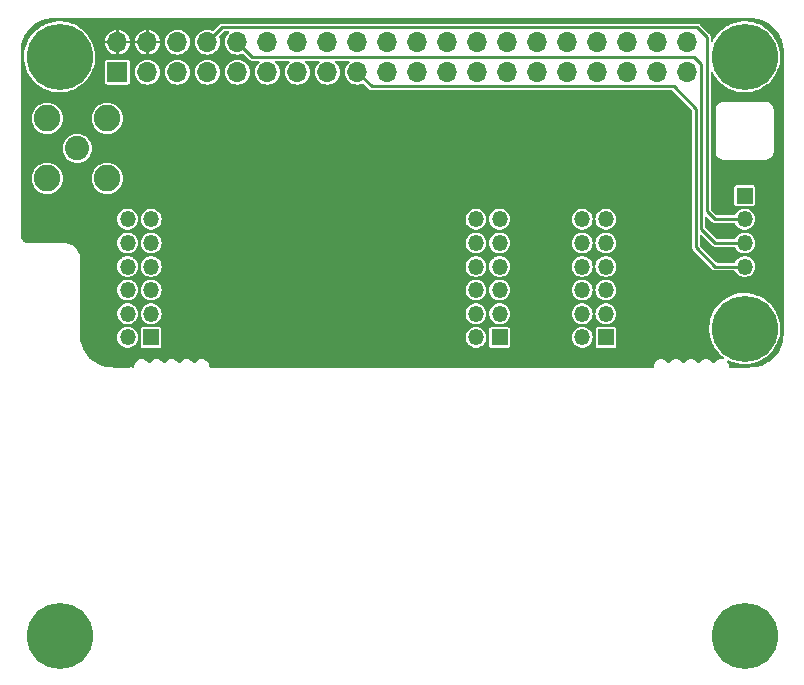
<source format=gbr>
%TF.GenerationSoftware,KiCad,Pcbnew,(6.0.1)*%
%TF.CreationDate,2022-08-09T16:04:10-07:00*%
%TF.ProjectId,WSPR3,57535052-332e-46b6-9963-61645f706362,rev?*%
%TF.SameCoordinates,Original*%
%TF.FileFunction,Copper,L2,Bot*%
%TF.FilePolarity,Positive*%
%FSLAX46Y46*%
G04 Gerber Fmt 4.6, Leading zero omitted, Abs format (unit mm)*
G04 Created by KiCad (PCBNEW (6.0.1)) date 2022-08-09 16:04:10*
%MOMM*%
%LPD*%
G01*
G04 APERTURE LIST*
%TA.AperFunction,ComponentPad*%
%ADD10R,1.350000X1.350000*%
%TD*%
%TA.AperFunction,ComponentPad*%
%ADD11O,1.350000X1.350000*%
%TD*%
%TA.AperFunction,ComponentPad*%
%ADD12C,5.600000*%
%TD*%
%TA.AperFunction,ComponentPad*%
%ADD13C,2.050000*%
%TD*%
%TA.AperFunction,ComponentPad*%
%ADD14C,2.250000*%
%TD*%
%TA.AperFunction,ComponentPad*%
%ADD15R,1.700000X1.700000*%
%TD*%
%TA.AperFunction,ComponentPad*%
%ADD16O,1.700000X1.700000*%
%TD*%
%TA.AperFunction,ViaPad*%
%ADD17C,0.800000*%
%TD*%
%TA.AperFunction,Conductor*%
%ADD18C,0.250000*%
%TD*%
G04 APERTURE END LIST*
D10*
%TO.P,J1,1,Pin_1*%
%TO.N,Net-(J1-Pad1)*%
X99750001Y-77250000D03*
D11*
%TO.P,J1,2,Pin_2*%
%TO.N,Net-(C7-Pad1)*%
X97750001Y-77250000D03*
%TO.P,J1,3,Pin_3*%
%TO.N,Net-(J1-Pad3)*%
X99750001Y-75250000D03*
%TO.P,J1,4,Pin_4*%
%TO.N,Net-(C7-Pad1)*%
X97750001Y-75250000D03*
%TO.P,J1,5,Pin_5*%
%TO.N,Net-(J1-Pad3)*%
X99750001Y-73250000D03*
%TO.P,J1,6,Pin_6*%
%TO.N,Net-(C7-Pad1)*%
X97750001Y-73250000D03*
%TO.P,J1,7,Pin_7*%
%TO.N,Net-(J1-Pad7)*%
X99750001Y-71250000D03*
%TO.P,J1,8,Pin_8*%
%TO.N,Net-(C7-Pad1)*%
X97750001Y-71250000D03*
%TO.P,J1,9,Pin_9*%
%TO.N,Net-(J1-Pad7)*%
X99750001Y-69250000D03*
%TO.P,J1,10,Pin_10*%
%TO.N,Net-(C7-Pad1)*%
X97750001Y-69250000D03*
%TO.P,J1,11,Pin_11*%
%TO.N,Net-(J1-Pad11)*%
X99750001Y-67250000D03*
%TO.P,J1,12,Pin_12*%
%TO.N,Net-(C7-Pad1)*%
X97750001Y-67250000D03*
%TD*%
D12*
%TO.P,H3,1*%
%TO.N,N/C*%
X111500000Y-76500000D03*
%TD*%
D10*
%TO.P,J6,1,Pin_1*%
%TO.N,GND*%
X111500000Y-65250000D03*
D11*
%TO.P,J6,2,Pin_2*%
%TO.N,/TX*%
X111500000Y-67250000D03*
%TO.P,J6,3,Pin_3*%
%TO.N,/RX*%
X111500000Y-69250000D03*
%TO.P,J6,4,Pin_4*%
%TO.N,/3.3v*%
X111500000Y-71250000D03*
%TD*%
D13*
%TO.P,J3,1,Pin_1*%
%TO.N,Net-(D1-Pad2)*%
X55000000Y-61250000D03*
D14*
%TO.P,J3,2,Pin_2*%
%TO.N,GND*%
X52460000Y-58710000D03*
X57540000Y-63790000D03*
X52460000Y-63790000D03*
X57540000Y-58710000D03*
%TD*%
D12*
%TO.P,H2,1*%
%TO.N,N/C*%
X111500000Y-53500000D03*
%TD*%
%TO.P,H1,1*%
%TO.N,N/C*%
X53500000Y-53500000D03*
%TD*%
D10*
%TO.P,J4,1,Pin_1*%
%TO.N,Net-(C7-Pad2)*%
X90750001Y-77250000D03*
D11*
%TO.P,J4,2,Pin_2*%
%TO.N,Net-(C3-Pad1)*%
X88750001Y-77250000D03*
%TO.P,J4,3,Pin_3*%
%TO.N,Net-(C7-Pad2)*%
X90750001Y-75250000D03*
%TO.P,J4,4,Pin_4*%
%TO.N,Net-(C9-Pad1)*%
X88750001Y-75250000D03*
%TO.P,J4,5,Pin_5*%
%TO.N,Net-(C7-Pad2)*%
X90750001Y-73250000D03*
%TO.P,J4,6,Pin_6*%
%TO.N,Net-(C14-Pad1)*%
X88750001Y-73250000D03*
%TO.P,J4,7,Pin_7*%
%TO.N,Net-(C7-Pad2)*%
X90750001Y-71250000D03*
%TO.P,J4,8,Pin_8*%
%TO.N,Net-(C18-Pad1)*%
X88750001Y-71250000D03*
%TO.P,J4,9,Pin_9*%
%TO.N,Net-(C7-Pad2)*%
X90750001Y-69250000D03*
%TO.P,J4,10,Pin_10*%
%TO.N,Net-(C22-Pad1)*%
X88750001Y-69250000D03*
%TO.P,J4,11,Pin_11*%
%TO.N,Net-(C7-Pad2)*%
X90750001Y-67250000D03*
%TO.P,J4,12,Pin_12*%
%TO.N,Net-(C26-Pad1)*%
X88750001Y-67250000D03*
%TD*%
D12*
%TO.P,H5,1*%
%TO.N,N/C*%
X53500000Y-102500000D03*
%TD*%
%TO.P,H4,1*%
%TO.N,N/C*%
X111500000Y-102500000D03*
%TD*%
D10*
%TO.P,J5,1,Pin_1*%
%TO.N,Net-(C6-Pad1)*%
X61250001Y-77250000D03*
D11*
%TO.P,J5,2,Pin_2*%
%TO.N,Net-(D1-Pad2)*%
X59250001Y-77250000D03*
%TO.P,J5,3,Pin_3*%
%TO.N,Net-(C12-Pad1)*%
X61250001Y-75250000D03*
%TO.P,J5,4,Pin_4*%
%TO.N,Net-(D1-Pad2)*%
X59250001Y-75250000D03*
%TO.P,J5,5,Pin_5*%
%TO.N,Net-(C17-Pad1)*%
X61250001Y-73250000D03*
%TO.P,J5,6,Pin_6*%
%TO.N,Net-(D1-Pad2)*%
X59250001Y-73250000D03*
%TO.P,J5,7,Pin_7*%
%TO.N,Net-(C21-Pad1)*%
X61250001Y-71250000D03*
%TO.P,J5,8,Pin_8*%
%TO.N,Net-(D1-Pad2)*%
X59250001Y-71250000D03*
%TO.P,J5,9,Pin_9*%
%TO.N,Net-(C25-Pad1)*%
X61250001Y-69250000D03*
%TO.P,J5,10,Pin_10*%
%TO.N,Net-(D1-Pad2)*%
X59250001Y-69250000D03*
%TO.P,J5,11,Pin_11*%
%TO.N,Net-(C29-Pad1)*%
X61250001Y-67250000D03*
%TO.P,J5,12,Pin_12*%
%TO.N,Net-(D1-Pad2)*%
X59250001Y-67250000D03*
%TD*%
D15*
%TO.P,J2,1,Pin_1*%
%TO.N,unconnected-(J2-Pad1)*%
X58400000Y-54790000D03*
D16*
%TO.P,J2,2,Pin_2*%
%TO.N,VCC*%
X58400000Y-52250000D03*
%TO.P,J2,3,Pin_3*%
%TO.N,unconnected-(J2-Pad3)*%
X60940000Y-54790000D03*
%TO.P,J2,4,Pin_4*%
%TO.N,VCC*%
X60940000Y-52250000D03*
%TO.P,J2,5,Pin_5*%
%TO.N,unconnected-(J2-Pad5)*%
X63480000Y-54790000D03*
%TO.P,J2,6,Pin_6*%
%TO.N,GND*%
X63480000Y-52250000D03*
%TO.P,J2,7,Pin_7*%
%TO.N,Net-(C8-Pad1)*%
X66020000Y-54790000D03*
%TO.P,J2,8,Pin_8*%
%TO.N,/TX*%
X66020000Y-52250000D03*
%TO.P,J2,9,Pin_9*%
%TO.N,GND*%
X68560000Y-54790000D03*
%TO.P,J2,10,Pin_10*%
%TO.N,/RX*%
X68560000Y-52250000D03*
%TO.P,J2,11,Pin_11*%
%TO.N,unconnected-(J2-Pad11)*%
X71100000Y-54790000D03*
%TO.P,J2,12,Pin_12*%
%TO.N,Net-(J2-Pad12)*%
X71100000Y-52250000D03*
%TO.P,J2,13,Pin_13*%
%TO.N,unconnected-(J2-Pad13)*%
X73640000Y-54790000D03*
%TO.P,J2,14,Pin_14*%
%TO.N,GND*%
X73640000Y-52250000D03*
%TO.P,J2,15,Pin_15*%
%TO.N,unconnected-(J2-Pad15)*%
X76180000Y-54790000D03*
%TO.P,J2,16,Pin_16*%
%TO.N,unconnected-(J2-Pad16)*%
X76180000Y-52250000D03*
%TO.P,J2,17,Pin_17*%
%TO.N,/3.3v*%
X78720000Y-54790000D03*
%TO.P,J2,18,Pin_18*%
%TO.N,unconnected-(J2-Pad18)*%
X78720000Y-52250000D03*
%TO.P,J2,19,Pin_19*%
%TO.N,unconnected-(J2-Pad19)*%
X81260000Y-54790000D03*
%TO.P,J2,20,Pin_20*%
%TO.N,GND*%
X81260000Y-52250000D03*
%TO.P,J2,21,Pin_21*%
%TO.N,unconnected-(J2-Pad21)*%
X83800000Y-54790000D03*
%TO.P,J2,22,Pin_22*%
%TO.N,unconnected-(J2-Pad22)*%
X83800000Y-52250000D03*
%TO.P,J2,23,Pin_23*%
%TO.N,unconnected-(J2-Pad23)*%
X86340000Y-54790000D03*
%TO.P,J2,24,Pin_24*%
%TO.N,unconnected-(J2-Pad24)*%
X86340000Y-52250000D03*
%TO.P,J2,25,Pin_25*%
%TO.N,GND*%
X88880000Y-54790000D03*
%TO.P,J2,26,Pin_26*%
%TO.N,unconnected-(J2-Pad26)*%
X88880000Y-52250000D03*
%TO.P,J2,27,Pin_27*%
%TO.N,unconnected-(J2-Pad27)*%
X91420000Y-54790000D03*
%TO.P,J2,28,Pin_28*%
%TO.N,unconnected-(J2-Pad28)*%
X91420000Y-52250000D03*
%TO.P,J2,29,Pin_29*%
%TO.N,unconnected-(J2-Pad29)*%
X93960000Y-54790000D03*
%TO.P,J2,30,Pin_30*%
%TO.N,GND*%
X93960000Y-52250000D03*
%TO.P,J2,31,Pin_31*%
%TO.N,unconnected-(J2-Pad31)*%
X96500000Y-54790000D03*
%TO.P,J2,32,Pin_32*%
%TO.N,unconnected-(J2-Pad32)*%
X96500000Y-52250000D03*
%TO.P,J2,33,Pin_33*%
%TO.N,unconnected-(J2-Pad33)*%
X99040000Y-54790000D03*
%TO.P,J2,34,Pin_34*%
%TO.N,GND*%
X99040000Y-52250000D03*
%TO.P,J2,35,Pin_35*%
%TO.N,Net-(J2-Pad35)*%
X101580000Y-54790000D03*
%TO.P,J2,36,Pin_36*%
%TO.N,unconnected-(J2-Pad36)*%
X101580000Y-52250000D03*
%TO.P,J2,37,Pin_37*%
%TO.N,unconnected-(J2-Pad37)*%
X104120000Y-54790000D03*
%TO.P,J2,38,Pin_38*%
%TO.N,unconnected-(J2-Pad38)*%
X104120000Y-52250000D03*
%TO.P,J2,39,Pin_39*%
%TO.N,GND*%
X106660000Y-54790000D03*
%TO.P,J2,40,Pin_40*%
%TO.N,unconnected-(J2-Pad40)*%
X106660000Y-52250000D03*
%TD*%
D17*
%TO.N,VCC*%
X100750000Y-59000000D03*
X70000000Y-61500000D03*
%TD*%
D18*
%TO.N,/3.3v*%
X107384991Y-57884991D02*
X105500000Y-56000000D01*
X79930000Y-56000000D02*
X78720000Y-54790000D01*
X107384991Y-69634991D02*
X107384991Y-57884991D01*
X109000000Y-71250000D02*
X107384991Y-69634991D01*
X111500000Y-71250000D02*
X109000000Y-71250000D01*
X105500000Y-56000000D02*
X79930000Y-56000000D01*
%TO.N,/TX*%
X109000000Y-67250000D02*
X111500000Y-67250000D01*
X67270000Y-51000000D02*
X107500000Y-51000000D01*
X66020000Y-52250000D02*
X67270000Y-51000000D01*
X108284031Y-51784031D02*
X108284031Y-66534031D01*
X108284031Y-66534031D02*
X109000000Y-67250000D01*
X107500000Y-51000000D02*
X108284031Y-51784031D01*
%TO.N,/RX*%
X68560000Y-52250000D02*
X69810000Y-53500000D01*
X109000000Y-69250000D02*
X111500000Y-69250000D01*
X107834511Y-54084511D02*
X107834511Y-68084511D01*
X69810000Y-53500000D02*
X107250000Y-53500000D01*
X107834511Y-68084511D02*
X109000000Y-69250000D01*
X107250000Y-53500000D02*
X107834511Y-54084511D01*
%TD*%
%TA.AperFunction,Conductor*%
%TO.N,VCC*%
G36*
X111988227Y-50202518D02*
G01*
X111988778Y-50202645D01*
X111988779Y-50202645D01*
X111999642Y-50205143D01*
X112010515Y-50202683D01*
X112020797Y-50202701D01*
X112031781Y-50201785D01*
X112307954Y-50217295D01*
X112318976Y-50218536D01*
X112529395Y-50254288D01*
X112617572Y-50269270D01*
X112628396Y-50271740D01*
X112727938Y-50300417D01*
X112919445Y-50355590D01*
X112929918Y-50359255D01*
X113209739Y-50475160D01*
X113219736Y-50479974D01*
X113343449Y-50548348D01*
X113484821Y-50626482D01*
X113494221Y-50632388D01*
X113664561Y-50753250D01*
X113741236Y-50807654D01*
X113749916Y-50814576D01*
X113975753Y-51016396D01*
X113983604Y-51024247D01*
X114008267Y-51051845D01*
X114152386Y-51213114D01*
X114185424Y-51250084D01*
X114192344Y-51258761D01*
X114284081Y-51388053D01*
X114367612Y-51505779D01*
X114373518Y-51515179D01*
X114487793Y-51721942D01*
X114520023Y-51780258D01*
X114524840Y-51790261D01*
X114640745Y-52070082D01*
X114644410Y-52080555D01*
X114688981Y-52235262D01*
X114728260Y-52371604D01*
X114730730Y-52382428D01*
X114780839Y-52677344D01*
X114781463Y-52681019D01*
X114782705Y-52692046D01*
X114791799Y-52853973D01*
X114798186Y-52967701D01*
X114797341Y-52977630D01*
X114797375Y-52977630D01*
X114797355Y-52988777D01*
X114794857Y-52999642D01*
X114797317Y-53010514D01*
X114797317Y-53010516D01*
X114797559Y-53011583D01*
X114800000Y-53033432D01*
X114800000Y-76966040D01*
X114797482Y-76988227D01*
X114794857Y-76999642D01*
X114797317Y-77010515D01*
X114797299Y-77020797D01*
X114798215Y-77031781D01*
X114782706Y-77307949D01*
X114781464Y-77318976D01*
X114762085Y-77433029D01*
X114730730Y-77617572D01*
X114728260Y-77628396D01*
X114644410Y-77919445D01*
X114640745Y-77929918D01*
X114524840Y-78209739D01*
X114520026Y-78219736D01*
X114473817Y-78303344D01*
X114373518Y-78484821D01*
X114367612Y-78494221D01*
X114192346Y-78741236D01*
X114185424Y-78749916D01*
X113983604Y-78975753D01*
X113975753Y-78983604D01*
X113749916Y-79185424D01*
X113741239Y-79192344D01*
X113702753Y-79219651D01*
X113494221Y-79367612D01*
X113484821Y-79373518D01*
X113219736Y-79520026D01*
X113209739Y-79524840D01*
X112929918Y-79640745D01*
X112919445Y-79644410D01*
X112729568Y-79699113D01*
X112628396Y-79728260D01*
X112617572Y-79730730D01*
X112529395Y-79745712D01*
X112318976Y-79781464D01*
X112307954Y-79782705D01*
X112032297Y-79798186D01*
X112022370Y-79797341D01*
X112022370Y-79797375D01*
X112011223Y-79797355D01*
X112000358Y-79794857D01*
X111989486Y-79797317D01*
X111989484Y-79797317D01*
X111988417Y-79797559D01*
X111966568Y-79800000D01*
X110534222Y-79800000D01*
X110511870Y-79797443D01*
X110500716Y-79794858D01*
X110500000Y-79794857D01*
X110494557Y-79796098D01*
X110489160Y-79796702D01*
X110483213Y-79797610D01*
X110454500Y-79799870D01*
X110315568Y-79810804D01*
X110315563Y-79810805D01*
X110311698Y-79811109D01*
X110307920Y-79812016D01*
X110305907Y-79812499D01*
X110305213Y-79812444D01*
X110304073Y-79812625D01*
X110304030Y-79812351D01*
X110244911Y-79807698D01*
X110198385Y-79767961D01*
X110183992Y-79722450D01*
X110183684Y-79717543D01*
X110177819Y-79624330D01*
X110152156Y-79545349D01*
X110129446Y-79475453D01*
X110129445Y-79475450D01*
X110127522Y-79469533D01*
X110124189Y-79464280D01*
X110124187Y-79464277D01*
X110042655Y-79335803D01*
X110027439Y-79276539D01*
X110049963Y-79219651D01*
X110101624Y-79186866D01*
X110162689Y-79190708D01*
X110174380Y-79196247D01*
X110191876Y-79205985D01*
X110194516Y-79207079D01*
X110194517Y-79207079D01*
X110486074Y-79327845D01*
X110511563Y-79338403D01*
X110844352Y-79433201D01*
X110955640Y-79451425D01*
X111183021Y-79488660D01*
X111183024Y-79488660D01*
X111185831Y-79489120D01*
X111531474Y-79505420D01*
X111534319Y-79505226D01*
X111534323Y-79505226D01*
X111873854Y-79482079D01*
X111876700Y-79481885D01*
X112136901Y-79433660D01*
X112214123Y-79419348D01*
X112214126Y-79419347D01*
X112216933Y-79418827D01*
X112547663Y-79317081D01*
X112550266Y-79315938D01*
X112550275Y-79315935D01*
X112861902Y-79179140D01*
X112861909Y-79179137D01*
X112864507Y-79177996D01*
X112866960Y-79176563D01*
X112866969Y-79176558D01*
X113160806Y-79004853D01*
X113160807Y-79004852D01*
X113163265Y-79003416D01*
X113439978Y-78795654D01*
X113580741Y-78662075D01*
X113688909Y-78559428D01*
X113688914Y-78559423D01*
X113690977Y-78557465D01*
X113692805Y-78555279D01*
X113911108Y-78294192D01*
X113911113Y-78294185D01*
X113912936Y-78292005D01*
X114102913Y-78002792D01*
X114258390Y-77693662D01*
X114355655Y-77427871D01*
X114376323Y-77371394D01*
X114376324Y-77371391D01*
X114377305Y-77368710D01*
X114458084Y-77032243D01*
X114459470Y-77020797D01*
X114499389Y-76690913D01*
X114499389Y-76690910D01*
X114499654Y-76688722D01*
X114505585Y-76500000D01*
X114500142Y-76405592D01*
X114485830Y-76157393D01*
X114485666Y-76154547D01*
X114474107Y-76088314D01*
X114426663Y-75816471D01*
X114426661Y-75816463D01*
X114426174Y-75813672D01*
X114412480Y-75767440D01*
X114328709Y-75484636D01*
X114327897Y-75481894D01*
X114192138Y-75163611D01*
X114142893Y-75077274D01*
X114022106Y-74865513D01*
X114020696Y-74863041D01*
X113815843Y-74584168D01*
X113813912Y-74582090D01*
X113813907Y-74582084D01*
X113622009Y-74375578D01*
X113580295Y-74330688D01*
X113578131Y-74328840D01*
X113578126Y-74328835D01*
X113479435Y-74244545D01*
X113317174Y-74105962D01*
X113029967Y-73912967D01*
X112722482Y-73754261D01*
X112719810Y-73753251D01*
X112719807Y-73753250D01*
X112599186Y-73707672D01*
X112398793Y-73631950D01*
X112396028Y-73631255D01*
X112396020Y-73631253D01*
X112171944Y-73574969D01*
X112063190Y-73547652D01*
X111862043Y-73521171D01*
X111722952Y-73502859D01*
X111722947Y-73502859D01*
X111720124Y-73502487D01*
X111717278Y-73502442D01*
X111717274Y-73502442D01*
X111534159Y-73499565D01*
X111374139Y-73497051D01*
X111371294Y-73497335D01*
X111032657Y-73531136D01*
X111032655Y-73531136D01*
X111029823Y-73531419D01*
X111027049Y-73532024D01*
X111027048Y-73532024D01*
X110700935Y-73603128D01*
X110691739Y-73605133D01*
X110364367Y-73717217D01*
X110052048Y-73866186D01*
X110049635Y-73867700D01*
X110049629Y-73867703D01*
X109974933Y-73914560D01*
X109758921Y-74050064D01*
X109488871Y-74266415D01*
X109245477Y-74512371D01*
X109190815Y-74582084D01*
X109033721Y-74782433D01*
X109033716Y-74782440D01*
X109031966Y-74784672D01*
X108851168Y-75079709D01*
X108705478Y-75393570D01*
X108596828Y-75722097D01*
X108526658Y-76060935D01*
X108526405Y-76063773D01*
X108526404Y-76063778D01*
X108497635Y-76386133D01*
X108495898Y-76405592D01*
X108504956Y-76751501D01*
X108505360Y-76754337D01*
X108541050Y-77005106D01*
X108553712Y-77094076D01*
X108554432Y-77096819D01*
X108554433Y-77096826D01*
X108626465Y-77371394D01*
X108641519Y-77428777D01*
X108715127Y-77617572D01*
X108743752Y-77690989D01*
X108767214Y-77751167D01*
X108768546Y-77753682D01*
X108768547Y-77753685D01*
X108901702Y-78005172D01*
X108929130Y-78056974D01*
X109125122Y-78342144D01*
X109352592Y-78602898D01*
X109354702Y-78604818D01*
X109354704Y-78604820D01*
X109564428Y-78795654D01*
X109608524Y-78835778D01*
X109610837Y-78837440D01*
X109610848Y-78837449D01*
X109749879Y-78937352D01*
X109786102Y-78986662D01*
X109786423Y-79047847D01*
X109750719Y-79097535D01*
X109692628Y-79116747D01*
X109667489Y-79113638D01*
X109627418Y-79103350D01*
X109621381Y-79101800D01*
X109499472Y-79101800D01*
X109408596Y-79113281D01*
X109384702Y-79116299D01*
X109384701Y-79116299D01*
X109378521Y-79117080D01*
X109227188Y-79176997D01*
X109222149Y-79180658D01*
X109200686Y-79196252D01*
X109095510Y-79272666D01*
X108991761Y-79398077D01*
X108989107Y-79403717D01*
X108986021Y-79408580D01*
X108938877Y-79447582D01*
X108877813Y-79451425D01*
X108826152Y-79418642D01*
X108818843Y-79408582D01*
X108773650Y-79337369D01*
X108773644Y-79337362D01*
X108770310Y-79332108D01*
X108765773Y-79327848D01*
X108765771Y-79327845D01*
X108656203Y-79224954D01*
X108656202Y-79224953D01*
X108651661Y-79220689D01*
X108646199Y-79217686D01*
X108514489Y-79145278D01*
X108514485Y-79145277D01*
X108509031Y-79142278D01*
X108503005Y-79140731D01*
X108503003Y-79140730D01*
X108357416Y-79103349D01*
X108357412Y-79103348D01*
X108351381Y-79101800D01*
X108229472Y-79101800D01*
X108138596Y-79113281D01*
X108114702Y-79116299D01*
X108114701Y-79116299D01*
X108108521Y-79117080D01*
X107957188Y-79176997D01*
X107952149Y-79180658D01*
X107930686Y-79196252D01*
X107825510Y-79272666D01*
X107721761Y-79398077D01*
X107719107Y-79403717D01*
X107716021Y-79408580D01*
X107668877Y-79447582D01*
X107607813Y-79451425D01*
X107556152Y-79418642D01*
X107548843Y-79408582D01*
X107503650Y-79337369D01*
X107503644Y-79337362D01*
X107500310Y-79332108D01*
X107495773Y-79327848D01*
X107495771Y-79327845D01*
X107386203Y-79224954D01*
X107386202Y-79224953D01*
X107381661Y-79220689D01*
X107376199Y-79217686D01*
X107244489Y-79145278D01*
X107244485Y-79145277D01*
X107239031Y-79142278D01*
X107233005Y-79140731D01*
X107233003Y-79140730D01*
X107087416Y-79103349D01*
X107087412Y-79103348D01*
X107081381Y-79101800D01*
X106959472Y-79101800D01*
X106868596Y-79113281D01*
X106844702Y-79116299D01*
X106844701Y-79116299D01*
X106838521Y-79117080D01*
X106687188Y-79176997D01*
X106682149Y-79180658D01*
X106660686Y-79196252D01*
X106555510Y-79272666D01*
X106451761Y-79398077D01*
X106449107Y-79403717D01*
X106446021Y-79408580D01*
X106398877Y-79447582D01*
X106337813Y-79451425D01*
X106286152Y-79418642D01*
X106278843Y-79408582D01*
X106233650Y-79337369D01*
X106233644Y-79337362D01*
X106230310Y-79332108D01*
X106225773Y-79327848D01*
X106225771Y-79327845D01*
X106116203Y-79224954D01*
X106116202Y-79224953D01*
X106111661Y-79220689D01*
X106106199Y-79217686D01*
X105974489Y-79145278D01*
X105974485Y-79145277D01*
X105969031Y-79142278D01*
X105963005Y-79140731D01*
X105963003Y-79140730D01*
X105817416Y-79103349D01*
X105817412Y-79103348D01*
X105811381Y-79101800D01*
X105689472Y-79101800D01*
X105598596Y-79113281D01*
X105574702Y-79116299D01*
X105574701Y-79116299D01*
X105568521Y-79117080D01*
X105417188Y-79176997D01*
X105412149Y-79180658D01*
X105390686Y-79196252D01*
X105285510Y-79272666D01*
X105181761Y-79398077D01*
X105179107Y-79403717D01*
X105176021Y-79408580D01*
X105128877Y-79447582D01*
X105067813Y-79451425D01*
X105016152Y-79418642D01*
X105008843Y-79408582D01*
X104963650Y-79337369D01*
X104963644Y-79337362D01*
X104960310Y-79332108D01*
X104955773Y-79327848D01*
X104955771Y-79327845D01*
X104846203Y-79224954D01*
X104846202Y-79224953D01*
X104841661Y-79220689D01*
X104836199Y-79217686D01*
X104704489Y-79145278D01*
X104704485Y-79145277D01*
X104699031Y-79142278D01*
X104693005Y-79140731D01*
X104693003Y-79140730D01*
X104547416Y-79103349D01*
X104547412Y-79103348D01*
X104541381Y-79101800D01*
X104419472Y-79101800D01*
X104328596Y-79113281D01*
X104304702Y-79116299D01*
X104304701Y-79116299D01*
X104298521Y-79117080D01*
X104147188Y-79176997D01*
X104142149Y-79180658D01*
X104120686Y-79196252D01*
X104015510Y-79272666D01*
X103911761Y-79398077D01*
X103909110Y-79403710D01*
X103909109Y-79403712D01*
X103895600Y-79432421D01*
X103842460Y-79545349D01*
X103811961Y-79705229D01*
X103812352Y-79711441D01*
X103811960Y-79717664D01*
X103810038Y-79717543D01*
X103796990Y-79768367D01*
X103749846Y-79807369D01*
X103696156Y-79811175D01*
X103695926Y-79812626D01*
X103692074Y-79812016D01*
X103688301Y-79811110D01*
X103684436Y-79810806D01*
X103684431Y-79810805D01*
X103517805Y-79797691D01*
X103511750Y-79796757D01*
X103511749Y-79796767D01*
X103506181Y-79796126D01*
X103500715Y-79794859D01*
X103499999Y-79794858D01*
X103494550Y-79796101D01*
X103488320Y-79797522D01*
X103466303Y-79800001D01*
X66534223Y-79800001D01*
X66511871Y-79797444D01*
X66500717Y-79794859D01*
X66500001Y-79794858D01*
X66494558Y-79796099D01*
X66489161Y-79796703D01*
X66483214Y-79797611D01*
X66465640Y-79798994D01*
X66315569Y-79810805D01*
X66315564Y-79810806D01*
X66311699Y-79811110D01*
X66307923Y-79812017D01*
X66307920Y-79812017D01*
X66305903Y-79812501D01*
X66305209Y-79812446D01*
X66304074Y-79812626D01*
X66304031Y-79812354D01*
X66244907Y-79807697D01*
X66198383Y-79767958D01*
X66183992Y-79722451D01*
X66183684Y-79717543D01*
X66177819Y-79624330D01*
X66152156Y-79545349D01*
X66129446Y-79475453D01*
X66129445Y-79475450D01*
X66127522Y-79469533D01*
X66124189Y-79464280D01*
X66124187Y-79464277D01*
X66064882Y-79370828D01*
X66040310Y-79332108D01*
X66035773Y-79327848D01*
X66035771Y-79327845D01*
X65926203Y-79224954D01*
X65926202Y-79224953D01*
X65921661Y-79220689D01*
X65916199Y-79217686D01*
X65784489Y-79145278D01*
X65784485Y-79145277D01*
X65779031Y-79142278D01*
X65773005Y-79140731D01*
X65773003Y-79140730D01*
X65627416Y-79103349D01*
X65627412Y-79103348D01*
X65621381Y-79101800D01*
X65499472Y-79101800D01*
X65408596Y-79113281D01*
X65384702Y-79116299D01*
X65384701Y-79116299D01*
X65378521Y-79117080D01*
X65227188Y-79176997D01*
X65222149Y-79180658D01*
X65200686Y-79196252D01*
X65095510Y-79272666D01*
X64991761Y-79398077D01*
X64989107Y-79403717D01*
X64986021Y-79408580D01*
X64938877Y-79447582D01*
X64877813Y-79451425D01*
X64826152Y-79418642D01*
X64818843Y-79408582D01*
X64773650Y-79337369D01*
X64773644Y-79337362D01*
X64770310Y-79332108D01*
X64765773Y-79327848D01*
X64765771Y-79327845D01*
X64656203Y-79224954D01*
X64656202Y-79224953D01*
X64651661Y-79220689D01*
X64646199Y-79217686D01*
X64514489Y-79145278D01*
X64514485Y-79145277D01*
X64509031Y-79142278D01*
X64503005Y-79140731D01*
X64503003Y-79140730D01*
X64357416Y-79103349D01*
X64357412Y-79103348D01*
X64351381Y-79101800D01*
X64229472Y-79101800D01*
X64138596Y-79113281D01*
X64114702Y-79116299D01*
X64114701Y-79116299D01*
X64108521Y-79117080D01*
X63957188Y-79176997D01*
X63952149Y-79180658D01*
X63930686Y-79196252D01*
X63825510Y-79272666D01*
X63721761Y-79398077D01*
X63719107Y-79403717D01*
X63716021Y-79408580D01*
X63668877Y-79447582D01*
X63607813Y-79451425D01*
X63556152Y-79418642D01*
X63548843Y-79408582D01*
X63503650Y-79337369D01*
X63503644Y-79337362D01*
X63500310Y-79332108D01*
X63495773Y-79327848D01*
X63495771Y-79327845D01*
X63386203Y-79224954D01*
X63386202Y-79224953D01*
X63381661Y-79220689D01*
X63376199Y-79217686D01*
X63244489Y-79145278D01*
X63244485Y-79145277D01*
X63239031Y-79142278D01*
X63233005Y-79140731D01*
X63233003Y-79140730D01*
X63087416Y-79103349D01*
X63087412Y-79103348D01*
X63081381Y-79101800D01*
X62959472Y-79101800D01*
X62868596Y-79113281D01*
X62844702Y-79116299D01*
X62844701Y-79116299D01*
X62838521Y-79117080D01*
X62687188Y-79176997D01*
X62682149Y-79180658D01*
X62660686Y-79196252D01*
X62555510Y-79272666D01*
X62451761Y-79398077D01*
X62449107Y-79403717D01*
X62446021Y-79408580D01*
X62398877Y-79447582D01*
X62337813Y-79451425D01*
X62286152Y-79418642D01*
X62278843Y-79408582D01*
X62233650Y-79337369D01*
X62233644Y-79337362D01*
X62230310Y-79332108D01*
X62225773Y-79327848D01*
X62225771Y-79327845D01*
X62116203Y-79224954D01*
X62116202Y-79224953D01*
X62111661Y-79220689D01*
X62106199Y-79217686D01*
X61974489Y-79145278D01*
X61974485Y-79145277D01*
X61969031Y-79142278D01*
X61963005Y-79140731D01*
X61963003Y-79140730D01*
X61817416Y-79103349D01*
X61817412Y-79103348D01*
X61811381Y-79101800D01*
X61689472Y-79101800D01*
X61598596Y-79113281D01*
X61574702Y-79116299D01*
X61574701Y-79116299D01*
X61568521Y-79117080D01*
X61417188Y-79176997D01*
X61412149Y-79180658D01*
X61390686Y-79196252D01*
X61285510Y-79272666D01*
X61181761Y-79398077D01*
X61179107Y-79403717D01*
X61176021Y-79408580D01*
X61128877Y-79447582D01*
X61067813Y-79451425D01*
X61016152Y-79418642D01*
X61008843Y-79408582D01*
X60963650Y-79337369D01*
X60963644Y-79337362D01*
X60960310Y-79332108D01*
X60955773Y-79327848D01*
X60955771Y-79327845D01*
X60846203Y-79224954D01*
X60846202Y-79224953D01*
X60841661Y-79220689D01*
X60836199Y-79217686D01*
X60704489Y-79145278D01*
X60704485Y-79145277D01*
X60699031Y-79142278D01*
X60693005Y-79140731D01*
X60693003Y-79140730D01*
X60547416Y-79103349D01*
X60547412Y-79103348D01*
X60541381Y-79101800D01*
X60419472Y-79101800D01*
X60328596Y-79113281D01*
X60304702Y-79116299D01*
X60304701Y-79116299D01*
X60298521Y-79117080D01*
X60147188Y-79176997D01*
X60142149Y-79180658D01*
X60120686Y-79196252D01*
X60015510Y-79272666D01*
X59911761Y-79398077D01*
X59909110Y-79403710D01*
X59909109Y-79403712D01*
X59895600Y-79432421D01*
X59842460Y-79545349D01*
X59811961Y-79705229D01*
X59812352Y-79711441D01*
X59811960Y-79717664D01*
X59810038Y-79717543D01*
X59796990Y-79768367D01*
X59749846Y-79807369D01*
X59696156Y-79811175D01*
X59695926Y-79812626D01*
X59692074Y-79812016D01*
X59688301Y-79811110D01*
X59684436Y-79810806D01*
X59684431Y-79810805D01*
X59517805Y-79797691D01*
X59511750Y-79796757D01*
X59511749Y-79796767D01*
X59506181Y-79796126D01*
X59500715Y-79794859D01*
X59499999Y-79794858D01*
X59494550Y-79796101D01*
X59488320Y-79797522D01*
X59466303Y-79800001D01*
X58033959Y-79800001D01*
X58011772Y-79797483D01*
X58011221Y-79797356D01*
X58011220Y-79797356D01*
X58000357Y-79794858D01*
X57989484Y-79797318D01*
X57979202Y-79797300D01*
X57968218Y-79798216D01*
X57692045Y-79782706D01*
X57681023Y-79781465D01*
X57470604Y-79745713D01*
X57382427Y-79730731D01*
X57371603Y-79728261D01*
X57270428Y-79699113D01*
X57080554Y-79644411D01*
X57070081Y-79640746D01*
X56790260Y-79524841D01*
X56780263Y-79520027D01*
X56515176Y-79373518D01*
X56505778Y-79367613D01*
X56366801Y-79269004D01*
X56258760Y-79192345D01*
X56250083Y-79185425D01*
X56205159Y-79145278D01*
X56084777Y-79037699D01*
X56024246Y-78983605D01*
X56016395Y-78975754D01*
X55814575Y-78749917D01*
X55807653Y-78741237D01*
X55807653Y-78741236D01*
X55632386Y-78494221D01*
X55626481Y-78484822D01*
X55479976Y-78219743D01*
X55475159Y-78209740D01*
X55359254Y-77929919D01*
X55355587Y-77919441D01*
X55310502Y-77762945D01*
X55271739Y-77628396D01*
X55269269Y-77617573D01*
X55254287Y-77529396D01*
X55218535Y-77318977D01*
X55217293Y-77307950D01*
X55214329Y-77255157D01*
X55214039Y-77250000D01*
X58369679Y-77250000D01*
X58388916Y-77433029D01*
X58390517Y-77437956D01*
X58390518Y-77437961D01*
X58429804Y-77558868D01*
X58445787Y-77608059D01*
X58448379Y-77612548D01*
X58448381Y-77612553D01*
X58479373Y-77666232D01*
X58537806Y-77767440D01*
X58541274Y-77771292D01*
X58541278Y-77771297D01*
X58657481Y-77900354D01*
X58657485Y-77900358D01*
X58660951Y-77904207D01*
X58809840Y-78012381D01*
X58814572Y-78014488D01*
X58814574Y-78014489D01*
X58973227Y-78085126D01*
X58973230Y-78085127D01*
X58977967Y-78087236D01*
X58983040Y-78088314D01*
X58983039Y-78088314D01*
X59112207Y-78115770D01*
X59157982Y-78125500D01*
X59342020Y-78125500D01*
X59387796Y-78115770D01*
X59516963Y-78088314D01*
X59516962Y-78088314D01*
X59522035Y-78087236D01*
X59526772Y-78085127D01*
X59526775Y-78085126D01*
X59685428Y-78014489D01*
X59685430Y-78014488D01*
X59690162Y-78012381D01*
X59783251Y-77944748D01*
X60374501Y-77944748D01*
X60375449Y-77949512D01*
X60383545Y-77990213D01*
X60386134Y-78003231D01*
X60430449Y-78069552D01*
X60496770Y-78113867D01*
X60506333Y-78115769D01*
X60506335Y-78115770D01*
X60529006Y-78120279D01*
X60555253Y-78125500D01*
X61944749Y-78125500D01*
X61970996Y-78120279D01*
X61993667Y-78115770D01*
X61993669Y-78115769D01*
X62003232Y-78113867D01*
X62069553Y-78069552D01*
X62113868Y-78003231D01*
X62116458Y-77990213D01*
X62124553Y-77949512D01*
X62125501Y-77944748D01*
X62125501Y-77250000D01*
X87869679Y-77250000D01*
X87888916Y-77433029D01*
X87890517Y-77437956D01*
X87890518Y-77437961D01*
X87929804Y-77558868D01*
X87945787Y-77608059D01*
X87948379Y-77612548D01*
X87948381Y-77612553D01*
X87979373Y-77666232D01*
X88037806Y-77767440D01*
X88041274Y-77771292D01*
X88041278Y-77771297D01*
X88157481Y-77900354D01*
X88157485Y-77900358D01*
X88160951Y-77904207D01*
X88309840Y-78012381D01*
X88314572Y-78014488D01*
X88314574Y-78014489D01*
X88473227Y-78085126D01*
X88473230Y-78085127D01*
X88477967Y-78087236D01*
X88483040Y-78088314D01*
X88483039Y-78088314D01*
X88612207Y-78115770D01*
X88657982Y-78125500D01*
X88842020Y-78125500D01*
X88887796Y-78115770D01*
X89016963Y-78088314D01*
X89016962Y-78088314D01*
X89022035Y-78087236D01*
X89026772Y-78085127D01*
X89026775Y-78085126D01*
X89185428Y-78014489D01*
X89185430Y-78014488D01*
X89190162Y-78012381D01*
X89283251Y-77944748D01*
X89874501Y-77944748D01*
X89875449Y-77949512D01*
X89883545Y-77990213D01*
X89886134Y-78003231D01*
X89930449Y-78069552D01*
X89996770Y-78113867D01*
X90006333Y-78115769D01*
X90006335Y-78115770D01*
X90029006Y-78120279D01*
X90055253Y-78125500D01*
X91444749Y-78125500D01*
X91470996Y-78120279D01*
X91493667Y-78115770D01*
X91493669Y-78115769D01*
X91503232Y-78113867D01*
X91569553Y-78069552D01*
X91613868Y-78003231D01*
X91616458Y-77990213D01*
X91624553Y-77949512D01*
X91625501Y-77944748D01*
X91625501Y-77250000D01*
X96869679Y-77250000D01*
X96888916Y-77433029D01*
X96890517Y-77437956D01*
X96890518Y-77437961D01*
X96929804Y-77558868D01*
X96945787Y-77608059D01*
X96948379Y-77612548D01*
X96948381Y-77612553D01*
X96979373Y-77666232D01*
X97037806Y-77767440D01*
X97041274Y-77771292D01*
X97041278Y-77771297D01*
X97157481Y-77900354D01*
X97157485Y-77900358D01*
X97160951Y-77904207D01*
X97309840Y-78012381D01*
X97314572Y-78014488D01*
X97314574Y-78014489D01*
X97473227Y-78085126D01*
X97473230Y-78085127D01*
X97477967Y-78087236D01*
X97483040Y-78088314D01*
X97483039Y-78088314D01*
X97612207Y-78115770D01*
X97657982Y-78125500D01*
X97842020Y-78125500D01*
X97887796Y-78115770D01*
X98016963Y-78088314D01*
X98016962Y-78088314D01*
X98022035Y-78087236D01*
X98026772Y-78085127D01*
X98026775Y-78085126D01*
X98185428Y-78014489D01*
X98185430Y-78014488D01*
X98190162Y-78012381D01*
X98283251Y-77944748D01*
X98874501Y-77944748D01*
X98875449Y-77949512D01*
X98883545Y-77990213D01*
X98886134Y-78003231D01*
X98930449Y-78069552D01*
X98996770Y-78113867D01*
X99006333Y-78115769D01*
X99006335Y-78115770D01*
X99029006Y-78120279D01*
X99055253Y-78125500D01*
X100444749Y-78125500D01*
X100470996Y-78120279D01*
X100493667Y-78115770D01*
X100493669Y-78115769D01*
X100503232Y-78113867D01*
X100569553Y-78069552D01*
X100613868Y-78003231D01*
X100616458Y-77990213D01*
X100624553Y-77949512D01*
X100625501Y-77944748D01*
X100625501Y-76555252D01*
X100613868Y-76496769D01*
X100569553Y-76430448D01*
X100503232Y-76386133D01*
X100493669Y-76384231D01*
X100493667Y-76384230D01*
X100470996Y-76379721D01*
X100444749Y-76374500D01*
X99055253Y-76374500D01*
X99029006Y-76379721D01*
X99006335Y-76384230D01*
X99006333Y-76384231D01*
X98996770Y-76386133D01*
X98930449Y-76430448D01*
X98886134Y-76496769D01*
X98874501Y-76555252D01*
X98874501Y-77944748D01*
X98283251Y-77944748D01*
X98339051Y-77904207D01*
X98342517Y-77900358D01*
X98342521Y-77900354D01*
X98458724Y-77771297D01*
X98458728Y-77771292D01*
X98462196Y-77767440D01*
X98520629Y-77666232D01*
X98551621Y-77612553D01*
X98551623Y-77612548D01*
X98554215Y-77608059D01*
X98570198Y-77558868D01*
X98609484Y-77437961D01*
X98609485Y-77437956D01*
X98611086Y-77433029D01*
X98630323Y-77250000D01*
X98611086Y-77066971D01*
X98609485Y-77062044D01*
X98609484Y-77062039D01*
X98555817Y-76896872D01*
X98554215Y-76891941D01*
X98551623Y-76887452D01*
X98551621Y-76887447D01*
X98464791Y-76737055D01*
X98462196Y-76732560D01*
X98458728Y-76728708D01*
X98458724Y-76728703D01*
X98342521Y-76599646D01*
X98342517Y-76599642D01*
X98339051Y-76595793D01*
X98190162Y-76487619D01*
X98185430Y-76485512D01*
X98185428Y-76485511D01*
X98026775Y-76414874D01*
X98026772Y-76414873D01*
X98022035Y-76412764D01*
X97896748Y-76386133D01*
X97847092Y-76375578D01*
X97847091Y-76375578D01*
X97842020Y-76374500D01*
X97657982Y-76374500D01*
X97652911Y-76375578D01*
X97652910Y-76375578D01*
X97603254Y-76386133D01*
X97477967Y-76412764D01*
X97473230Y-76414873D01*
X97473227Y-76414874D01*
X97314574Y-76485511D01*
X97314572Y-76485512D01*
X97309840Y-76487619D01*
X97160951Y-76595793D01*
X97157485Y-76599642D01*
X97157481Y-76599646D01*
X97041278Y-76728703D01*
X97041274Y-76728708D01*
X97037806Y-76732560D01*
X97035211Y-76737055D01*
X96948381Y-76887447D01*
X96948379Y-76887452D01*
X96945787Y-76891941D01*
X96944185Y-76896872D01*
X96890518Y-77062039D01*
X96890517Y-77062044D01*
X96888916Y-77066971D01*
X96869679Y-77250000D01*
X91625501Y-77250000D01*
X91625501Y-76555252D01*
X91613868Y-76496769D01*
X91569553Y-76430448D01*
X91503232Y-76386133D01*
X91493669Y-76384231D01*
X91493667Y-76384230D01*
X91470996Y-76379721D01*
X91444749Y-76374500D01*
X90055253Y-76374500D01*
X90029006Y-76379721D01*
X90006335Y-76384230D01*
X90006333Y-76384231D01*
X89996770Y-76386133D01*
X89930449Y-76430448D01*
X89886134Y-76496769D01*
X89874501Y-76555252D01*
X89874501Y-77944748D01*
X89283251Y-77944748D01*
X89339051Y-77904207D01*
X89342517Y-77900358D01*
X89342521Y-77900354D01*
X89458724Y-77771297D01*
X89458728Y-77771292D01*
X89462196Y-77767440D01*
X89520629Y-77666232D01*
X89551621Y-77612553D01*
X89551623Y-77612548D01*
X89554215Y-77608059D01*
X89570198Y-77558868D01*
X89609484Y-77437961D01*
X89609485Y-77437956D01*
X89611086Y-77433029D01*
X89630323Y-77250000D01*
X89611086Y-77066971D01*
X89609485Y-77062044D01*
X89609484Y-77062039D01*
X89555817Y-76896872D01*
X89554215Y-76891941D01*
X89551623Y-76887452D01*
X89551621Y-76887447D01*
X89464791Y-76737055D01*
X89462196Y-76732560D01*
X89458728Y-76728708D01*
X89458724Y-76728703D01*
X89342521Y-76599646D01*
X89342517Y-76599642D01*
X89339051Y-76595793D01*
X89190162Y-76487619D01*
X89185430Y-76485512D01*
X89185428Y-76485511D01*
X89026775Y-76414874D01*
X89026772Y-76414873D01*
X89022035Y-76412764D01*
X88896748Y-76386133D01*
X88847092Y-76375578D01*
X88847091Y-76375578D01*
X88842020Y-76374500D01*
X88657982Y-76374500D01*
X88652911Y-76375578D01*
X88652910Y-76375578D01*
X88603254Y-76386133D01*
X88477967Y-76412764D01*
X88473230Y-76414873D01*
X88473227Y-76414874D01*
X88314574Y-76485511D01*
X88314572Y-76485512D01*
X88309840Y-76487619D01*
X88160951Y-76595793D01*
X88157485Y-76599642D01*
X88157481Y-76599646D01*
X88041278Y-76728703D01*
X88041274Y-76728708D01*
X88037806Y-76732560D01*
X88035211Y-76737055D01*
X87948381Y-76887447D01*
X87948379Y-76887452D01*
X87945787Y-76891941D01*
X87944185Y-76896872D01*
X87890518Y-77062039D01*
X87890517Y-77062044D01*
X87888916Y-77066971D01*
X87869679Y-77250000D01*
X62125501Y-77250000D01*
X62125501Y-76555252D01*
X62113868Y-76496769D01*
X62069553Y-76430448D01*
X62003232Y-76386133D01*
X61993669Y-76384231D01*
X61993667Y-76384230D01*
X61970996Y-76379721D01*
X61944749Y-76374500D01*
X60555253Y-76374500D01*
X60529006Y-76379721D01*
X60506335Y-76384230D01*
X60506333Y-76384231D01*
X60496770Y-76386133D01*
X60430449Y-76430448D01*
X60386134Y-76496769D01*
X60374501Y-76555252D01*
X60374501Y-77944748D01*
X59783251Y-77944748D01*
X59839051Y-77904207D01*
X59842517Y-77900358D01*
X59842521Y-77900354D01*
X59958724Y-77771297D01*
X59958728Y-77771292D01*
X59962196Y-77767440D01*
X60020629Y-77666232D01*
X60051621Y-77612553D01*
X60051623Y-77612548D01*
X60054215Y-77608059D01*
X60070198Y-77558868D01*
X60109484Y-77437961D01*
X60109485Y-77437956D01*
X60111086Y-77433029D01*
X60130323Y-77250000D01*
X60111086Y-77066971D01*
X60109485Y-77062044D01*
X60109484Y-77062039D01*
X60055817Y-76896872D01*
X60054215Y-76891941D01*
X60051623Y-76887452D01*
X60051621Y-76887447D01*
X59964791Y-76737055D01*
X59962196Y-76732560D01*
X59958728Y-76728708D01*
X59958724Y-76728703D01*
X59842521Y-76599646D01*
X59842517Y-76599642D01*
X59839051Y-76595793D01*
X59690162Y-76487619D01*
X59685430Y-76485512D01*
X59685428Y-76485511D01*
X59526775Y-76414874D01*
X59526772Y-76414873D01*
X59522035Y-76412764D01*
X59396748Y-76386133D01*
X59347092Y-76375578D01*
X59347091Y-76375578D01*
X59342020Y-76374500D01*
X59157982Y-76374500D01*
X59152911Y-76375578D01*
X59152910Y-76375578D01*
X59103254Y-76386133D01*
X58977967Y-76412764D01*
X58973230Y-76414873D01*
X58973227Y-76414874D01*
X58814574Y-76485511D01*
X58814572Y-76485512D01*
X58809840Y-76487619D01*
X58660951Y-76595793D01*
X58657485Y-76599642D01*
X58657481Y-76599646D01*
X58541278Y-76728703D01*
X58541274Y-76728708D01*
X58537806Y-76732560D01*
X58535211Y-76737055D01*
X58448381Y-76887447D01*
X58448379Y-76887452D01*
X58445787Y-76891941D01*
X58444185Y-76896872D01*
X58390518Y-77062039D01*
X58390517Y-77062044D01*
X58388916Y-77066971D01*
X58369679Y-77250000D01*
X55214039Y-77250000D01*
X55201813Y-77032298D01*
X55202658Y-77022371D01*
X55202624Y-77022371D01*
X55202644Y-77011224D01*
X55205142Y-77000359D01*
X55202682Y-76989487D01*
X55202682Y-76989485D01*
X55202440Y-76988418D01*
X55199999Y-76966569D01*
X55199999Y-75250000D01*
X58369679Y-75250000D01*
X58388916Y-75433029D01*
X58390517Y-75437956D01*
X58390518Y-75437961D01*
X58403938Y-75479262D01*
X58445787Y-75608059D01*
X58448379Y-75612548D01*
X58448381Y-75612553D01*
X58511627Y-75722097D01*
X58537806Y-75767440D01*
X58541274Y-75771292D01*
X58541278Y-75771297D01*
X58657481Y-75900354D01*
X58657485Y-75900358D01*
X58660951Y-75904207D01*
X58809840Y-76012381D01*
X58814572Y-76014488D01*
X58814574Y-76014489D01*
X58973227Y-76085126D01*
X58973230Y-76085127D01*
X58977967Y-76087236D01*
X59157982Y-76125500D01*
X59342020Y-76125500D01*
X59522035Y-76087236D01*
X59526772Y-76085127D01*
X59526775Y-76085126D01*
X59685428Y-76014489D01*
X59685430Y-76014488D01*
X59690162Y-76012381D01*
X59839051Y-75904207D01*
X59842517Y-75900358D01*
X59842521Y-75900354D01*
X59958724Y-75771297D01*
X59958728Y-75771292D01*
X59962196Y-75767440D01*
X59988375Y-75722097D01*
X60051621Y-75612553D01*
X60051623Y-75612548D01*
X60054215Y-75608059D01*
X60096064Y-75479262D01*
X60109484Y-75437961D01*
X60109485Y-75437956D01*
X60111086Y-75433029D01*
X60130323Y-75250000D01*
X60369679Y-75250000D01*
X60388916Y-75433029D01*
X60390517Y-75437956D01*
X60390518Y-75437961D01*
X60403938Y-75479262D01*
X60445787Y-75608059D01*
X60448379Y-75612548D01*
X60448381Y-75612553D01*
X60511627Y-75722097D01*
X60537806Y-75767440D01*
X60541274Y-75771292D01*
X60541278Y-75771297D01*
X60657481Y-75900354D01*
X60657485Y-75900358D01*
X60660951Y-75904207D01*
X60809840Y-76012381D01*
X60814572Y-76014488D01*
X60814574Y-76014489D01*
X60973227Y-76085126D01*
X60973230Y-76085127D01*
X60977967Y-76087236D01*
X61157982Y-76125500D01*
X61342020Y-76125500D01*
X61522035Y-76087236D01*
X61526772Y-76085127D01*
X61526775Y-76085126D01*
X61685428Y-76014489D01*
X61685430Y-76014488D01*
X61690162Y-76012381D01*
X61839051Y-75904207D01*
X61842517Y-75900358D01*
X61842521Y-75900354D01*
X61958724Y-75771297D01*
X61958728Y-75771292D01*
X61962196Y-75767440D01*
X61988375Y-75722097D01*
X62051621Y-75612553D01*
X62051623Y-75612548D01*
X62054215Y-75608059D01*
X62096064Y-75479262D01*
X62109484Y-75437961D01*
X62109485Y-75437956D01*
X62111086Y-75433029D01*
X62130323Y-75250000D01*
X87869679Y-75250000D01*
X87888916Y-75433029D01*
X87890517Y-75437956D01*
X87890518Y-75437961D01*
X87903938Y-75479262D01*
X87945787Y-75608059D01*
X87948379Y-75612548D01*
X87948381Y-75612553D01*
X88011627Y-75722097D01*
X88037806Y-75767440D01*
X88041274Y-75771292D01*
X88041278Y-75771297D01*
X88157481Y-75900354D01*
X88157485Y-75900358D01*
X88160951Y-75904207D01*
X88309840Y-76012381D01*
X88314572Y-76014488D01*
X88314574Y-76014489D01*
X88473227Y-76085126D01*
X88473230Y-76085127D01*
X88477967Y-76087236D01*
X88657982Y-76125500D01*
X88842020Y-76125500D01*
X89022035Y-76087236D01*
X89026772Y-76085127D01*
X89026775Y-76085126D01*
X89185428Y-76014489D01*
X89185430Y-76014488D01*
X89190162Y-76012381D01*
X89339051Y-75904207D01*
X89342517Y-75900358D01*
X89342521Y-75900354D01*
X89458724Y-75771297D01*
X89458728Y-75771292D01*
X89462196Y-75767440D01*
X89488375Y-75722097D01*
X89551621Y-75612553D01*
X89551623Y-75612548D01*
X89554215Y-75608059D01*
X89596064Y-75479262D01*
X89609484Y-75437961D01*
X89609485Y-75437956D01*
X89611086Y-75433029D01*
X89630323Y-75250000D01*
X89869679Y-75250000D01*
X89888916Y-75433029D01*
X89890517Y-75437956D01*
X89890518Y-75437961D01*
X89903938Y-75479262D01*
X89945787Y-75608059D01*
X89948379Y-75612548D01*
X89948381Y-75612553D01*
X90011627Y-75722097D01*
X90037806Y-75767440D01*
X90041274Y-75771292D01*
X90041278Y-75771297D01*
X90157481Y-75900354D01*
X90157485Y-75900358D01*
X90160951Y-75904207D01*
X90309840Y-76012381D01*
X90314572Y-76014488D01*
X90314574Y-76014489D01*
X90473227Y-76085126D01*
X90473230Y-76085127D01*
X90477967Y-76087236D01*
X90657982Y-76125500D01*
X90842020Y-76125500D01*
X91022035Y-76087236D01*
X91026772Y-76085127D01*
X91026775Y-76085126D01*
X91185428Y-76014489D01*
X91185430Y-76014488D01*
X91190162Y-76012381D01*
X91339051Y-75904207D01*
X91342517Y-75900358D01*
X91342521Y-75900354D01*
X91458724Y-75771297D01*
X91458728Y-75771292D01*
X91462196Y-75767440D01*
X91488375Y-75722097D01*
X91551621Y-75612553D01*
X91551623Y-75612548D01*
X91554215Y-75608059D01*
X91596064Y-75479262D01*
X91609484Y-75437961D01*
X91609485Y-75437956D01*
X91611086Y-75433029D01*
X91630323Y-75250000D01*
X96869679Y-75250000D01*
X96888916Y-75433029D01*
X96890517Y-75437956D01*
X96890518Y-75437961D01*
X96903938Y-75479262D01*
X96945787Y-75608059D01*
X96948379Y-75612548D01*
X96948381Y-75612553D01*
X97011627Y-75722097D01*
X97037806Y-75767440D01*
X97041274Y-75771292D01*
X97041278Y-75771297D01*
X97157481Y-75900354D01*
X97157485Y-75900358D01*
X97160951Y-75904207D01*
X97309840Y-76012381D01*
X97314572Y-76014488D01*
X97314574Y-76014489D01*
X97473227Y-76085126D01*
X97473230Y-76085127D01*
X97477967Y-76087236D01*
X97657982Y-76125500D01*
X97842020Y-76125500D01*
X98022035Y-76087236D01*
X98026772Y-76085127D01*
X98026775Y-76085126D01*
X98185428Y-76014489D01*
X98185430Y-76014488D01*
X98190162Y-76012381D01*
X98339051Y-75904207D01*
X98342517Y-75900358D01*
X98342521Y-75900354D01*
X98458724Y-75771297D01*
X98458728Y-75771292D01*
X98462196Y-75767440D01*
X98488375Y-75722097D01*
X98551621Y-75612553D01*
X98551623Y-75612548D01*
X98554215Y-75608059D01*
X98596064Y-75479262D01*
X98609484Y-75437961D01*
X98609485Y-75437956D01*
X98611086Y-75433029D01*
X98630323Y-75250000D01*
X98869679Y-75250000D01*
X98888916Y-75433029D01*
X98890517Y-75437956D01*
X98890518Y-75437961D01*
X98903938Y-75479262D01*
X98945787Y-75608059D01*
X98948379Y-75612548D01*
X98948381Y-75612553D01*
X99011627Y-75722097D01*
X99037806Y-75767440D01*
X99041274Y-75771292D01*
X99041278Y-75771297D01*
X99157481Y-75900354D01*
X99157485Y-75900358D01*
X99160951Y-75904207D01*
X99309840Y-76012381D01*
X99314572Y-76014488D01*
X99314574Y-76014489D01*
X99473227Y-76085126D01*
X99473230Y-76085127D01*
X99477967Y-76087236D01*
X99657982Y-76125500D01*
X99842020Y-76125500D01*
X100022035Y-76087236D01*
X100026772Y-76085127D01*
X100026775Y-76085126D01*
X100185428Y-76014489D01*
X100185430Y-76014488D01*
X100190162Y-76012381D01*
X100339051Y-75904207D01*
X100342517Y-75900358D01*
X100342521Y-75900354D01*
X100458724Y-75771297D01*
X100458728Y-75771292D01*
X100462196Y-75767440D01*
X100488375Y-75722097D01*
X100551621Y-75612553D01*
X100551623Y-75612548D01*
X100554215Y-75608059D01*
X100596064Y-75479262D01*
X100609484Y-75437961D01*
X100609485Y-75437956D01*
X100611086Y-75433029D01*
X100630323Y-75250000D01*
X100611086Y-75066971D01*
X100609485Y-75062044D01*
X100609484Y-75062039D01*
X100555817Y-74896872D01*
X100554215Y-74891941D01*
X100551623Y-74887452D01*
X100551621Y-74887447D01*
X100464791Y-74737055D01*
X100462196Y-74732560D01*
X100458728Y-74728708D01*
X100458724Y-74728703D01*
X100342521Y-74599646D01*
X100342517Y-74599642D01*
X100339051Y-74595793D01*
X100190162Y-74487619D01*
X100185430Y-74485512D01*
X100185428Y-74485511D01*
X100026775Y-74414874D01*
X100026772Y-74414873D01*
X100022035Y-74412764D01*
X99842020Y-74374500D01*
X99657982Y-74374500D01*
X99477967Y-74412764D01*
X99473230Y-74414873D01*
X99473227Y-74414874D01*
X99314574Y-74485511D01*
X99314572Y-74485512D01*
X99309840Y-74487619D01*
X99160951Y-74595793D01*
X99157485Y-74599642D01*
X99157481Y-74599646D01*
X99041278Y-74728703D01*
X99041274Y-74728708D01*
X99037806Y-74732560D01*
X99035211Y-74737055D01*
X98948381Y-74887447D01*
X98948379Y-74887452D01*
X98945787Y-74891941D01*
X98944185Y-74896872D01*
X98890518Y-75062039D01*
X98890517Y-75062044D01*
X98888916Y-75066971D01*
X98869679Y-75250000D01*
X98630323Y-75250000D01*
X98611086Y-75066971D01*
X98609485Y-75062044D01*
X98609484Y-75062039D01*
X98555817Y-74896872D01*
X98554215Y-74891941D01*
X98551623Y-74887452D01*
X98551621Y-74887447D01*
X98464791Y-74737055D01*
X98462196Y-74732560D01*
X98458728Y-74728708D01*
X98458724Y-74728703D01*
X98342521Y-74599646D01*
X98342517Y-74599642D01*
X98339051Y-74595793D01*
X98190162Y-74487619D01*
X98185430Y-74485512D01*
X98185428Y-74485511D01*
X98026775Y-74414874D01*
X98026772Y-74414873D01*
X98022035Y-74412764D01*
X97842020Y-74374500D01*
X97657982Y-74374500D01*
X97477967Y-74412764D01*
X97473230Y-74414873D01*
X97473227Y-74414874D01*
X97314574Y-74485511D01*
X97314572Y-74485512D01*
X97309840Y-74487619D01*
X97160951Y-74595793D01*
X97157485Y-74599642D01*
X97157481Y-74599646D01*
X97041278Y-74728703D01*
X97041274Y-74728708D01*
X97037806Y-74732560D01*
X97035211Y-74737055D01*
X96948381Y-74887447D01*
X96948379Y-74887452D01*
X96945787Y-74891941D01*
X96944185Y-74896872D01*
X96890518Y-75062039D01*
X96890517Y-75062044D01*
X96888916Y-75066971D01*
X96869679Y-75250000D01*
X91630323Y-75250000D01*
X91611086Y-75066971D01*
X91609485Y-75062044D01*
X91609484Y-75062039D01*
X91555817Y-74896872D01*
X91554215Y-74891941D01*
X91551623Y-74887452D01*
X91551621Y-74887447D01*
X91464791Y-74737055D01*
X91462196Y-74732560D01*
X91458728Y-74728708D01*
X91458724Y-74728703D01*
X91342521Y-74599646D01*
X91342517Y-74599642D01*
X91339051Y-74595793D01*
X91190162Y-74487619D01*
X91185430Y-74485512D01*
X91185428Y-74485511D01*
X91026775Y-74414874D01*
X91026772Y-74414873D01*
X91022035Y-74412764D01*
X90842020Y-74374500D01*
X90657982Y-74374500D01*
X90477967Y-74412764D01*
X90473230Y-74414873D01*
X90473227Y-74414874D01*
X90314574Y-74485511D01*
X90314572Y-74485512D01*
X90309840Y-74487619D01*
X90160951Y-74595793D01*
X90157485Y-74599642D01*
X90157481Y-74599646D01*
X90041278Y-74728703D01*
X90041274Y-74728708D01*
X90037806Y-74732560D01*
X90035211Y-74737055D01*
X89948381Y-74887447D01*
X89948379Y-74887452D01*
X89945787Y-74891941D01*
X89944185Y-74896872D01*
X89890518Y-75062039D01*
X89890517Y-75062044D01*
X89888916Y-75066971D01*
X89869679Y-75250000D01*
X89630323Y-75250000D01*
X89611086Y-75066971D01*
X89609485Y-75062044D01*
X89609484Y-75062039D01*
X89555817Y-74896872D01*
X89554215Y-74891941D01*
X89551623Y-74887452D01*
X89551621Y-74887447D01*
X89464791Y-74737055D01*
X89462196Y-74732560D01*
X89458728Y-74728708D01*
X89458724Y-74728703D01*
X89342521Y-74599646D01*
X89342517Y-74599642D01*
X89339051Y-74595793D01*
X89190162Y-74487619D01*
X89185430Y-74485512D01*
X89185428Y-74485511D01*
X89026775Y-74414874D01*
X89026772Y-74414873D01*
X89022035Y-74412764D01*
X88842020Y-74374500D01*
X88657982Y-74374500D01*
X88477967Y-74412764D01*
X88473230Y-74414873D01*
X88473227Y-74414874D01*
X88314574Y-74485511D01*
X88314572Y-74485512D01*
X88309840Y-74487619D01*
X88160951Y-74595793D01*
X88157485Y-74599642D01*
X88157481Y-74599646D01*
X88041278Y-74728703D01*
X88041274Y-74728708D01*
X88037806Y-74732560D01*
X88035211Y-74737055D01*
X87948381Y-74887447D01*
X87948379Y-74887452D01*
X87945787Y-74891941D01*
X87944185Y-74896872D01*
X87890518Y-75062039D01*
X87890517Y-75062044D01*
X87888916Y-75066971D01*
X87869679Y-75250000D01*
X62130323Y-75250000D01*
X62111086Y-75066971D01*
X62109485Y-75062044D01*
X62109484Y-75062039D01*
X62055817Y-74896872D01*
X62054215Y-74891941D01*
X62051623Y-74887452D01*
X62051621Y-74887447D01*
X61964791Y-74737055D01*
X61962196Y-74732560D01*
X61958728Y-74728708D01*
X61958724Y-74728703D01*
X61842521Y-74599646D01*
X61842517Y-74599642D01*
X61839051Y-74595793D01*
X61690162Y-74487619D01*
X61685430Y-74485512D01*
X61685428Y-74485511D01*
X61526775Y-74414874D01*
X61526772Y-74414873D01*
X61522035Y-74412764D01*
X61342020Y-74374500D01*
X61157982Y-74374500D01*
X60977967Y-74412764D01*
X60973230Y-74414873D01*
X60973227Y-74414874D01*
X60814574Y-74485511D01*
X60814572Y-74485512D01*
X60809840Y-74487619D01*
X60660951Y-74595793D01*
X60657485Y-74599642D01*
X60657481Y-74599646D01*
X60541278Y-74728703D01*
X60541274Y-74728708D01*
X60537806Y-74732560D01*
X60535211Y-74737055D01*
X60448381Y-74887447D01*
X60448379Y-74887452D01*
X60445787Y-74891941D01*
X60444185Y-74896872D01*
X60390518Y-75062039D01*
X60390517Y-75062044D01*
X60388916Y-75066971D01*
X60369679Y-75250000D01*
X60130323Y-75250000D01*
X60111086Y-75066971D01*
X60109485Y-75062044D01*
X60109484Y-75062039D01*
X60055817Y-74896872D01*
X60054215Y-74891941D01*
X60051623Y-74887452D01*
X60051621Y-74887447D01*
X59964791Y-74737055D01*
X59962196Y-74732560D01*
X59958728Y-74728708D01*
X59958724Y-74728703D01*
X59842521Y-74599646D01*
X59842517Y-74599642D01*
X59839051Y-74595793D01*
X59690162Y-74487619D01*
X59685430Y-74485512D01*
X59685428Y-74485511D01*
X59526775Y-74414874D01*
X59526772Y-74414873D01*
X59522035Y-74412764D01*
X59342020Y-74374500D01*
X59157982Y-74374500D01*
X58977967Y-74412764D01*
X58973230Y-74414873D01*
X58973227Y-74414874D01*
X58814574Y-74485511D01*
X58814572Y-74485512D01*
X58809840Y-74487619D01*
X58660951Y-74595793D01*
X58657485Y-74599642D01*
X58657481Y-74599646D01*
X58541278Y-74728703D01*
X58541274Y-74728708D01*
X58537806Y-74732560D01*
X58535211Y-74737055D01*
X58448381Y-74887447D01*
X58448379Y-74887452D01*
X58445787Y-74891941D01*
X58444185Y-74896872D01*
X58390518Y-75062039D01*
X58390517Y-75062044D01*
X58388916Y-75066971D01*
X58369679Y-75250000D01*
X55199999Y-75250000D01*
X55200000Y-73250000D01*
X58369679Y-73250000D01*
X58388916Y-73433029D01*
X58390517Y-73437956D01*
X58390518Y-73437961D01*
X58426039Y-73547280D01*
X58445787Y-73608059D01*
X58448379Y-73612548D01*
X58448381Y-73612553D01*
X58508276Y-73716292D01*
X58537806Y-73767440D01*
X58541274Y-73771292D01*
X58541278Y-73771297D01*
X58657481Y-73900354D01*
X58657485Y-73900358D01*
X58660951Y-73904207D01*
X58809840Y-74012381D01*
X58814572Y-74014488D01*
X58814574Y-74014489D01*
X58973227Y-74085126D01*
X58973230Y-74085127D01*
X58977967Y-74087236D01*
X59157982Y-74125500D01*
X59342020Y-74125500D01*
X59522035Y-74087236D01*
X59526772Y-74085127D01*
X59526775Y-74085126D01*
X59685428Y-74014489D01*
X59685430Y-74014488D01*
X59690162Y-74012381D01*
X59839051Y-73904207D01*
X59842517Y-73900358D01*
X59842521Y-73900354D01*
X59958724Y-73771297D01*
X59958728Y-73771292D01*
X59962196Y-73767440D01*
X59991726Y-73716292D01*
X60051621Y-73612553D01*
X60051623Y-73612548D01*
X60054215Y-73608059D01*
X60073963Y-73547280D01*
X60109484Y-73437961D01*
X60109485Y-73437956D01*
X60111086Y-73433029D01*
X60130323Y-73250000D01*
X60369679Y-73250000D01*
X60388916Y-73433029D01*
X60390517Y-73437956D01*
X60390518Y-73437961D01*
X60426039Y-73547280D01*
X60445787Y-73608059D01*
X60448379Y-73612548D01*
X60448381Y-73612553D01*
X60508276Y-73716292D01*
X60537806Y-73767440D01*
X60541274Y-73771292D01*
X60541278Y-73771297D01*
X60657481Y-73900354D01*
X60657485Y-73900358D01*
X60660951Y-73904207D01*
X60809840Y-74012381D01*
X60814572Y-74014488D01*
X60814574Y-74014489D01*
X60973227Y-74085126D01*
X60973230Y-74085127D01*
X60977967Y-74087236D01*
X61157982Y-74125500D01*
X61342020Y-74125500D01*
X61522035Y-74087236D01*
X61526772Y-74085127D01*
X61526775Y-74085126D01*
X61685428Y-74014489D01*
X61685430Y-74014488D01*
X61690162Y-74012381D01*
X61839051Y-73904207D01*
X61842517Y-73900358D01*
X61842521Y-73900354D01*
X61958724Y-73771297D01*
X61958728Y-73771292D01*
X61962196Y-73767440D01*
X61991726Y-73716292D01*
X62051621Y-73612553D01*
X62051623Y-73612548D01*
X62054215Y-73608059D01*
X62073963Y-73547280D01*
X62109484Y-73437961D01*
X62109485Y-73437956D01*
X62111086Y-73433029D01*
X62130323Y-73250000D01*
X87869679Y-73250000D01*
X87888916Y-73433029D01*
X87890517Y-73437956D01*
X87890518Y-73437961D01*
X87926039Y-73547280D01*
X87945787Y-73608059D01*
X87948379Y-73612548D01*
X87948381Y-73612553D01*
X88008276Y-73716292D01*
X88037806Y-73767440D01*
X88041274Y-73771292D01*
X88041278Y-73771297D01*
X88157481Y-73900354D01*
X88157485Y-73900358D01*
X88160951Y-73904207D01*
X88309840Y-74012381D01*
X88314572Y-74014488D01*
X88314574Y-74014489D01*
X88473227Y-74085126D01*
X88473230Y-74085127D01*
X88477967Y-74087236D01*
X88657982Y-74125500D01*
X88842020Y-74125500D01*
X89022035Y-74087236D01*
X89026772Y-74085127D01*
X89026775Y-74085126D01*
X89185428Y-74014489D01*
X89185430Y-74014488D01*
X89190162Y-74012381D01*
X89339051Y-73904207D01*
X89342517Y-73900358D01*
X89342521Y-73900354D01*
X89458724Y-73771297D01*
X89458728Y-73771292D01*
X89462196Y-73767440D01*
X89491726Y-73716292D01*
X89551621Y-73612553D01*
X89551623Y-73612548D01*
X89554215Y-73608059D01*
X89573963Y-73547280D01*
X89609484Y-73437961D01*
X89609485Y-73437956D01*
X89611086Y-73433029D01*
X89630323Y-73250000D01*
X89869679Y-73250000D01*
X89888916Y-73433029D01*
X89890517Y-73437956D01*
X89890518Y-73437961D01*
X89926039Y-73547280D01*
X89945787Y-73608059D01*
X89948379Y-73612548D01*
X89948381Y-73612553D01*
X90008276Y-73716292D01*
X90037806Y-73767440D01*
X90041274Y-73771292D01*
X90041278Y-73771297D01*
X90157481Y-73900354D01*
X90157485Y-73900358D01*
X90160951Y-73904207D01*
X90309840Y-74012381D01*
X90314572Y-74014488D01*
X90314574Y-74014489D01*
X90473227Y-74085126D01*
X90473230Y-74085127D01*
X90477967Y-74087236D01*
X90657982Y-74125500D01*
X90842020Y-74125500D01*
X91022035Y-74087236D01*
X91026772Y-74085127D01*
X91026775Y-74085126D01*
X91185428Y-74014489D01*
X91185430Y-74014488D01*
X91190162Y-74012381D01*
X91339051Y-73904207D01*
X91342517Y-73900358D01*
X91342521Y-73900354D01*
X91458724Y-73771297D01*
X91458728Y-73771292D01*
X91462196Y-73767440D01*
X91491726Y-73716292D01*
X91551621Y-73612553D01*
X91551623Y-73612548D01*
X91554215Y-73608059D01*
X91573963Y-73547280D01*
X91609484Y-73437961D01*
X91609485Y-73437956D01*
X91611086Y-73433029D01*
X91630323Y-73250000D01*
X96869679Y-73250000D01*
X96888916Y-73433029D01*
X96890517Y-73437956D01*
X96890518Y-73437961D01*
X96926039Y-73547280D01*
X96945787Y-73608059D01*
X96948379Y-73612548D01*
X96948381Y-73612553D01*
X97008276Y-73716292D01*
X97037806Y-73767440D01*
X97041274Y-73771292D01*
X97041278Y-73771297D01*
X97157481Y-73900354D01*
X97157485Y-73900358D01*
X97160951Y-73904207D01*
X97309840Y-74012381D01*
X97314572Y-74014488D01*
X97314574Y-74014489D01*
X97473227Y-74085126D01*
X97473230Y-74085127D01*
X97477967Y-74087236D01*
X97657982Y-74125500D01*
X97842020Y-74125500D01*
X98022035Y-74087236D01*
X98026772Y-74085127D01*
X98026775Y-74085126D01*
X98185428Y-74014489D01*
X98185430Y-74014488D01*
X98190162Y-74012381D01*
X98339051Y-73904207D01*
X98342517Y-73900358D01*
X98342521Y-73900354D01*
X98458724Y-73771297D01*
X98458728Y-73771292D01*
X98462196Y-73767440D01*
X98491726Y-73716292D01*
X98551621Y-73612553D01*
X98551623Y-73612548D01*
X98554215Y-73608059D01*
X98573963Y-73547280D01*
X98609484Y-73437961D01*
X98609485Y-73437956D01*
X98611086Y-73433029D01*
X98630323Y-73250000D01*
X98869679Y-73250000D01*
X98888916Y-73433029D01*
X98890517Y-73437956D01*
X98890518Y-73437961D01*
X98926039Y-73547280D01*
X98945787Y-73608059D01*
X98948379Y-73612548D01*
X98948381Y-73612553D01*
X99008276Y-73716292D01*
X99037806Y-73767440D01*
X99041274Y-73771292D01*
X99041278Y-73771297D01*
X99157481Y-73900354D01*
X99157485Y-73900358D01*
X99160951Y-73904207D01*
X99309840Y-74012381D01*
X99314572Y-74014488D01*
X99314574Y-74014489D01*
X99473227Y-74085126D01*
X99473230Y-74085127D01*
X99477967Y-74087236D01*
X99657982Y-74125500D01*
X99842020Y-74125500D01*
X100022035Y-74087236D01*
X100026772Y-74085127D01*
X100026775Y-74085126D01*
X100185428Y-74014489D01*
X100185430Y-74014488D01*
X100190162Y-74012381D01*
X100339051Y-73904207D01*
X100342517Y-73900358D01*
X100342521Y-73900354D01*
X100458724Y-73771297D01*
X100458728Y-73771292D01*
X100462196Y-73767440D01*
X100491726Y-73716292D01*
X100551621Y-73612553D01*
X100551623Y-73612548D01*
X100554215Y-73608059D01*
X100573963Y-73547280D01*
X100609484Y-73437961D01*
X100609485Y-73437956D01*
X100611086Y-73433029D01*
X100630323Y-73250000D01*
X100611086Y-73066971D01*
X100609485Y-73062044D01*
X100609484Y-73062039D01*
X100555817Y-72896872D01*
X100554215Y-72891941D01*
X100551623Y-72887452D01*
X100551621Y-72887447D01*
X100464791Y-72737055D01*
X100462196Y-72732560D01*
X100458728Y-72728708D01*
X100458724Y-72728703D01*
X100342521Y-72599646D01*
X100342517Y-72599642D01*
X100339051Y-72595793D01*
X100190162Y-72487619D01*
X100185430Y-72485512D01*
X100185428Y-72485511D01*
X100026775Y-72414874D01*
X100026772Y-72414873D01*
X100022035Y-72412764D01*
X99842020Y-72374500D01*
X99657982Y-72374500D01*
X99477967Y-72412764D01*
X99473230Y-72414873D01*
X99473227Y-72414874D01*
X99314574Y-72485511D01*
X99314572Y-72485512D01*
X99309840Y-72487619D01*
X99160951Y-72595793D01*
X99157485Y-72599642D01*
X99157481Y-72599646D01*
X99041278Y-72728703D01*
X99041274Y-72728708D01*
X99037806Y-72732560D01*
X99035211Y-72737055D01*
X98948381Y-72887447D01*
X98948379Y-72887452D01*
X98945787Y-72891941D01*
X98944185Y-72896872D01*
X98890518Y-73062039D01*
X98890517Y-73062044D01*
X98888916Y-73066971D01*
X98869679Y-73250000D01*
X98630323Y-73250000D01*
X98611086Y-73066971D01*
X98609485Y-73062044D01*
X98609484Y-73062039D01*
X98555817Y-72896872D01*
X98554215Y-72891941D01*
X98551623Y-72887452D01*
X98551621Y-72887447D01*
X98464791Y-72737055D01*
X98462196Y-72732560D01*
X98458728Y-72728708D01*
X98458724Y-72728703D01*
X98342521Y-72599646D01*
X98342517Y-72599642D01*
X98339051Y-72595793D01*
X98190162Y-72487619D01*
X98185430Y-72485512D01*
X98185428Y-72485511D01*
X98026775Y-72414874D01*
X98026772Y-72414873D01*
X98022035Y-72412764D01*
X97842020Y-72374500D01*
X97657982Y-72374500D01*
X97477967Y-72412764D01*
X97473230Y-72414873D01*
X97473227Y-72414874D01*
X97314574Y-72485511D01*
X97314572Y-72485512D01*
X97309840Y-72487619D01*
X97160951Y-72595793D01*
X97157485Y-72599642D01*
X97157481Y-72599646D01*
X97041278Y-72728703D01*
X97041274Y-72728708D01*
X97037806Y-72732560D01*
X97035211Y-72737055D01*
X96948381Y-72887447D01*
X96948379Y-72887452D01*
X96945787Y-72891941D01*
X96944185Y-72896872D01*
X96890518Y-73062039D01*
X96890517Y-73062044D01*
X96888916Y-73066971D01*
X96869679Y-73250000D01*
X91630323Y-73250000D01*
X91611086Y-73066971D01*
X91609485Y-73062044D01*
X91609484Y-73062039D01*
X91555817Y-72896872D01*
X91554215Y-72891941D01*
X91551623Y-72887452D01*
X91551621Y-72887447D01*
X91464791Y-72737055D01*
X91462196Y-72732560D01*
X91458728Y-72728708D01*
X91458724Y-72728703D01*
X91342521Y-72599646D01*
X91342517Y-72599642D01*
X91339051Y-72595793D01*
X91190162Y-72487619D01*
X91185430Y-72485512D01*
X91185428Y-72485511D01*
X91026775Y-72414874D01*
X91026772Y-72414873D01*
X91022035Y-72412764D01*
X90842020Y-72374500D01*
X90657982Y-72374500D01*
X90477967Y-72412764D01*
X90473230Y-72414873D01*
X90473227Y-72414874D01*
X90314574Y-72485511D01*
X90314572Y-72485512D01*
X90309840Y-72487619D01*
X90160951Y-72595793D01*
X90157485Y-72599642D01*
X90157481Y-72599646D01*
X90041278Y-72728703D01*
X90041274Y-72728708D01*
X90037806Y-72732560D01*
X90035211Y-72737055D01*
X89948381Y-72887447D01*
X89948379Y-72887452D01*
X89945787Y-72891941D01*
X89944185Y-72896872D01*
X89890518Y-73062039D01*
X89890517Y-73062044D01*
X89888916Y-73066971D01*
X89869679Y-73250000D01*
X89630323Y-73250000D01*
X89611086Y-73066971D01*
X89609485Y-73062044D01*
X89609484Y-73062039D01*
X89555817Y-72896872D01*
X89554215Y-72891941D01*
X89551623Y-72887452D01*
X89551621Y-72887447D01*
X89464791Y-72737055D01*
X89462196Y-72732560D01*
X89458728Y-72728708D01*
X89458724Y-72728703D01*
X89342521Y-72599646D01*
X89342517Y-72599642D01*
X89339051Y-72595793D01*
X89190162Y-72487619D01*
X89185430Y-72485512D01*
X89185428Y-72485511D01*
X89026775Y-72414874D01*
X89026772Y-72414873D01*
X89022035Y-72412764D01*
X88842020Y-72374500D01*
X88657982Y-72374500D01*
X88477967Y-72412764D01*
X88473230Y-72414873D01*
X88473227Y-72414874D01*
X88314574Y-72485511D01*
X88314572Y-72485512D01*
X88309840Y-72487619D01*
X88160951Y-72595793D01*
X88157485Y-72599642D01*
X88157481Y-72599646D01*
X88041278Y-72728703D01*
X88041274Y-72728708D01*
X88037806Y-72732560D01*
X88035211Y-72737055D01*
X87948381Y-72887447D01*
X87948379Y-72887452D01*
X87945787Y-72891941D01*
X87944185Y-72896872D01*
X87890518Y-73062039D01*
X87890517Y-73062044D01*
X87888916Y-73066971D01*
X87869679Y-73250000D01*
X62130323Y-73250000D01*
X62111086Y-73066971D01*
X62109485Y-73062044D01*
X62109484Y-73062039D01*
X62055817Y-72896872D01*
X62054215Y-72891941D01*
X62051623Y-72887452D01*
X62051621Y-72887447D01*
X61964791Y-72737055D01*
X61962196Y-72732560D01*
X61958728Y-72728708D01*
X61958724Y-72728703D01*
X61842521Y-72599646D01*
X61842517Y-72599642D01*
X61839051Y-72595793D01*
X61690162Y-72487619D01*
X61685430Y-72485512D01*
X61685428Y-72485511D01*
X61526775Y-72414874D01*
X61526772Y-72414873D01*
X61522035Y-72412764D01*
X61342020Y-72374500D01*
X61157982Y-72374500D01*
X60977967Y-72412764D01*
X60973230Y-72414873D01*
X60973227Y-72414874D01*
X60814574Y-72485511D01*
X60814572Y-72485512D01*
X60809840Y-72487619D01*
X60660951Y-72595793D01*
X60657485Y-72599642D01*
X60657481Y-72599646D01*
X60541278Y-72728703D01*
X60541274Y-72728708D01*
X60537806Y-72732560D01*
X60535211Y-72737055D01*
X60448381Y-72887447D01*
X60448379Y-72887452D01*
X60445787Y-72891941D01*
X60444185Y-72896872D01*
X60390518Y-73062039D01*
X60390517Y-73062044D01*
X60388916Y-73066971D01*
X60369679Y-73250000D01*
X60130323Y-73250000D01*
X60111086Y-73066971D01*
X60109485Y-73062044D01*
X60109484Y-73062039D01*
X60055817Y-72896872D01*
X60054215Y-72891941D01*
X60051623Y-72887452D01*
X60051621Y-72887447D01*
X59964791Y-72737055D01*
X59962196Y-72732560D01*
X59958728Y-72728708D01*
X59958724Y-72728703D01*
X59842521Y-72599646D01*
X59842517Y-72599642D01*
X59839051Y-72595793D01*
X59690162Y-72487619D01*
X59685430Y-72485512D01*
X59685428Y-72485511D01*
X59526775Y-72414874D01*
X59526772Y-72414873D01*
X59522035Y-72412764D01*
X59342020Y-72374500D01*
X59157982Y-72374500D01*
X58977967Y-72412764D01*
X58973230Y-72414873D01*
X58973227Y-72414874D01*
X58814574Y-72485511D01*
X58814572Y-72485512D01*
X58809840Y-72487619D01*
X58660951Y-72595793D01*
X58657485Y-72599642D01*
X58657481Y-72599646D01*
X58541278Y-72728703D01*
X58541274Y-72728708D01*
X58537806Y-72732560D01*
X58535211Y-72737055D01*
X58448381Y-72887447D01*
X58448379Y-72887452D01*
X58445787Y-72891941D01*
X58444185Y-72896872D01*
X58390518Y-73062039D01*
X58390517Y-73062044D01*
X58388916Y-73066971D01*
X58369679Y-73250000D01*
X55200000Y-73250000D01*
X55200000Y-71250000D01*
X58369679Y-71250000D01*
X58388916Y-71433029D01*
X58390517Y-71437956D01*
X58390518Y-71437961D01*
X58418028Y-71522627D01*
X58445787Y-71608059D01*
X58448379Y-71612548D01*
X58448381Y-71612553D01*
X58514158Y-71726480D01*
X58537806Y-71767440D01*
X58541274Y-71771292D01*
X58541278Y-71771297D01*
X58657481Y-71900354D01*
X58657485Y-71900358D01*
X58660951Y-71904207D01*
X58809840Y-72012381D01*
X58814572Y-72014488D01*
X58814574Y-72014489D01*
X58973227Y-72085126D01*
X58973230Y-72085127D01*
X58977967Y-72087236D01*
X59157982Y-72125500D01*
X59342020Y-72125500D01*
X59522035Y-72087236D01*
X59526772Y-72085127D01*
X59526775Y-72085126D01*
X59685428Y-72014489D01*
X59685430Y-72014488D01*
X59690162Y-72012381D01*
X59839051Y-71904207D01*
X59842517Y-71900358D01*
X59842521Y-71900354D01*
X59958724Y-71771297D01*
X59958728Y-71771292D01*
X59962196Y-71767440D01*
X59985844Y-71726480D01*
X60051621Y-71612553D01*
X60051623Y-71612548D01*
X60054215Y-71608059D01*
X60081974Y-71522627D01*
X60109484Y-71437961D01*
X60109485Y-71437956D01*
X60111086Y-71433029D01*
X60130323Y-71250000D01*
X60369679Y-71250000D01*
X60388916Y-71433029D01*
X60390517Y-71437956D01*
X60390518Y-71437961D01*
X60418028Y-71522627D01*
X60445787Y-71608059D01*
X60448379Y-71612548D01*
X60448381Y-71612553D01*
X60514158Y-71726480D01*
X60537806Y-71767440D01*
X60541274Y-71771292D01*
X60541278Y-71771297D01*
X60657481Y-71900354D01*
X60657485Y-71900358D01*
X60660951Y-71904207D01*
X60809840Y-72012381D01*
X60814572Y-72014488D01*
X60814574Y-72014489D01*
X60973227Y-72085126D01*
X60973230Y-72085127D01*
X60977967Y-72087236D01*
X61157982Y-72125500D01*
X61342020Y-72125500D01*
X61522035Y-72087236D01*
X61526772Y-72085127D01*
X61526775Y-72085126D01*
X61685428Y-72014489D01*
X61685430Y-72014488D01*
X61690162Y-72012381D01*
X61839051Y-71904207D01*
X61842517Y-71900358D01*
X61842521Y-71900354D01*
X61958724Y-71771297D01*
X61958728Y-71771292D01*
X61962196Y-71767440D01*
X61985844Y-71726480D01*
X62051621Y-71612553D01*
X62051623Y-71612548D01*
X62054215Y-71608059D01*
X62081974Y-71522627D01*
X62109484Y-71437961D01*
X62109485Y-71437956D01*
X62111086Y-71433029D01*
X62130323Y-71250000D01*
X87869679Y-71250000D01*
X87888916Y-71433029D01*
X87890517Y-71437956D01*
X87890518Y-71437961D01*
X87918028Y-71522627D01*
X87945787Y-71608059D01*
X87948379Y-71612548D01*
X87948381Y-71612553D01*
X88014158Y-71726480D01*
X88037806Y-71767440D01*
X88041274Y-71771292D01*
X88041278Y-71771297D01*
X88157481Y-71900354D01*
X88157485Y-71900358D01*
X88160951Y-71904207D01*
X88309840Y-72012381D01*
X88314572Y-72014488D01*
X88314574Y-72014489D01*
X88473227Y-72085126D01*
X88473230Y-72085127D01*
X88477967Y-72087236D01*
X88657982Y-72125500D01*
X88842020Y-72125500D01*
X89022035Y-72087236D01*
X89026772Y-72085127D01*
X89026775Y-72085126D01*
X89185428Y-72014489D01*
X89185430Y-72014488D01*
X89190162Y-72012381D01*
X89339051Y-71904207D01*
X89342517Y-71900358D01*
X89342521Y-71900354D01*
X89458724Y-71771297D01*
X89458728Y-71771292D01*
X89462196Y-71767440D01*
X89485844Y-71726480D01*
X89551621Y-71612553D01*
X89551623Y-71612548D01*
X89554215Y-71608059D01*
X89581974Y-71522627D01*
X89609484Y-71437961D01*
X89609485Y-71437956D01*
X89611086Y-71433029D01*
X89630323Y-71250000D01*
X89869679Y-71250000D01*
X89888916Y-71433029D01*
X89890517Y-71437956D01*
X89890518Y-71437961D01*
X89918028Y-71522627D01*
X89945787Y-71608059D01*
X89948379Y-71612548D01*
X89948381Y-71612553D01*
X90014158Y-71726480D01*
X90037806Y-71767440D01*
X90041274Y-71771292D01*
X90041278Y-71771297D01*
X90157481Y-71900354D01*
X90157485Y-71900358D01*
X90160951Y-71904207D01*
X90309840Y-72012381D01*
X90314572Y-72014488D01*
X90314574Y-72014489D01*
X90473227Y-72085126D01*
X90473230Y-72085127D01*
X90477967Y-72087236D01*
X90657982Y-72125500D01*
X90842020Y-72125500D01*
X91022035Y-72087236D01*
X91026772Y-72085127D01*
X91026775Y-72085126D01*
X91185428Y-72014489D01*
X91185430Y-72014488D01*
X91190162Y-72012381D01*
X91339051Y-71904207D01*
X91342517Y-71900358D01*
X91342521Y-71900354D01*
X91458724Y-71771297D01*
X91458728Y-71771292D01*
X91462196Y-71767440D01*
X91485844Y-71726480D01*
X91551621Y-71612553D01*
X91551623Y-71612548D01*
X91554215Y-71608059D01*
X91581974Y-71522627D01*
X91609484Y-71437961D01*
X91609485Y-71437956D01*
X91611086Y-71433029D01*
X91630323Y-71250000D01*
X96869679Y-71250000D01*
X96888916Y-71433029D01*
X96890517Y-71437956D01*
X96890518Y-71437961D01*
X96918028Y-71522627D01*
X96945787Y-71608059D01*
X96948379Y-71612548D01*
X96948381Y-71612553D01*
X97014158Y-71726480D01*
X97037806Y-71767440D01*
X97041274Y-71771292D01*
X97041278Y-71771297D01*
X97157481Y-71900354D01*
X97157485Y-71900358D01*
X97160951Y-71904207D01*
X97309840Y-72012381D01*
X97314572Y-72014488D01*
X97314574Y-72014489D01*
X97473227Y-72085126D01*
X97473230Y-72085127D01*
X97477967Y-72087236D01*
X97657982Y-72125500D01*
X97842020Y-72125500D01*
X98022035Y-72087236D01*
X98026772Y-72085127D01*
X98026775Y-72085126D01*
X98185428Y-72014489D01*
X98185430Y-72014488D01*
X98190162Y-72012381D01*
X98339051Y-71904207D01*
X98342517Y-71900358D01*
X98342521Y-71900354D01*
X98458724Y-71771297D01*
X98458728Y-71771292D01*
X98462196Y-71767440D01*
X98485844Y-71726480D01*
X98551621Y-71612553D01*
X98551623Y-71612548D01*
X98554215Y-71608059D01*
X98581974Y-71522627D01*
X98609484Y-71437961D01*
X98609485Y-71437956D01*
X98611086Y-71433029D01*
X98630323Y-71250000D01*
X98869679Y-71250000D01*
X98888916Y-71433029D01*
X98890517Y-71437956D01*
X98890518Y-71437961D01*
X98918028Y-71522627D01*
X98945787Y-71608059D01*
X98948379Y-71612548D01*
X98948381Y-71612553D01*
X99014158Y-71726480D01*
X99037806Y-71767440D01*
X99041274Y-71771292D01*
X99041278Y-71771297D01*
X99157481Y-71900354D01*
X99157485Y-71900358D01*
X99160951Y-71904207D01*
X99309840Y-72012381D01*
X99314572Y-72014488D01*
X99314574Y-72014489D01*
X99473227Y-72085126D01*
X99473230Y-72085127D01*
X99477967Y-72087236D01*
X99657982Y-72125500D01*
X99842020Y-72125500D01*
X100022035Y-72087236D01*
X100026772Y-72085127D01*
X100026775Y-72085126D01*
X100185428Y-72014489D01*
X100185430Y-72014488D01*
X100190162Y-72012381D01*
X100339051Y-71904207D01*
X100342517Y-71900358D01*
X100342521Y-71900354D01*
X100458724Y-71771297D01*
X100458728Y-71771292D01*
X100462196Y-71767440D01*
X100485844Y-71726480D01*
X100551621Y-71612553D01*
X100551623Y-71612548D01*
X100554215Y-71608059D01*
X100581974Y-71522627D01*
X100609484Y-71437961D01*
X100609485Y-71437956D01*
X100611086Y-71433029D01*
X100630323Y-71250000D01*
X100611086Y-71066971D01*
X100609485Y-71062044D01*
X100609484Y-71062039D01*
X100555817Y-70896872D01*
X100554215Y-70891941D01*
X100551623Y-70887452D01*
X100551621Y-70887447D01*
X100464791Y-70737055D01*
X100462196Y-70732560D01*
X100458728Y-70728708D01*
X100458724Y-70728703D01*
X100342521Y-70599646D01*
X100342517Y-70599642D01*
X100339051Y-70595793D01*
X100190162Y-70487619D01*
X100185430Y-70485512D01*
X100185428Y-70485511D01*
X100026775Y-70414874D01*
X100026772Y-70414873D01*
X100022035Y-70412764D01*
X99842020Y-70374500D01*
X99657982Y-70374500D01*
X99477967Y-70412764D01*
X99473230Y-70414873D01*
X99473227Y-70414874D01*
X99314574Y-70485511D01*
X99314572Y-70485512D01*
X99309840Y-70487619D01*
X99160951Y-70595793D01*
X99157485Y-70599642D01*
X99157481Y-70599646D01*
X99041278Y-70728703D01*
X99041274Y-70728708D01*
X99037806Y-70732560D01*
X99035211Y-70737055D01*
X98948381Y-70887447D01*
X98948379Y-70887452D01*
X98945787Y-70891941D01*
X98944185Y-70896872D01*
X98890518Y-71062039D01*
X98890517Y-71062044D01*
X98888916Y-71066971D01*
X98869679Y-71250000D01*
X98630323Y-71250000D01*
X98611086Y-71066971D01*
X98609485Y-71062044D01*
X98609484Y-71062039D01*
X98555817Y-70896872D01*
X98554215Y-70891941D01*
X98551623Y-70887452D01*
X98551621Y-70887447D01*
X98464791Y-70737055D01*
X98462196Y-70732560D01*
X98458728Y-70728708D01*
X98458724Y-70728703D01*
X98342521Y-70599646D01*
X98342517Y-70599642D01*
X98339051Y-70595793D01*
X98190162Y-70487619D01*
X98185430Y-70485512D01*
X98185428Y-70485511D01*
X98026775Y-70414874D01*
X98026772Y-70414873D01*
X98022035Y-70412764D01*
X97842020Y-70374500D01*
X97657982Y-70374500D01*
X97477967Y-70412764D01*
X97473230Y-70414873D01*
X97473227Y-70414874D01*
X97314574Y-70485511D01*
X97314572Y-70485512D01*
X97309840Y-70487619D01*
X97160951Y-70595793D01*
X97157485Y-70599642D01*
X97157481Y-70599646D01*
X97041278Y-70728703D01*
X97041274Y-70728708D01*
X97037806Y-70732560D01*
X97035211Y-70737055D01*
X96948381Y-70887447D01*
X96948379Y-70887452D01*
X96945787Y-70891941D01*
X96944185Y-70896872D01*
X96890518Y-71062039D01*
X96890517Y-71062044D01*
X96888916Y-71066971D01*
X96869679Y-71250000D01*
X91630323Y-71250000D01*
X91611086Y-71066971D01*
X91609485Y-71062044D01*
X91609484Y-71062039D01*
X91555817Y-70896872D01*
X91554215Y-70891941D01*
X91551623Y-70887452D01*
X91551621Y-70887447D01*
X91464791Y-70737055D01*
X91462196Y-70732560D01*
X91458728Y-70728708D01*
X91458724Y-70728703D01*
X91342521Y-70599646D01*
X91342517Y-70599642D01*
X91339051Y-70595793D01*
X91190162Y-70487619D01*
X91185430Y-70485512D01*
X91185428Y-70485511D01*
X91026775Y-70414874D01*
X91026772Y-70414873D01*
X91022035Y-70412764D01*
X90842020Y-70374500D01*
X90657982Y-70374500D01*
X90477967Y-70412764D01*
X90473230Y-70414873D01*
X90473227Y-70414874D01*
X90314574Y-70485511D01*
X90314572Y-70485512D01*
X90309840Y-70487619D01*
X90160951Y-70595793D01*
X90157485Y-70599642D01*
X90157481Y-70599646D01*
X90041278Y-70728703D01*
X90041274Y-70728708D01*
X90037806Y-70732560D01*
X90035211Y-70737055D01*
X89948381Y-70887447D01*
X89948379Y-70887452D01*
X89945787Y-70891941D01*
X89944185Y-70896872D01*
X89890518Y-71062039D01*
X89890517Y-71062044D01*
X89888916Y-71066971D01*
X89869679Y-71250000D01*
X89630323Y-71250000D01*
X89611086Y-71066971D01*
X89609485Y-71062044D01*
X89609484Y-71062039D01*
X89555817Y-70896872D01*
X89554215Y-70891941D01*
X89551623Y-70887452D01*
X89551621Y-70887447D01*
X89464791Y-70737055D01*
X89462196Y-70732560D01*
X89458728Y-70728708D01*
X89458724Y-70728703D01*
X89342521Y-70599646D01*
X89342517Y-70599642D01*
X89339051Y-70595793D01*
X89190162Y-70487619D01*
X89185430Y-70485512D01*
X89185428Y-70485511D01*
X89026775Y-70414874D01*
X89026772Y-70414873D01*
X89022035Y-70412764D01*
X88842020Y-70374500D01*
X88657982Y-70374500D01*
X88477967Y-70412764D01*
X88473230Y-70414873D01*
X88473227Y-70414874D01*
X88314574Y-70485511D01*
X88314572Y-70485512D01*
X88309840Y-70487619D01*
X88160951Y-70595793D01*
X88157485Y-70599642D01*
X88157481Y-70599646D01*
X88041278Y-70728703D01*
X88041274Y-70728708D01*
X88037806Y-70732560D01*
X88035211Y-70737055D01*
X87948381Y-70887447D01*
X87948379Y-70887452D01*
X87945787Y-70891941D01*
X87944185Y-70896872D01*
X87890518Y-71062039D01*
X87890517Y-71062044D01*
X87888916Y-71066971D01*
X87869679Y-71250000D01*
X62130323Y-71250000D01*
X62111086Y-71066971D01*
X62109485Y-71062044D01*
X62109484Y-71062039D01*
X62055817Y-70896872D01*
X62054215Y-70891941D01*
X62051623Y-70887452D01*
X62051621Y-70887447D01*
X61964791Y-70737055D01*
X61962196Y-70732560D01*
X61958728Y-70728708D01*
X61958724Y-70728703D01*
X61842521Y-70599646D01*
X61842517Y-70599642D01*
X61839051Y-70595793D01*
X61690162Y-70487619D01*
X61685430Y-70485512D01*
X61685428Y-70485511D01*
X61526775Y-70414874D01*
X61526772Y-70414873D01*
X61522035Y-70412764D01*
X61342020Y-70374500D01*
X61157982Y-70374500D01*
X60977967Y-70412764D01*
X60973230Y-70414873D01*
X60973227Y-70414874D01*
X60814574Y-70485511D01*
X60814572Y-70485512D01*
X60809840Y-70487619D01*
X60660951Y-70595793D01*
X60657485Y-70599642D01*
X60657481Y-70599646D01*
X60541278Y-70728703D01*
X60541274Y-70728708D01*
X60537806Y-70732560D01*
X60535211Y-70737055D01*
X60448381Y-70887447D01*
X60448379Y-70887452D01*
X60445787Y-70891941D01*
X60444185Y-70896872D01*
X60390518Y-71062039D01*
X60390517Y-71062044D01*
X60388916Y-71066971D01*
X60369679Y-71250000D01*
X60130323Y-71250000D01*
X60111086Y-71066971D01*
X60109485Y-71062044D01*
X60109484Y-71062039D01*
X60055817Y-70896872D01*
X60054215Y-70891941D01*
X60051623Y-70887452D01*
X60051621Y-70887447D01*
X59964791Y-70737055D01*
X59962196Y-70732560D01*
X59958728Y-70728708D01*
X59958724Y-70728703D01*
X59842521Y-70599646D01*
X59842517Y-70599642D01*
X59839051Y-70595793D01*
X59690162Y-70487619D01*
X59685430Y-70485512D01*
X59685428Y-70485511D01*
X59526775Y-70414874D01*
X59526772Y-70414873D01*
X59522035Y-70412764D01*
X59342020Y-70374500D01*
X59157982Y-70374500D01*
X58977967Y-70412764D01*
X58973230Y-70414873D01*
X58973227Y-70414874D01*
X58814574Y-70485511D01*
X58814572Y-70485512D01*
X58809840Y-70487619D01*
X58660951Y-70595793D01*
X58657485Y-70599642D01*
X58657481Y-70599646D01*
X58541278Y-70728703D01*
X58541274Y-70728708D01*
X58537806Y-70732560D01*
X58535211Y-70737055D01*
X58448381Y-70887447D01*
X58448379Y-70887452D01*
X58445787Y-70891941D01*
X58444185Y-70896872D01*
X58390518Y-71062039D01*
X58390517Y-71062044D01*
X58388916Y-71066971D01*
X58369679Y-71250000D01*
X55200000Y-71250000D01*
X55200000Y-70534222D01*
X55202557Y-70511867D01*
X55203875Y-70506181D01*
X55205142Y-70500716D01*
X55205143Y-70500000D01*
X55203902Y-70494557D01*
X55203298Y-70489160D01*
X55202390Y-70483212D01*
X55189196Y-70315568D01*
X55189195Y-70315563D01*
X55188891Y-70311698D01*
X55144797Y-70128033D01*
X55095632Y-70009336D01*
X55074005Y-69957123D01*
X55074002Y-69957118D01*
X55072515Y-69953527D01*
X55060742Y-69934314D01*
X55010920Y-69853013D01*
X54973823Y-69792476D01*
X54851153Y-69648847D01*
X54734895Y-69549554D01*
X54710484Y-69528705D01*
X54707524Y-69526177D01*
X54616044Y-69470118D01*
X54549793Y-69429519D01*
X54549788Y-69429517D01*
X54546473Y-69427485D01*
X54542882Y-69425998D01*
X54542877Y-69425995D01*
X54449938Y-69387499D01*
X54371967Y-69355203D01*
X54188302Y-69311109D01*
X54184437Y-69310805D01*
X54184432Y-69310804D01*
X54017806Y-69297690D01*
X54011751Y-69296756D01*
X54011750Y-69296766D01*
X54006182Y-69296125D01*
X54000716Y-69294858D01*
X54000000Y-69294857D01*
X53994551Y-69296100D01*
X53988321Y-69297521D01*
X53966304Y-69300000D01*
X51033960Y-69300000D01*
X51011773Y-69297482D01*
X51000358Y-69294857D01*
X50989484Y-69297318D01*
X50978335Y-69297298D01*
X50978337Y-69296284D01*
X50968476Y-69296895D01*
X50912462Y-69291378D01*
X50853630Y-69285584D01*
X50834600Y-69281798D01*
X50729773Y-69250000D01*
X58369679Y-69250000D01*
X58388916Y-69433029D01*
X58390517Y-69437956D01*
X58390518Y-69437961D01*
X58409558Y-69496559D01*
X58445787Y-69608059D01*
X58448379Y-69612548D01*
X58448381Y-69612553D01*
X58500538Y-69702890D01*
X58537806Y-69767440D01*
X58541274Y-69771292D01*
X58541278Y-69771297D01*
X58657481Y-69900354D01*
X58657485Y-69900358D01*
X58660951Y-69904207D01*
X58809840Y-70012381D01*
X58814572Y-70014488D01*
X58814574Y-70014489D01*
X58973227Y-70085126D01*
X58973230Y-70085127D01*
X58977967Y-70087236D01*
X59157982Y-70125500D01*
X59342020Y-70125500D01*
X59522035Y-70087236D01*
X59526772Y-70085127D01*
X59526775Y-70085126D01*
X59685428Y-70014489D01*
X59685430Y-70014488D01*
X59690162Y-70012381D01*
X59839051Y-69904207D01*
X59842517Y-69900358D01*
X59842521Y-69900354D01*
X59958724Y-69771297D01*
X59958728Y-69771292D01*
X59962196Y-69767440D01*
X59999464Y-69702890D01*
X60051621Y-69612553D01*
X60051623Y-69612548D01*
X60054215Y-69608059D01*
X60090444Y-69496559D01*
X60109484Y-69437961D01*
X60109485Y-69437956D01*
X60111086Y-69433029D01*
X60130323Y-69250000D01*
X60369679Y-69250000D01*
X60388916Y-69433029D01*
X60390517Y-69437956D01*
X60390518Y-69437961D01*
X60409558Y-69496559D01*
X60445787Y-69608059D01*
X60448379Y-69612548D01*
X60448381Y-69612553D01*
X60500538Y-69702890D01*
X60537806Y-69767440D01*
X60541274Y-69771292D01*
X60541278Y-69771297D01*
X60657481Y-69900354D01*
X60657485Y-69900358D01*
X60660951Y-69904207D01*
X60809840Y-70012381D01*
X60814572Y-70014488D01*
X60814574Y-70014489D01*
X60973227Y-70085126D01*
X60973230Y-70085127D01*
X60977967Y-70087236D01*
X61157982Y-70125500D01*
X61342020Y-70125500D01*
X61522035Y-70087236D01*
X61526772Y-70085127D01*
X61526775Y-70085126D01*
X61685428Y-70014489D01*
X61685430Y-70014488D01*
X61690162Y-70012381D01*
X61839051Y-69904207D01*
X61842517Y-69900358D01*
X61842521Y-69900354D01*
X61958724Y-69771297D01*
X61958728Y-69771292D01*
X61962196Y-69767440D01*
X61999464Y-69702890D01*
X62051621Y-69612553D01*
X62051623Y-69612548D01*
X62054215Y-69608059D01*
X62090444Y-69496559D01*
X62109484Y-69437961D01*
X62109485Y-69437956D01*
X62111086Y-69433029D01*
X62130323Y-69250000D01*
X87869679Y-69250000D01*
X87888916Y-69433029D01*
X87890517Y-69437956D01*
X87890518Y-69437961D01*
X87909558Y-69496559D01*
X87945787Y-69608059D01*
X87948379Y-69612548D01*
X87948381Y-69612553D01*
X88000538Y-69702890D01*
X88037806Y-69767440D01*
X88041274Y-69771292D01*
X88041278Y-69771297D01*
X88157481Y-69900354D01*
X88157485Y-69900358D01*
X88160951Y-69904207D01*
X88309840Y-70012381D01*
X88314572Y-70014488D01*
X88314574Y-70014489D01*
X88473227Y-70085126D01*
X88473230Y-70085127D01*
X88477967Y-70087236D01*
X88657982Y-70125500D01*
X88842020Y-70125500D01*
X89022035Y-70087236D01*
X89026772Y-70085127D01*
X89026775Y-70085126D01*
X89185428Y-70014489D01*
X89185430Y-70014488D01*
X89190162Y-70012381D01*
X89339051Y-69904207D01*
X89342517Y-69900358D01*
X89342521Y-69900354D01*
X89458724Y-69771297D01*
X89458728Y-69771292D01*
X89462196Y-69767440D01*
X89499464Y-69702890D01*
X89551621Y-69612553D01*
X89551623Y-69612548D01*
X89554215Y-69608059D01*
X89590444Y-69496559D01*
X89609484Y-69437961D01*
X89609485Y-69437956D01*
X89611086Y-69433029D01*
X89630323Y-69250000D01*
X89869679Y-69250000D01*
X89888916Y-69433029D01*
X89890517Y-69437956D01*
X89890518Y-69437961D01*
X89909558Y-69496559D01*
X89945787Y-69608059D01*
X89948379Y-69612548D01*
X89948381Y-69612553D01*
X90000538Y-69702890D01*
X90037806Y-69767440D01*
X90041274Y-69771292D01*
X90041278Y-69771297D01*
X90157481Y-69900354D01*
X90157485Y-69900358D01*
X90160951Y-69904207D01*
X90309840Y-70012381D01*
X90314572Y-70014488D01*
X90314574Y-70014489D01*
X90473227Y-70085126D01*
X90473230Y-70085127D01*
X90477967Y-70087236D01*
X90657982Y-70125500D01*
X90842020Y-70125500D01*
X91022035Y-70087236D01*
X91026772Y-70085127D01*
X91026775Y-70085126D01*
X91185428Y-70014489D01*
X91185430Y-70014488D01*
X91190162Y-70012381D01*
X91339051Y-69904207D01*
X91342517Y-69900358D01*
X91342521Y-69900354D01*
X91458724Y-69771297D01*
X91458728Y-69771292D01*
X91462196Y-69767440D01*
X91499464Y-69702890D01*
X91551621Y-69612553D01*
X91551623Y-69612548D01*
X91554215Y-69608059D01*
X91590444Y-69496559D01*
X91609484Y-69437961D01*
X91609485Y-69437956D01*
X91611086Y-69433029D01*
X91630323Y-69250000D01*
X96869679Y-69250000D01*
X96888916Y-69433029D01*
X96890517Y-69437956D01*
X96890518Y-69437961D01*
X96909558Y-69496559D01*
X96945787Y-69608059D01*
X96948379Y-69612548D01*
X96948381Y-69612553D01*
X97000538Y-69702890D01*
X97037806Y-69767440D01*
X97041274Y-69771292D01*
X97041278Y-69771297D01*
X97157481Y-69900354D01*
X97157485Y-69900358D01*
X97160951Y-69904207D01*
X97309840Y-70012381D01*
X97314572Y-70014488D01*
X97314574Y-70014489D01*
X97473227Y-70085126D01*
X97473230Y-70085127D01*
X97477967Y-70087236D01*
X97657982Y-70125500D01*
X97842020Y-70125500D01*
X98022035Y-70087236D01*
X98026772Y-70085127D01*
X98026775Y-70085126D01*
X98185428Y-70014489D01*
X98185430Y-70014488D01*
X98190162Y-70012381D01*
X98339051Y-69904207D01*
X98342517Y-69900358D01*
X98342521Y-69900354D01*
X98458724Y-69771297D01*
X98458728Y-69771292D01*
X98462196Y-69767440D01*
X98499464Y-69702890D01*
X98551621Y-69612553D01*
X98551623Y-69612548D01*
X98554215Y-69608059D01*
X98590444Y-69496559D01*
X98609484Y-69437961D01*
X98609485Y-69437956D01*
X98611086Y-69433029D01*
X98630323Y-69250000D01*
X98869679Y-69250000D01*
X98888916Y-69433029D01*
X98890517Y-69437956D01*
X98890518Y-69437961D01*
X98909558Y-69496559D01*
X98945787Y-69608059D01*
X98948379Y-69612548D01*
X98948381Y-69612553D01*
X99000538Y-69702890D01*
X99037806Y-69767440D01*
X99041274Y-69771292D01*
X99041278Y-69771297D01*
X99157481Y-69900354D01*
X99157485Y-69900358D01*
X99160951Y-69904207D01*
X99309840Y-70012381D01*
X99314572Y-70014488D01*
X99314574Y-70014489D01*
X99473227Y-70085126D01*
X99473230Y-70085127D01*
X99477967Y-70087236D01*
X99657982Y-70125500D01*
X99842020Y-70125500D01*
X100022035Y-70087236D01*
X100026772Y-70085127D01*
X100026775Y-70085126D01*
X100185428Y-70014489D01*
X100185430Y-70014488D01*
X100190162Y-70012381D01*
X100339051Y-69904207D01*
X100342517Y-69900358D01*
X100342521Y-69900354D01*
X100458724Y-69771297D01*
X100458728Y-69771292D01*
X100462196Y-69767440D01*
X100499464Y-69702890D01*
X100551621Y-69612553D01*
X100551623Y-69612548D01*
X100554215Y-69608059D01*
X100590444Y-69496559D01*
X100609484Y-69437961D01*
X100609485Y-69437956D01*
X100611086Y-69433029D01*
X100630323Y-69250000D01*
X100611086Y-69066971D01*
X100609485Y-69062044D01*
X100609484Y-69062039D01*
X100555817Y-68896872D01*
X100554215Y-68891941D01*
X100551623Y-68887452D01*
X100551621Y-68887447D01*
X100464791Y-68737055D01*
X100462196Y-68732560D01*
X100458728Y-68728708D01*
X100458724Y-68728703D01*
X100342521Y-68599646D01*
X100342517Y-68599642D01*
X100339051Y-68595793D01*
X100190162Y-68487619D01*
X100185430Y-68485512D01*
X100185428Y-68485511D01*
X100026775Y-68414874D01*
X100026772Y-68414873D01*
X100022035Y-68412764D01*
X99842020Y-68374500D01*
X99657982Y-68374500D01*
X99477967Y-68412764D01*
X99473230Y-68414873D01*
X99473227Y-68414874D01*
X99314574Y-68485511D01*
X99314572Y-68485512D01*
X99309840Y-68487619D01*
X99160951Y-68595793D01*
X99157485Y-68599642D01*
X99157481Y-68599646D01*
X99041278Y-68728703D01*
X99041274Y-68728708D01*
X99037806Y-68732560D01*
X99035211Y-68737055D01*
X98948381Y-68887447D01*
X98948379Y-68887452D01*
X98945787Y-68891941D01*
X98944185Y-68896872D01*
X98890518Y-69062039D01*
X98890517Y-69062044D01*
X98888916Y-69066971D01*
X98869679Y-69250000D01*
X98630323Y-69250000D01*
X98611086Y-69066971D01*
X98609485Y-69062044D01*
X98609484Y-69062039D01*
X98555817Y-68896872D01*
X98554215Y-68891941D01*
X98551623Y-68887452D01*
X98551621Y-68887447D01*
X98464791Y-68737055D01*
X98462196Y-68732560D01*
X98458728Y-68728708D01*
X98458724Y-68728703D01*
X98342521Y-68599646D01*
X98342517Y-68599642D01*
X98339051Y-68595793D01*
X98190162Y-68487619D01*
X98185430Y-68485512D01*
X98185428Y-68485511D01*
X98026775Y-68414874D01*
X98026772Y-68414873D01*
X98022035Y-68412764D01*
X97842020Y-68374500D01*
X97657982Y-68374500D01*
X97477967Y-68412764D01*
X97473230Y-68414873D01*
X97473227Y-68414874D01*
X97314574Y-68485511D01*
X97314572Y-68485512D01*
X97309840Y-68487619D01*
X97160951Y-68595793D01*
X97157485Y-68599642D01*
X97157481Y-68599646D01*
X97041278Y-68728703D01*
X97041274Y-68728708D01*
X97037806Y-68732560D01*
X97035211Y-68737055D01*
X96948381Y-68887447D01*
X96948379Y-68887452D01*
X96945787Y-68891941D01*
X96944185Y-68896872D01*
X96890518Y-69062039D01*
X96890517Y-69062044D01*
X96888916Y-69066971D01*
X96869679Y-69250000D01*
X91630323Y-69250000D01*
X91611086Y-69066971D01*
X91609485Y-69062044D01*
X91609484Y-69062039D01*
X91555817Y-68896872D01*
X91554215Y-68891941D01*
X91551623Y-68887452D01*
X91551621Y-68887447D01*
X91464791Y-68737055D01*
X91462196Y-68732560D01*
X91458728Y-68728708D01*
X91458724Y-68728703D01*
X91342521Y-68599646D01*
X91342517Y-68599642D01*
X91339051Y-68595793D01*
X91190162Y-68487619D01*
X91185430Y-68485512D01*
X91185428Y-68485511D01*
X91026775Y-68414874D01*
X91026772Y-68414873D01*
X91022035Y-68412764D01*
X90842020Y-68374500D01*
X90657982Y-68374500D01*
X90477967Y-68412764D01*
X90473230Y-68414873D01*
X90473227Y-68414874D01*
X90314574Y-68485511D01*
X90314572Y-68485512D01*
X90309840Y-68487619D01*
X90160951Y-68595793D01*
X90157485Y-68599642D01*
X90157481Y-68599646D01*
X90041278Y-68728703D01*
X90041274Y-68728708D01*
X90037806Y-68732560D01*
X90035211Y-68737055D01*
X89948381Y-68887447D01*
X89948379Y-68887452D01*
X89945787Y-68891941D01*
X89944185Y-68896872D01*
X89890518Y-69062039D01*
X89890517Y-69062044D01*
X89888916Y-69066971D01*
X89869679Y-69250000D01*
X89630323Y-69250000D01*
X89611086Y-69066971D01*
X89609485Y-69062044D01*
X89609484Y-69062039D01*
X89555817Y-68896872D01*
X89554215Y-68891941D01*
X89551623Y-68887452D01*
X89551621Y-68887447D01*
X89464791Y-68737055D01*
X89462196Y-68732560D01*
X89458728Y-68728708D01*
X89458724Y-68728703D01*
X89342521Y-68599646D01*
X89342517Y-68599642D01*
X89339051Y-68595793D01*
X89190162Y-68487619D01*
X89185430Y-68485512D01*
X89185428Y-68485511D01*
X89026775Y-68414874D01*
X89026772Y-68414873D01*
X89022035Y-68412764D01*
X88842020Y-68374500D01*
X88657982Y-68374500D01*
X88477967Y-68412764D01*
X88473230Y-68414873D01*
X88473227Y-68414874D01*
X88314574Y-68485511D01*
X88314572Y-68485512D01*
X88309840Y-68487619D01*
X88160951Y-68595793D01*
X88157485Y-68599642D01*
X88157481Y-68599646D01*
X88041278Y-68728703D01*
X88041274Y-68728708D01*
X88037806Y-68732560D01*
X88035211Y-68737055D01*
X87948381Y-68887447D01*
X87948379Y-68887452D01*
X87945787Y-68891941D01*
X87944185Y-68896872D01*
X87890518Y-69062039D01*
X87890517Y-69062044D01*
X87888916Y-69066971D01*
X87869679Y-69250000D01*
X62130323Y-69250000D01*
X62111086Y-69066971D01*
X62109485Y-69062044D01*
X62109484Y-69062039D01*
X62055817Y-68896872D01*
X62054215Y-68891941D01*
X62051623Y-68887452D01*
X62051621Y-68887447D01*
X61964791Y-68737055D01*
X61962196Y-68732560D01*
X61958728Y-68728708D01*
X61958724Y-68728703D01*
X61842521Y-68599646D01*
X61842517Y-68599642D01*
X61839051Y-68595793D01*
X61690162Y-68487619D01*
X61685430Y-68485512D01*
X61685428Y-68485511D01*
X61526775Y-68414874D01*
X61526772Y-68414873D01*
X61522035Y-68412764D01*
X61342020Y-68374500D01*
X61157982Y-68374500D01*
X60977967Y-68412764D01*
X60973230Y-68414873D01*
X60973227Y-68414874D01*
X60814574Y-68485511D01*
X60814572Y-68485512D01*
X60809840Y-68487619D01*
X60660951Y-68595793D01*
X60657485Y-68599642D01*
X60657481Y-68599646D01*
X60541278Y-68728703D01*
X60541274Y-68728708D01*
X60537806Y-68732560D01*
X60535211Y-68737055D01*
X60448381Y-68887447D01*
X60448379Y-68887452D01*
X60445787Y-68891941D01*
X60444185Y-68896872D01*
X60390518Y-69062039D01*
X60390517Y-69062044D01*
X60388916Y-69066971D01*
X60369679Y-69250000D01*
X60130323Y-69250000D01*
X60111086Y-69066971D01*
X60109485Y-69062044D01*
X60109484Y-69062039D01*
X60055817Y-68896872D01*
X60054215Y-68891941D01*
X60051623Y-68887452D01*
X60051621Y-68887447D01*
X59964791Y-68737055D01*
X59962196Y-68732560D01*
X59958728Y-68728708D01*
X59958724Y-68728703D01*
X59842521Y-68599646D01*
X59842517Y-68599642D01*
X59839051Y-68595793D01*
X59690162Y-68487619D01*
X59685430Y-68485512D01*
X59685428Y-68485511D01*
X59526775Y-68414874D01*
X59526772Y-68414873D01*
X59522035Y-68412764D01*
X59342020Y-68374500D01*
X59157982Y-68374500D01*
X58977967Y-68412764D01*
X58973230Y-68414873D01*
X58973227Y-68414874D01*
X58814574Y-68485511D01*
X58814572Y-68485512D01*
X58809840Y-68487619D01*
X58660951Y-68595793D01*
X58657485Y-68599642D01*
X58657481Y-68599646D01*
X58541278Y-68728703D01*
X58541274Y-68728708D01*
X58537806Y-68732560D01*
X58535211Y-68737055D01*
X58448381Y-68887447D01*
X58448379Y-68887452D01*
X58445787Y-68891941D01*
X58444185Y-68896872D01*
X58390518Y-69062039D01*
X58390517Y-69062044D01*
X58388916Y-69066971D01*
X58369679Y-69250000D01*
X50729773Y-69250000D01*
X50703183Y-69241934D01*
X50685255Y-69234508D01*
X50564143Y-69169772D01*
X50548009Y-69158992D01*
X50522947Y-69138425D01*
X50441848Y-69071869D01*
X50428131Y-69058152D01*
X50341008Y-68951991D01*
X50330227Y-68935856D01*
X50314051Y-68905593D01*
X50265492Y-68814745D01*
X50258066Y-68796817D01*
X50218202Y-68665402D01*
X50214416Y-68646368D01*
X50203103Y-68531507D01*
X50202626Y-68521629D01*
X50202644Y-68511225D01*
X50205143Y-68500358D01*
X50202441Y-68488417D01*
X50200000Y-68466568D01*
X50200000Y-67250000D01*
X58369679Y-67250000D01*
X58388916Y-67433029D01*
X58390517Y-67437956D01*
X58390518Y-67437961D01*
X58418028Y-67522627D01*
X58445787Y-67608059D01*
X58448379Y-67612548D01*
X58448381Y-67612553D01*
X58514158Y-67726480D01*
X58537806Y-67767440D01*
X58541274Y-67771292D01*
X58541278Y-67771297D01*
X58657481Y-67900354D01*
X58657485Y-67900358D01*
X58660951Y-67904207D01*
X58809840Y-68012381D01*
X58814572Y-68014488D01*
X58814574Y-68014489D01*
X58973227Y-68085126D01*
X58973230Y-68085127D01*
X58977967Y-68087236D01*
X59157982Y-68125500D01*
X59342020Y-68125500D01*
X59522035Y-68087236D01*
X59526772Y-68085127D01*
X59526775Y-68085126D01*
X59685428Y-68014489D01*
X59685430Y-68014488D01*
X59690162Y-68012381D01*
X59839051Y-67904207D01*
X59842517Y-67900358D01*
X59842521Y-67900354D01*
X59958724Y-67771297D01*
X59958728Y-67771292D01*
X59962196Y-67767440D01*
X59985844Y-67726480D01*
X60051621Y-67612553D01*
X60051623Y-67612548D01*
X60054215Y-67608059D01*
X60081974Y-67522627D01*
X60109484Y-67437961D01*
X60109485Y-67437956D01*
X60111086Y-67433029D01*
X60130323Y-67250000D01*
X60369679Y-67250000D01*
X60388916Y-67433029D01*
X60390517Y-67437956D01*
X60390518Y-67437961D01*
X60418028Y-67522627D01*
X60445787Y-67608059D01*
X60448379Y-67612548D01*
X60448381Y-67612553D01*
X60514158Y-67726480D01*
X60537806Y-67767440D01*
X60541274Y-67771292D01*
X60541278Y-67771297D01*
X60657481Y-67900354D01*
X60657485Y-67900358D01*
X60660951Y-67904207D01*
X60809840Y-68012381D01*
X60814572Y-68014488D01*
X60814574Y-68014489D01*
X60973227Y-68085126D01*
X60973230Y-68085127D01*
X60977967Y-68087236D01*
X61157982Y-68125500D01*
X61342020Y-68125500D01*
X61522035Y-68087236D01*
X61526772Y-68085127D01*
X61526775Y-68085126D01*
X61685428Y-68014489D01*
X61685430Y-68014488D01*
X61690162Y-68012381D01*
X61839051Y-67904207D01*
X61842517Y-67900358D01*
X61842521Y-67900354D01*
X61958724Y-67771297D01*
X61958728Y-67771292D01*
X61962196Y-67767440D01*
X61985844Y-67726480D01*
X62051621Y-67612553D01*
X62051623Y-67612548D01*
X62054215Y-67608059D01*
X62081974Y-67522627D01*
X62109484Y-67437961D01*
X62109485Y-67437956D01*
X62111086Y-67433029D01*
X62130323Y-67250000D01*
X87869679Y-67250000D01*
X87888916Y-67433029D01*
X87890517Y-67437956D01*
X87890518Y-67437961D01*
X87918028Y-67522627D01*
X87945787Y-67608059D01*
X87948379Y-67612548D01*
X87948381Y-67612553D01*
X88014158Y-67726480D01*
X88037806Y-67767440D01*
X88041274Y-67771292D01*
X88041278Y-67771297D01*
X88157481Y-67900354D01*
X88157485Y-67900358D01*
X88160951Y-67904207D01*
X88309840Y-68012381D01*
X88314572Y-68014488D01*
X88314574Y-68014489D01*
X88473227Y-68085126D01*
X88473230Y-68085127D01*
X88477967Y-68087236D01*
X88657982Y-68125500D01*
X88842020Y-68125500D01*
X89022035Y-68087236D01*
X89026772Y-68085127D01*
X89026775Y-68085126D01*
X89185428Y-68014489D01*
X89185430Y-68014488D01*
X89190162Y-68012381D01*
X89339051Y-67904207D01*
X89342517Y-67900358D01*
X89342521Y-67900354D01*
X89458724Y-67771297D01*
X89458728Y-67771292D01*
X89462196Y-67767440D01*
X89485844Y-67726480D01*
X89551621Y-67612553D01*
X89551623Y-67612548D01*
X89554215Y-67608059D01*
X89581974Y-67522627D01*
X89609484Y-67437961D01*
X89609485Y-67437956D01*
X89611086Y-67433029D01*
X89630323Y-67250000D01*
X89869679Y-67250000D01*
X89888916Y-67433029D01*
X89890517Y-67437956D01*
X89890518Y-67437961D01*
X89918028Y-67522627D01*
X89945787Y-67608059D01*
X89948379Y-67612548D01*
X89948381Y-67612553D01*
X90014158Y-67726480D01*
X90037806Y-67767440D01*
X90041274Y-67771292D01*
X90041278Y-67771297D01*
X90157481Y-67900354D01*
X90157485Y-67900358D01*
X90160951Y-67904207D01*
X90309840Y-68012381D01*
X90314572Y-68014488D01*
X90314574Y-68014489D01*
X90473227Y-68085126D01*
X90473230Y-68085127D01*
X90477967Y-68087236D01*
X90657982Y-68125500D01*
X90842020Y-68125500D01*
X91022035Y-68087236D01*
X91026772Y-68085127D01*
X91026775Y-68085126D01*
X91185428Y-68014489D01*
X91185430Y-68014488D01*
X91190162Y-68012381D01*
X91339051Y-67904207D01*
X91342517Y-67900358D01*
X91342521Y-67900354D01*
X91458724Y-67771297D01*
X91458728Y-67771292D01*
X91462196Y-67767440D01*
X91485844Y-67726480D01*
X91551621Y-67612553D01*
X91551623Y-67612548D01*
X91554215Y-67608059D01*
X91581974Y-67522627D01*
X91609484Y-67437961D01*
X91609485Y-67437956D01*
X91611086Y-67433029D01*
X91630323Y-67250000D01*
X96869679Y-67250000D01*
X96888916Y-67433029D01*
X96890517Y-67437956D01*
X96890518Y-67437961D01*
X96918028Y-67522627D01*
X96945787Y-67608059D01*
X96948379Y-67612548D01*
X96948381Y-67612553D01*
X97014158Y-67726480D01*
X97037806Y-67767440D01*
X97041274Y-67771292D01*
X97041278Y-67771297D01*
X97157481Y-67900354D01*
X97157485Y-67900358D01*
X97160951Y-67904207D01*
X97309840Y-68012381D01*
X97314572Y-68014488D01*
X97314574Y-68014489D01*
X97473227Y-68085126D01*
X97473230Y-68085127D01*
X97477967Y-68087236D01*
X97657982Y-68125500D01*
X97842020Y-68125500D01*
X98022035Y-68087236D01*
X98026772Y-68085127D01*
X98026775Y-68085126D01*
X98185428Y-68014489D01*
X98185430Y-68014488D01*
X98190162Y-68012381D01*
X98339051Y-67904207D01*
X98342517Y-67900358D01*
X98342521Y-67900354D01*
X98458724Y-67771297D01*
X98458728Y-67771292D01*
X98462196Y-67767440D01*
X98485844Y-67726480D01*
X98551621Y-67612553D01*
X98551623Y-67612548D01*
X98554215Y-67608059D01*
X98581974Y-67522627D01*
X98609484Y-67437961D01*
X98609485Y-67437956D01*
X98611086Y-67433029D01*
X98630323Y-67250000D01*
X98869679Y-67250000D01*
X98888916Y-67433029D01*
X98890517Y-67437956D01*
X98890518Y-67437961D01*
X98918028Y-67522627D01*
X98945787Y-67608059D01*
X98948379Y-67612548D01*
X98948381Y-67612553D01*
X99014158Y-67726480D01*
X99037806Y-67767440D01*
X99041274Y-67771292D01*
X99041278Y-67771297D01*
X99157481Y-67900354D01*
X99157485Y-67900358D01*
X99160951Y-67904207D01*
X99309840Y-68012381D01*
X99314572Y-68014488D01*
X99314574Y-68014489D01*
X99473227Y-68085126D01*
X99473230Y-68085127D01*
X99477967Y-68087236D01*
X99657982Y-68125500D01*
X99842020Y-68125500D01*
X100022035Y-68087236D01*
X100026772Y-68085127D01*
X100026775Y-68085126D01*
X100185428Y-68014489D01*
X100185430Y-68014488D01*
X100190162Y-68012381D01*
X100339051Y-67904207D01*
X100342517Y-67900358D01*
X100342521Y-67900354D01*
X100458724Y-67771297D01*
X100458728Y-67771292D01*
X100462196Y-67767440D01*
X100485844Y-67726480D01*
X100551621Y-67612553D01*
X100551623Y-67612548D01*
X100554215Y-67608059D01*
X100581974Y-67522627D01*
X100609484Y-67437961D01*
X100609485Y-67437956D01*
X100611086Y-67433029D01*
X100630323Y-67250000D01*
X100611086Y-67066971D01*
X100609485Y-67062044D01*
X100609484Y-67062039D01*
X100555817Y-66896872D01*
X100554215Y-66891941D01*
X100551623Y-66887452D01*
X100551621Y-66887447D01*
X100464791Y-66737055D01*
X100462196Y-66732560D01*
X100458728Y-66728708D01*
X100458724Y-66728703D01*
X100342521Y-66599646D01*
X100342517Y-66599642D01*
X100339051Y-66595793D01*
X100190162Y-66487619D01*
X100185430Y-66485512D01*
X100185428Y-66485511D01*
X100026775Y-66414874D01*
X100026772Y-66414873D01*
X100022035Y-66412764D01*
X99842020Y-66374500D01*
X99657982Y-66374500D01*
X99477967Y-66412764D01*
X99473230Y-66414873D01*
X99473227Y-66414874D01*
X99314574Y-66485511D01*
X99314572Y-66485512D01*
X99309840Y-66487619D01*
X99160951Y-66595793D01*
X99157485Y-66599642D01*
X99157481Y-66599646D01*
X99041278Y-66728703D01*
X99041274Y-66728708D01*
X99037806Y-66732560D01*
X99035211Y-66737055D01*
X98948381Y-66887447D01*
X98948379Y-66887452D01*
X98945787Y-66891941D01*
X98944185Y-66896872D01*
X98890518Y-67062039D01*
X98890517Y-67062044D01*
X98888916Y-67066971D01*
X98869679Y-67250000D01*
X98630323Y-67250000D01*
X98611086Y-67066971D01*
X98609485Y-67062044D01*
X98609484Y-67062039D01*
X98555817Y-66896872D01*
X98554215Y-66891941D01*
X98551623Y-66887452D01*
X98551621Y-66887447D01*
X98464791Y-66737055D01*
X98462196Y-66732560D01*
X98458728Y-66728708D01*
X98458724Y-66728703D01*
X98342521Y-66599646D01*
X98342517Y-66599642D01*
X98339051Y-66595793D01*
X98190162Y-66487619D01*
X98185430Y-66485512D01*
X98185428Y-66485511D01*
X98026775Y-66414874D01*
X98026772Y-66414873D01*
X98022035Y-66412764D01*
X97842020Y-66374500D01*
X97657982Y-66374500D01*
X97477967Y-66412764D01*
X97473230Y-66414873D01*
X97473227Y-66414874D01*
X97314574Y-66485511D01*
X97314572Y-66485512D01*
X97309840Y-66487619D01*
X97160951Y-66595793D01*
X97157485Y-66599642D01*
X97157481Y-66599646D01*
X97041278Y-66728703D01*
X97041274Y-66728708D01*
X97037806Y-66732560D01*
X97035211Y-66737055D01*
X96948381Y-66887447D01*
X96948379Y-66887452D01*
X96945787Y-66891941D01*
X96944185Y-66896872D01*
X96890518Y-67062039D01*
X96890517Y-67062044D01*
X96888916Y-67066971D01*
X96869679Y-67250000D01*
X91630323Y-67250000D01*
X91611086Y-67066971D01*
X91609485Y-67062044D01*
X91609484Y-67062039D01*
X91555817Y-66896872D01*
X91554215Y-66891941D01*
X91551623Y-66887452D01*
X91551621Y-66887447D01*
X91464791Y-66737055D01*
X91462196Y-66732560D01*
X91458728Y-66728708D01*
X91458724Y-66728703D01*
X91342521Y-66599646D01*
X91342517Y-66599642D01*
X91339051Y-66595793D01*
X91190162Y-66487619D01*
X91185430Y-66485512D01*
X91185428Y-66485511D01*
X91026775Y-66414874D01*
X91026772Y-66414873D01*
X91022035Y-66412764D01*
X90842020Y-66374500D01*
X90657982Y-66374500D01*
X90477967Y-66412764D01*
X90473230Y-66414873D01*
X90473227Y-66414874D01*
X90314574Y-66485511D01*
X90314572Y-66485512D01*
X90309840Y-66487619D01*
X90160951Y-66595793D01*
X90157485Y-66599642D01*
X90157481Y-66599646D01*
X90041278Y-66728703D01*
X90041274Y-66728708D01*
X90037806Y-66732560D01*
X90035211Y-66737055D01*
X89948381Y-66887447D01*
X89948379Y-66887452D01*
X89945787Y-66891941D01*
X89944185Y-66896872D01*
X89890518Y-67062039D01*
X89890517Y-67062044D01*
X89888916Y-67066971D01*
X89869679Y-67250000D01*
X89630323Y-67250000D01*
X89611086Y-67066971D01*
X89609485Y-67062044D01*
X89609484Y-67062039D01*
X89555817Y-66896872D01*
X89554215Y-66891941D01*
X89551623Y-66887452D01*
X89551621Y-66887447D01*
X89464791Y-66737055D01*
X89462196Y-66732560D01*
X89458728Y-66728708D01*
X89458724Y-66728703D01*
X89342521Y-66599646D01*
X89342517Y-66599642D01*
X89339051Y-66595793D01*
X89190162Y-66487619D01*
X89185430Y-66485512D01*
X89185428Y-66485511D01*
X89026775Y-66414874D01*
X89026772Y-66414873D01*
X89022035Y-66412764D01*
X88842020Y-66374500D01*
X88657982Y-66374500D01*
X88477967Y-66412764D01*
X88473230Y-66414873D01*
X88473227Y-66414874D01*
X88314574Y-66485511D01*
X88314572Y-66485512D01*
X88309840Y-66487619D01*
X88160951Y-66595793D01*
X88157485Y-66599642D01*
X88157481Y-66599646D01*
X88041278Y-66728703D01*
X88041274Y-66728708D01*
X88037806Y-66732560D01*
X88035211Y-66737055D01*
X87948381Y-66887447D01*
X87948379Y-66887452D01*
X87945787Y-66891941D01*
X87944185Y-66896872D01*
X87890518Y-67062039D01*
X87890517Y-67062044D01*
X87888916Y-67066971D01*
X87869679Y-67250000D01*
X62130323Y-67250000D01*
X62111086Y-67066971D01*
X62109485Y-67062044D01*
X62109484Y-67062039D01*
X62055817Y-66896872D01*
X62054215Y-66891941D01*
X62051623Y-66887452D01*
X62051621Y-66887447D01*
X61964791Y-66737055D01*
X61962196Y-66732560D01*
X61958728Y-66728708D01*
X61958724Y-66728703D01*
X61842521Y-66599646D01*
X61842517Y-66599642D01*
X61839051Y-66595793D01*
X61690162Y-66487619D01*
X61685430Y-66485512D01*
X61685428Y-66485511D01*
X61526775Y-66414874D01*
X61526772Y-66414873D01*
X61522035Y-66412764D01*
X61342020Y-66374500D01*
X61157982Y-66374500D01*
X60977967Y-66412764D01*
X60973230Y-66414873D01*
X60973227Y-66414874D01*
X60814574Y-66485511D01*
X60814572Y-66485512D01*
X60809840Y-66487619D01*
X60660951Y-66595793D01*
X60657485Y-66599642D01*
X60657481Y-66599646D01*
X60541278Y-66728703D01*
X60541274Y-66728708D01*
X60537806Y-66732560D01*
X60535211Y-66737055D01*
X60448381Y-66887447D01*
X60448379Y-66887452D01*
X60445787Y-66891941D01*
X60444185Y-66896872D01*
X60390518Y-67062039D01*
X60390517Y-67062044D01*
X60388916Y-67066971D01*
X60369679Y-67250000D01*
X60130323Y-67250000D01*
X60111086Y-67066971D01*
X60109485Y-67062044D01*
X60109484Y-67062039D01*
X60055817Y-66896872D01*
X60054215Y-66891941D01*
X60051623Y-66887452D01*
X60051621Y-66887447D01*
X59964791Y-66737055D01*
X59962196Y-66732560D01*
X59958728Y-66728708D01*
X59958724Y-66728703D01*
X59842521Y-66599646D01*
X59842517Y-66599642D01*
X59839051Y-66595793D01*
X59690162Y-66487619D01*
X59685430Y-66485512D01*
X59685428Y-66485511D01*
X59526775Y-66414874D01*
X59526772Y-66414873D01*
X59522035Y-66412764D01*
X59342020Y-66374500D01*
X59157982Y-66374500D01*
X58977967Y-66412764D01*
X58973230Y-66414873D01*
X58973227Y-66414874D01*
X58814574Y-66485511D01*
X58814572Y-66485512D01*
X58809840Y-66487619D01*
X58660951Y-66595793D01*
X58657485Y-66599642D01*
X58657481Y-66599646D01*
X58541278Y-66728703D01*
X58541274Y-66728708D01*
X58537806Y-66732560D01*
X58535211Y-66737055D01*
X58448381Y-66887447D01*
X58448379Y-66887452D01*
X58445787Y-66891941D01*
X58444185Y-66896872D01*
X58390518Y-67062039D01*
X58390517Y-67062044D01*
X58388916Y-67066971D01*
X58369679Y-67250000D01*
X50200000Y-67250000D01*
X50200000Y-63790000D01*
X51129437Y-63790000D01*
X51149651Y-64021050D01*
X51209680Y-64245079D01*
X51307699Y-64455281D01*
X51440730Y-64645269D01*
X51604731Y-64809270D01*
X51794718Y-64942301D01*
X52004921Y-65040320D01*
X52009092Y-65041438D01*
X52009093Y-65041438D01*
X52224773Y-65099230D01*
X52224776Y-65099230D01*
X52228950Y-65100349D01*
X52460000Y-65120563D01*
X52691050Y-65100349D01*
X52695224Y-65099230D01*
X52695227Y-65099230D01*
X52910907Y-65041438D01*
X52910908Y-65041438D01*
X52915079Y-65040320D01*
X53125282Y-64942301D01*
X53315269Y-64809270D01*
X53479270Y-64645269D01*
X53612301Y-64455281D01*
X53710320Y-64245079D01*
X53770349Y-64021050D01*
X53790563Y-63790000D01*
X56209437Y-63790000D01*
X56229651Y-64021050D01*
X56289680Y-64245079D01*
X56387699Y-64455281D01*
X56520730Y-64645269D01*
X56684731Y-64809270D01*
X56874718Y-64942301D01*
X57084921Y-65040320D01*
X57089092Y-65041438D01*
X57089093Y-65041438D01*
X57304773Y-65099230D01*
X57304776Y-65099230D01*
X57308950Y-65100349D01*
X57540000Y-65120563D01*
X57771050Y-65100349D01*
X57775224Y-65099230D01*
X57775227Y-65099230D01*
X57990907Y-65041438D01*
X57990908Y-65041438D01*
X57995079Y-65040320D01*
X58205282Y-64942301D01*
X58395269Y-64809270D01*
X58559270Y-64645269D01*
X58692301Y-64455281D01*
X58790320Y-64245079D01*
X58850349Y-64021050D01*
X58870563Y-63790000D01*
X58850349Y-63558950D01*
X58790320Y-63334921D01*
X58692301Y-63124719D01*
X58559270Y-62934731D01*
X58395269Y-62770730D01*
X58205282Y-62637699D01*
X57995079Y-62539680D01*
X57990907Y-62538562D01*
X57775227Y-62480770D01*
X57775224Y-62480770D01*
X57771050Y-62479651D01*
X57540000Y-62459437D01*
X57308950Y-62479651D01*
X57304776Y-62480770D01*
X57304773Y-62480770D01*
X57177502Y-62514873D01*
X57084921Y-62539680D01*
X56874719Y-62637699D01*
X56684731Y-62770730D01*
X56520730Y-62934731D01*
X56387699Y-63124719D01*
X56289680Y-63334921D01*
X56229651Y-63558950D01*
X56209437Y-63790000D01*
X53790563Y-63790000D01*
X53770349Y-63558950D01*
X53710320Y-63334921D01*
X53612301Y-63124719D01*
X53479270Y-62934731D01*
X53315269Y-62770730D01*
X53125282Y-62637699D01*
X52915079Y-62539680D01*
X52910907Y-62538562D01*
X52695227Y-62480770D01*
X52695224Y-62480770D01*
X52691050Y-62479651D01*
X52460000Y-62459437D01*
X52228950Y-62479651D01*
X52224776Y-62480770D01*
X52224773Y-62480770D01*
X52097502Y-62514873D01*
X52004921Y-62539680D01*
X51794719Y-62637699D01*
X51604731Y-62770730D01*
X51440730Y-62934731D01*
X51307699Y-63124719D01*
X51209680Y-63334921D01*
X51149651Y-63558950D01*
X51129437Y-63790000D01*
X50200000Y-63790000D01*
X50200000Y-61250000D01*
X53769819Y-61250000D01*
X53788508Y-61463619D01*
X53789627Y-61467794D01*
X53789627Y-61467796D01*
X53801887Y-61513549D01*
X53844008Y-61670747D01*
X53934632Y-61865090D01*
X54057627Y-62040745D01*
X54209255Y-62192373D01*
X54384909Y-62315368D01*
X54579253Y-62405992D01*
X54664261Y-62428770D01*
X54782204Y-62460373D01*
X54782206Y-62460373D01*
X54786381Y-62461492D01*
X55000000Y-62480181D01*
X55213619Y-62461492D01*
X55217794Y-62460373D01*
X55217796Y-62460373D01*
X55335739Y-62428770D01*
X55420747Y-62405992D01*
X55615091Y-62315368D01*
X55790745Y-62192373D01*
X55942373Y-62040745D01*
X56065368Y-61865090D01*
X56155992Y-61670747D01*
X56198113Y-61513549D01*
X56210373Y-61467796D01*
X56210373Y-61467794D01*
X56211492Y-61463619D01*
X56230181Y-61250000D01*
X56211492Y-61036381D01*
X56155992Y-60829253D01*
X56065368Y-60634910D01*
X55942373Y-60459255D01*
X55790745Y-60307627D01*
X55615091Y-60184632D01*
X55420747Y-60094008D01*
X55335739Y-60071230D01*
X55217796Y-60039627D01*
X55217794Y-60039627D01*
X55213619Y-60038508D01*
X55000000Y-60019819D01*
X54786381Y-60038508D01*
X54782206Y-60039627D01*
X54782204Y-60039627D01*
X54664261Y-60071230D01*
X54579253Y-60094008D01*
X54384910Y-60184632D01*
X54209255Y-60307627D01*
X54057627Y-60459255D01*
X53934632Y-60634910D01*
X53844008Y-60829253D01*
X53788508Y-61036381D01*
X53769819Y-61250000D01*
X50200000Y-61250000D01*
X50200000Y-58710000D01*
X51129437Y-58710000D01*
X51149651Y-58941050D01*
X51209680Y-59165079D01*
X51307699Y-59375281D01*
X51440730Y-59565269D01*
X51604731Y-59729270D01*
X51794718Y-59862301D01*
X52004921Y-59960320D01*
X52009092Y-59961438D01*
X52009093Y-59961438D01*
X52224773Y-60019230D01*
X52224776Y-60019230D01*
X52228950Y-60020349D01*
X52460000Y-60040563D01*
X52691050Y-60020349D01*
X52695224Y-60019230D01*
X52695227Y-60019230D01*
X52910907Y-59961438D01*
X52910908Y-59961438D01*
X52915079Y-59960320D01*
X53125282Y-59862301D01*
X53315269Y-59729270D01*
X53479270Y-59565269D01*
X53612301Y-59375281D01*
X53710320Y-59165079D01*
X53770349Y-58941050D01*
X53790563Y-58710000D01*
X56209437Y-58710000D01*
X56229651Y-58941050D01*
X56289680Y-59165079D01*
X56387699Y-59375281D01*
X56520730Y-59565269D01*
X56684731Y-59729270D01*
X56874718Y-59862301D01*
X57084921Y-59960320D01*
X57089092Y-59961438D01*
X57089093Y-59961438D01*
X57304773Y-60019230D01*
X57304776Y-60019230D01*
X57308950Y-60020349D01*
X57540000Y-60040563D01*
X57771050Y-60020349D01*
X57775224Y-60019230D01*
X57775227Y-60019230D01*
X57990907Y-59961438D01*
X57990908Y-59961438D01*
X57995079Y-59960320D01*
X58205282Y-59862301D01*
X58395269Y-59729270D01*
X58559270Y-59565269D01*
X58692301Y-59375281D01*
X58790320Y-59165079D01*
X58850349Y-58941050D01*
X58870563Y-58710000D01*
X58850349Y-58478950D01*
X58790320Y-58254921D01*
X58692301Y-58044719D01*
X58677023Y-58022899D01*
X58596076Y-57907296D01*
X58559270Y-57854731D01*
X58395269Y-57690730D01*
X58205282Y-57557699D01*
X57995079Y-57459680D01*
X57990907Y-57458562D01*
X57775227Y-57400770D01*
X57775224Y-57400770D01*
X57771050Y-57399651D01*
X57540000Y-57379437D01*
X57308950Y-57399651D01*
X57304776Y-57400770D01*
X57304773Y-57400770D01*
X57177502Y-57434873D01*
X57084921Y-57459680D01*
X56874719Y-57557699D01*
X56684731Y-57690730D01*
X56520730Y-57854731D01*
X56483924Y-57907296D01*
X56402978Y-58022899D01*
X56387699Y-58044719D01*
X56289680Y-58254921D01*
X56229651Y-58478950D01*
X56209437Y-58710000D01*
X53790563Y-58710000D01*
X53770349Y-58478950D01*
X53710320Y-58254921D01*
X53612301Y-58044719D01*
X53597023Y-58022899D01*
X53516076Y-57907296D01*
X53479270Y-57854731D01*
X53315269Y-57690730D01*
X53125282Y-57557699D01*
X52915079Y-57459680D01*
X52910907Y-57458562D01*
X52695227Y-57400770D01*
X52695224Y-57400770D01*
X52691050Y-57399651D01*
X52460000Y-57379437D01*
X52228950Y-57399651D01*
X52224776Y-57400770D01*
X52224773Y-57400770D01*
X52097502Y-57434873D01*
X52004921Y-57459680D01*
X51794719Y-57557699D01*
X51604731Y-57690730D01*
X51440730Y-57854731D01*
X51403924Y-57907296D01*
X51322978Y-58022899D01*
X51307699Y-58044719D01*
X51209680Y-58254921D01*
X51149651Y-58478950D01*
X51129437Y-58710000D01*
X50200000Y-58710000D01*
X50200000Y-53405592D01*
X50495898Y-53405592D01*
X50498370Y-53500000D01*
X50504667Y-53740448D01*
X50504956Y-53751501D01*
X50553712Y-54094076D01*
X50554432Y-54096819D01*
X50554433Y-54096826D01*
X50631970Y-54392380D01*
X50641519Y-54428777D01*
X50642555Y-54431433D01*
X50743752Y-54690989D01*
X50767214Y-54751167D01*
X50768546Y-54753682D01*
X50768547Y-54753685D01*
X50911599Y-55023863D01*
X50929130Y-55056974D01*
X51125122Y-55342144D01*
X51352592Y-55602898D01*
X51354702Y-55604818D01*
X51354704Y-55604820D01*
X51564428Y-55795654D01*
X51608524Y-55835778D01*
X51712120Y-55910219D01*
X51887208Y-56036033D01*
X51887212Y-56036036D01*
X51889527Y-56037699D01*
X52191876Y-56205985D01*
X52194516Y-56207079D01*
X52194517Y-56207079D01*
X52489497Y-56329263D01*
X52511563Y-56338403D01*
X52844352Y-56433201D01*
X53024190Y-56462650D01*
X53183021Y-56488660D01*
X53183024Y-56488660D01*
X53185831Y-56489120D01*
X53531474Y-56505420D01*
X53534319Y-56505226D01*
X53534323Y-56505226D01*
X53873854Y-56482079D01*
X53876700Y-56481885D01*
X54136901Y-56433660D01*
X54214123Y-56419348D01*
X54214126Y-56419347D01*
X54216933Y-56418827D01*
X54547663Y-56317081D01*
X54550266Y-56315938D01*
X54550275Y-56315935D01*
X54861902Y-56179140D01*
X54861909Y-56179137D01*
X54864507Y-56177996D01*
X54866960Y-56176563D01*
X54866969Y-56176558D01*
X55160806Y-56004853D01*
X55160807Y-56004852D01*
X55163265Y-56003416D01*
X55394838Y-55829546D01*
X55437698Y-55797366D01*
X55437699Y-55797365D01*
X55439978Y-55795654D01*
X55583193Y-55659748D01*
X57349500Y-55659748D01*
X57353687Y-55680796D01*
X57358584Y-55705415D01*
X57361133Y-55718231D01*
X57405448Y-55784552D01*
X57471769Y-55828867D01*
X57481332Y-55830769D01*
X57481334Y-55830770D01*
X57496870Y-55833860D01*
X57530252Y-55840500D01*
X59269748Y-55840500D01*
X59303130Y-55833860D01*
X59318666Y-55830770D01*
X59318668Y-55830769D01*
X59328231Y-55828867D01*
X59394552Y-55784552D01*
X59438867Y-55718231D01*
X59441417Y-55705415D01*
X59446313Y-55680796D01*
X59450500Y-55659748D01*
X59450500Y-54775262D01*
X59884520Y-54775262D01*
X59901759Y-54980553D01*
X59958544Y-55178586D01*
X60052712Y-55361818D01*
X60180677Y-55523270D01*
X60184357Y-55526402D01*
X60184359Y-55526404D01*
X60228395Y-55563881D01*
X60337564Y-55656791D01*
X60341787Y-55659151D01*
X60341791Y-55659154D01*
X60385248Y-55683441D01*
X60517398Y-55757297D01*
X60521996Y-55758791D01*
X60708724Y-55819463D01*
X60708726Y-55819464D01*
X60713329Y-55820959D01*
X60917894Y-55845351D01*
X60922716Y-55844980D01*
X60922719Y-55844980D01*
X60993259Y-55839552D01*
X61123300Y-55829546D01*
X61321725Y-55774145D01*
X61326038Y-55771966D01*
X61326044Y-55771964D01*
X61501289Y-55683441D01*
X61501291Y-55683440D01*
X61505610Y-55681258D01*
X61514260Y-55674500D01*
X61664135Y-55557406D01*
X61664139Y-55557402D01*
X61667951Y-55554424D01*
X61802564Y-55398472D01*
X61821231Y-55365613D01*
X61901934Y-55223550D01*
X61901935Y-55223547D01*
X61904323Y-55219344D01*
X61917882Y-55178586D01*
X61967824Y-55028454D01*
X61967824Y-55028452D01*
X61969351Y-55023863D01*
X61995171Y-54819474D01*
X61995583Y-54790000D01*
X61994138Y-54775262D01*
X62424520Y-54775262D01*
X62441759Y-54980553D01*
X62498544Y-55178586D01*
X62592712Y-55361818D01*
X62720677Y-55523270D01*
X62724357Y-55526402D01*
X62724359Y-55526404D01*
X62768395Y-55563881D01*
X62877564Y-55656791D01*
X62881787Y-55659151D01*
X62881791Y-55659154D01*
X62925248Y-55683441D01*
X63057398Y-55757297D01*
X63061996Y-55758791D01*
X63248724Y-55819463D01*
X63248726Y-55819464D01*
X63253329Y-55820959D01*
X63457894Y-55845351D01*
X63462716Y-55844980D01*
X63462719Y-55844980D01*
X63533259Y-55839552D01*
X63663300Y-55829546D01*
X63861725Y-55774145D01*
X63866038Y-55771966D01*
X63866044Y-55771964D01*
X64041289Y-55683441D01*
X64041291Y-55683440D01*
X64045610Y-55681258D01*
X64054260Y-55674500D01*
X64204135Y-55557406D01*
X64204139Y-55557402D01*
X64207951Y-55554424D01*
X64342564Y-55398472D01*
X64361231Y-55365613D01*
X64441934Y-55223550D01*
X64441935Y-55223547D01*
X64444323Y-55219344D01*
X64457882Y-55178586D01*
X64507824Y-55028454D01*
X64507824Y-55028452D01*
X64509351Y-55023863D01*
X64535171Y-54819474D01*
X64535583Y-54790000D01*
X64534138Y-54775262D01*
X64964520Y-54775262D01*
X64981759Y-54980553D01*
X65038544Y-55178586D01*
X65132712Y-55361818D01*
X65260677Y-55523270D01*
X65264357Y-55526402D01*
X65264359Y-55526404D01*
X65308395Y-55563881D01*
X65417564Y-55656791D01*
X65421787Y-55659151D01*
X65421791Y-55659154D01*
X65465248Y-55683441D01*
X65597398Y-55757297D01*
X65601996Y-55758791D01*
X65788724Y-55819463D01*
X65788726Y-55819464D01*
X65793329Y-55820959D01*
X65997894Y-55845351D01*
X66002716Y-55844980D01*
X66002719Y-55844980D01*
X66073259Y-55839552D01*
X66203300Y-55829546D01*
X66401725Y-55774145D01*
X66406038Y-55771966D01*
X66406044Y-55771964D01*
X66581289Y-55683441D01*
X66581291Y-55683440D01*
X66585610Y-55681258D01*
X66594260Y-55674500D01*
X66744135Y-55557406D01*
X66744139Y-55557402D01*
X66747951Y-55554424D01*
X66882564Y-55398472D01*
X66901231Y-55365613D01*
X66981934Y-55223550D01*
X66981935Y-55223547D01*
X66984323Y-55219344D01*
X66997882Y-55178586D01*
X67047824Y-55028454D01*
X67047824Y-55028452D01*
X67049351Y-55023863D01*
X67075171Y-54819474D01*
X67075583Y-54790000D01*
X67074138Y-54775262D01*
X67504520Y-54775262D01*
X67521759Y-54980553D01*
X67578544Y-55178586D01*
X67672712Y-55361818D01*
X67800677Y-55523270D01*
X67804357Y-55526402D01*
X67804359Y-55526404D01*
X67848395Y-55563881D01*
X67957564Y-55656791D01*
X67961787Y-55659151D01*
X67961791Y-55659154D01*
X68005248Y-55683441D01*
X68137398Y-55757297D01*
X68141996Y-55758791D01*
X68328724Y-55819463D01*
X68328726Y-55819464D01*
X68333329Y-55820959D01*
X68537894Y-55845351D01*
X68542716Y-55844980D01*
X68542719Y-55844980D01*
X68613259Y-55839552D01*
X68743300Y-55829546D01*
X68941725Y-55774145D01*
X68946038Y-55771966D01*
X68946044Y-55771964D01*
X69121289Y-55683441D01*
X69121291Y-55683440D01*
X69125610Y-55681258D01*
X69134260Y-55674500D01*
X69284135Y-55557406D01*
X69284139Y-55557402D01*
X69287951Y-55554424D01*
X69422564Y-55398472D01*
X69441231Y-55365613D01*
X69521934Y-55223550D01*
X69521935Y-55223547D01*
X69524323Y-55219344D01*
X69537882Y-55178586D01*
X69587824Y-55028454D01*
X69587824Y-55028452D01*
X69589351Y-55023863D01*
X69615171Y-54819474D01*
X69615583Y-54790000D01*
X69612421Y-54757750D01*
X69595952Y-54589780D01*
X69595951Y-54589776D01*
X69595480Y-54584970D01*
X69535935Y-54387749D01*
X69439218Y-54205849D01*
X69309011Y-54046200D01*
X69292790Y-54032781D01*
X69154002Y-53917965D01*
X69154000Y-53917964D01*
X69150275Y-53914882D01*
X69013468Y-53840911D01*
X68973309Y-53819197D01*
X68973308Y-53819197D01*
X68969055Y-53816897D01*
X68899764Y-53795448D01*
X68776875Y-53757407D01*
X68776871Y-53757406D01*
X68772254Y-53755977D01*
X68767446Y-53755472D01*
X68767443Y-53755471D01*
X68572185Y-53734949D01*
X68572183Y-53734949D01*
X68567369Y-53734443D01*
X68511800Y-53739500D01*
X68367022Y-53752675D01*
X68367017Y-53752676D01*
X68362203Y-53753114D01*
X68164572Y-53811280D01*
X68160288Y-53813519D01*
X68160287Y-53813520D01*
X68101206Y-53844407D01*
X67982002Y-53906726D01*
X67978231Y-53909758D01*
X67825220Y-54032781D01*
X67825217Y-54032783D01*
X67821447Y-54035815D01*
X67818333Y-54039526D01*
X67818332Y-54039527D01*
X67770253Y-54096826D01*
X67689024Y-54193630D01*
X67686689Y-54197878D01*
X67686688Y-54197879D01*
X67679955Y-54210126D01*
X67589776Y-54374162D01*
X67588313Y-54378775D01*
X67588311Y-54378779D01*
X67534413Y-54548689D01*
X67527484Y-54570532D01*
X67526944Y-54575344D01*
X67526944Y-54575345D01*
X67507223Y-54751167D01*
X67504520Y-54775262D01*
X67074138Y-54775262D01*
X67072421Y-54757750D01*
X67055952Y-54589780D01*
X67055951Y-54589776D01*
X67055480Y-54584970D01*
X66995935Y-54387749D01*
X66899218Y-54205849D01*
X66769011Y-54046200D01*
X66752790Y-54032781D01*
X66614002Y-53917965D01*
X66614000Y-53917964D01*
X66610275Y-53914882D01*
X66473468Y-53840911D01*
X66433309Y-53819197D01*
X66433308Y-53819197D01*
X66429055Y-53816897D01*
X66359764Y-53795448D01*
X66236875Y-53757407D01*
X66236871Y-53757406D01*
X66232254Y-53755977D01*
X66227446Y-53755472D01*
X66227443Y-53755471D01*
X66032185Y-53734949D01*
X66032183Y-53734949D01*
X66027369Y-53734443D01*
X65971800Y-53739500D01*
X65827022Y-53752675D01*
X65827017Y-53752676D01*
X65822203Y-53753114D01*
X65624572Y-53811280D01*
X65620288Y-53813519D01*
X65620287Y-53813520D01*
X65561206Y-53844407D01*
X65442002Y-53906726D01*
X65438231Y-53909758D01*
X65285220Y-54032781D01*
X65285217Y-54032783D01*
X65281447Y-54035815D01*
X65278333Y-54039526D01*
X65278332Y-54039527D01*
X65230253Y-54096826D01*
X65149024Y-54193630D01*
X65146689Y-54197878D01*
X65146688Y-54197879D01*
X65139955Y-54210126D01*
X65049776Y-54374162D01*
X65048313Y-54378775D01*
X65048311Y-54378779D01*
X64994413Y-54548689D01*
X64987484Y-54570532D01*
X64986944Y-54575344D01*
X64986944Y-54575345D01*
X64967223Y-54751167D01*
X64964520Y-54775262D01*
X64534138Y-54775262D01*
X64532421Y-54757750D01*
X64515952Y-54589780D01*
X64515951Y-54589776D01*
X64515480Y-54584970D01*
X64455935Y-54387749D01*
X64359218Y-54205849D01*
X64229011Y-54046200D01*
X64212790Y-54032781D01*
X64074002Y-53917965D01*
X64074000Y-53917964D01*
X64070275Y-53914882D01*
X63933468Y-53840911D01*
X63893309Y-53819197D01*
X63893308Y-53819197D01*
X63889055Y-53816897D01*
X63819764Y-53795448D01*
X63696875Y-53757407D01*
X63696871Y-53757406D01*
X63692254Y-53755977D01*
X63687446Y-53755472D01*
X63687443Y-53755471D01*
X63492185Y-53734949D01*
X63492183Y-53734949D01*
X63487369Y-53734443D01*
X63431800Y-53739500D01*
X63287022Y-53752675D01*
X63287017Y-53752676D01*
X63282203Y-53753114D01*
X63084572Y-53811280D01*
X63080288Y-53813519D01*
X63080287Y-53813520D01*
X63021206Y-53844407D01*
X62902002Y-53906726D01*
X62898231Y-53909758D01*
X62745220Y-54032781D01*
X62745217Y-54032783D01*
X62741447Y-54035815D01*
X62738333Y-54039526D01*
X62738332Y-54039527D01*
X62690253Y-54096826D01*
X62609024Y-54193630D01*
X62606689Y-54197878D01*
X62606688Y-54197879D01*
X62599955Y-54210126D01*
X62509776Y-54374162D01*
X62508313Y-54378775D01*
X62508311Y-54378779D01*
X62454413Y-54548689D01*
X62447484Y-54570532D01*
X62446944Y-54575344D01*
X62446944Y-54575345D01*
X62427223Y-54751167D01*
X62424520Y-54775262D01*
X61994138Y-54775262D01*
X61992421Y-54757750D01*
X61975952Y-54589780D01*
X61975951Y-54589776D01*
X61975480Y-54584970D01*
X61915935Y-54387749D01*
X61819218Y-54205849D01*
X61689011Y-54046200D01*
X61672790Y-54032781D01*
X61534002Y-53917965D01*
X61534000Y-53917964D01*
X61530275Y-53914882D01*
X61393468Y-53840911D01*
X61353309Y-53819197D01*
X61353308Y-53819197D01*
X61349055Y-53816897D01*
X61279764Y-53795448D01*
X61156875Y-53757407D01*
X61156871Y-53757406D01*
X61152254Y-53755977D01*
X61147446Y-53755472D01*
X61147443Y-53755471D01*
X60952185Y-53734949D01*
X60952183Y-53734949D01*
X60947369Y-53734443D01*
X60891800Y-53739500D01*
X60747022Y-53752675D01*
X60747017Y-53752676D01*
X60742203Y-53753114D01*
X60544572Y-53811280D01*
X60540288Y-53813519D01*
X60540287Y-53813520D01*
X60481206Y-53844407D01*
X60362002Y-53906726D01*
X60358231Y-53909758D01*
X60205220Y-54032781D01*
X60205217Y-54032783D01*
X60201447Y-54035815D01*
X60198333Y-54039526D01*
X60198332Y-54039527D01*
X60150253Y-54096826D01*
X60069024Y-54193630D01*
X60066689Y-54197878D01*
X60066688Y-54197879D01*
X60059955Y-54210126D01*
X59969776Y-54374162D01*
X59968313Y-54378775D01*
X59968311Y-54378779D01*
X59914413Y-54548689D01*
X59907484Y-54570532D01*
X59906944Y-54575344D01*
X59906944Y-54575345D01*
X59887223Y-54751167D01*
X59884520Y-54775262D01*
X59450500Y-54775262D01*
X59450500Y-53920252D01*
X59438867Y-53861769D01*
X59394552Y-53795448D01*
X59328231Y-53751133D01*
X59318668Y-53749231D01*
X59318666Y-53749230D01*
X59295995Y-53744721D01*
X59269748Y-53739500D01*
X57530252Y-53739500D01*
X57504005Y-53744721D01*
X57481334Y-53749230D01*
X57481332Y-53749231D01*
X57471769Y-53751133D01*
X57405448Y-53795448D01*
X57361133Y-53861769D01*
X57349500Y-53920252D01*
X57349500Y-55659748D01*
X55583193Y-55659748D01*
X55639734Y-55606093D01*
X55688909Y-55559428D01*
X55688914Y-55559423D01*
X55690977Y-55557465D01*
X55716948Y-55526404D01*
X55911108Y-55294192D01*
X55911113Y-55294185D01*
X55912936Y-55292005D01*
X56102913Y-55002792D01*
X56258390Y-54693662D01*
X56355324Y-54428777D01*
X56376323Y-54371394D01*
X56376324Y-54371391D01*
X56377305Y-54368710D01*
X56458084Y-54032243D01*
X56461892Y-54000781D01*
X56499389Y-53690913D01*
X56499389Y-53690910D01*
X56499654Y-53688722D01*
X56505585Y-53500000D01*
X56500142Y-53405592D01*
X56488271Y-53199725D01*
X56485666Y-53154547D01*
X56478454Y-53113225D01*
X56426663Y-52816471D01*
X56426661Y-52816463D01*
X56426174Y-52813672D01*
X56327897Y-52481894D01*
X56275839Y-52359846D01*
X57355483Y-52359846D01*
X57361847Y-52435644D01*
X57363585Y-52445111D01*
X57417674Y-52633743D01*
X57421225Y-52642711D01*
X57510919Y-52817236D01*
X57516142Y-52825341D01*
X57638037Y-52979134D01*
X57644720Y-52986055D01*
X57794164Y-53113241D01*
X57802078Y-53118742D01*
X57973373Y-53214475D01*
X57982201Y-53218332D01*
X58168838Y-53278974D01*
X58178238Y-53281041D01*
X58284432Y-53293704D01*
X58297514Y-53291113D01*
X58298955Y-53289557D01*
X58300000Y-53284803D01*
X58300000Y-53279775D01*
X58500000Y-53279775D01*
X58504122Y-53292460D01*
X58506735Y-53294359D01*
X58509679Y-53294710D01*
X58578385Y-53289424D01*
X58587876Y-53287750D01*
X58776882Y-53234978D01*
X58785862Y-53231496D01*
X58961020Y-53143017D01*
X58969155Y-53137854D01*
X59123787Y-53017042D01*
X59130771Y-53010391D01*
X59258990Y-52861848D01*
X59264546Y-52853973D01*
X59361471Y-52683353D01*
X59365392Y-52674546D01*
X59427334Y-52488346D01*
X59429469Y-52478944D01*
X59443794Y-52365556D01*
X59442704Y-52359846D01*
X59895483Y-52359846D01*
X59901847Y-52435644D01*
X59903585Y-52445111D01*
X59957674Y-52633743D01*
X59961225Y-52642711D01*
X60050919Y-52817236D01*
X60056142Y-52825341D01*
X60178037Y-52979134D01*
X60184720Y-52986055D01*
X60334164Y-53113241D01*
X60342078Y-53118742D01*
X60513373Y-53214475D01*
X60522201Y-53218332D01*
X60708838Y-53278974D01*
X60718238Y-53281041D01*
X60824432Y-53293704D01*
X60837514Y-53291113D01*
X60838955Y-53289557D01*
X60840000Y-53284803D01*
X60840000Y-53279775D01*
X61040000Y-53279775D01*
X61044122Y-53292460D01*
X61046735Y-53294359D01*
X61049679Y-53294710D01*
X61118385Y-53289424D01*
X61127876Y-53287750D01*
X61316882Y-53234978D01*
X61325862Y-53231496D01*
X61501020Y-53143017D01*
X61509155Y-53137854D01*
X61663787Y-53017042D01*
X61670771Y-53010391D01*
X61798990Y-52861848D01*
X61804546Y-52853973D01*
X61901471Y-52683353D01*
X61905392Y-52674546D01*
X61967334Y-52488346D01*
X61969469Y-52478944D01*
X61983794Y-52365556D01*
X61981294Y-52352455D01*
X61979884Y-52351130D01*
X61974829Y-52350000D01*
X61055680Y-52350000D01*
X61042995Y-52354122D01*
X61040000Y-52358243D01*
X61040000Y-53279775D01*
X60840000Y-53279775D01*
X60840000Y-52365680D01*
X60835878Y-52352995D01*
X60831757Y-52350000D01*
X59910336Y-52350000D01*
X59897651Y-52354122D01*
X59895860Y-52356586D01*
X59895483Y-52359846D01*
X59442704Y-52359846D01*
X59441294Y-52352455D01*
X59439884Y-52351130D01*
X59434829Y-52350000D01*
X58515680Y-52350000D01*
X58502995Y-52354122D01*
X58500000Y-52358243D01*
X58500000Y-53279775D01*
X58300000Y-53279775D01*
X58300000Y-52365680D01*
X58295878Y-52352995D01*
X58291757Y-52350000D01*
X57370336Y-52350000D01*
X57357651Y-52354122D01*
X57355860Y-52356586D01*
X57355483Y-52359846D01*
X56275839Y-52359846D01*
X56222700Y-52235262D01*
X62424520Y-52235262D01*
X62424925Y-52240082D01*
X62441347Y-52435644D01*
X62441759Y-52440553D01*
X62443092Y-52445201D01*
X62443092Y-52445202D01*
X62454400Y-52484636D01*
X62498544Y-52638586D01*
X62592712Y-52821818D01*
X62720677Y-52983270D01*
X62724357Y-52986402D01*
X62724359Y-52986404D01*
X62790251Y-53042482D01*
X62877564Y-53116791D01*
X62881787Y-53119151D01*
X62881791Y-53119154D01*
X62954555Y-53159820D01*
X63057398Y-53217297D01*
X63061996Y-53218791D01*
X63248724Y-53279463D01*
X63248726Y-53279464D01*
X63253329Y-53280959D01*
X63457894Y-53305351D01*
X63462716Y-53304980D01*
X63462719Y-53304980D01*
X63530541Y-53299761D01*
X63663300Y-53289546D01*
X63861725Y-53234145D01*
X63866038Y-53231966D01*
X63866044Y-53231964D01*
X64041289Y-53143441D01*
X64041291Y-53143440D01*
X64045610Y-53141258D01*
X64073902Y-53119154D01*
X64204135Y-53017406D01*
X64204139Y-53017402D01*
X64207951Y-53014424D01*
X64211325Y-53010516D01*
X64267313Y-52945651D01*
X64342564Y-52858472D01*
X64361385Y-52825341D01*
X64441934Y-52683550D01*
X64441935Y-52683547D01*
X64444323Y-52679344D01*
X64445920Y-52674546D01*
X64507824Y-52488454D01*
X64507824Y-52488452D01*
X64509351Y-52483863D01*
X64509973Y-52478944D01*
X64534823Y-52282228D01*
X64535171Y-52279474D01*
X64535583Y-52250000D01*
X64534138Y-52235262D01*
X64964520Y-52235262D01*
X64964925Y-52240082D01*
X64981347Y-52435644D01*
X64981759Y-52440553D01*
X64983092Y-52445201D01*
X64983092Y-52445202D01*
X64994400Y-52484636D01*
X65038544Y-52638586D01*
X65132712Y-52821818D01*
X65260677Y-52983270D01*
X65264357Y-52986402D01*
X65264359Y-52986404D01*
X65330251Y-53042482D01*
X65417564Y-53116791D01*
X65421787Y-53119151D01*
X65421791Y-53119154D01*
X65494555Y-53159820D01*
X65597398Y-53217297D01*
X65601996Y-53218791D01*
X65788724Y-53279463D01*
X65788726Y-53279464D01*
X65793329Y-53280959D01*
X65997894Y-53305351D01*
X66002716Y-53304980D01*
X66002719Y-53304980D01*
X66070541Y-53299761D01*
X66203300Y-53289546D01*
X66401725Y-53234145D01*
X66406038Y-53231966D01*
X66406044Y-53231964D01*
X66581289Y-53143441D01*
X66581291Y-53143440D01*
X66585610Y-53141258D01*
X66613902Y-53119154D01*
X66744135Y-53017406D01*
X66744139Y-53017402D01*
X66747951Y-53014424D01*
X66751325Y-53010516D01*
X66807313Y-52945651D01*
X66882564Y-52858472D01*
X66901385Y-52825341D01*
X66981934Y-52683550D01*
X66981935Y-52683547D01*
X66984323Y-52679344D01*
X66985920Y-52674546D01*
X67047824Y-52488454D01*
X67047824Y-52488452D01*
X67049351Y-52483863D01*
X67049973Y-52478944D01*
X67074823Y-52282228D01*
X67075171Y-52279474D01*
X67075583Y-52250000D01*
X67073071Y-52224382D01*
X67055952Y-52049780D01*
X67055951Y-52049776D01*
X67055480Y-52044970D01*
X67049759Y-52026019D01*
X66997333Y-51852380D01*
X66995935Y-51847749D01*
X66990977Y-51838423D01*
X66980351Y-51778170D01*
X67008384Y-51721942D01*
X67375830Y-51354496D01*
X67430347Y-51326719D01*
X67445834Y-51325500D01*
X67753450Y-51325500D01*
X67811641Y-51344407D01*
X67847605Y-51393907D01*
X67847605Y-51455093D01*
X67823260Y-51494357D01*
X67821447Y-51495815D01*
X67818339Y-51499520D01*
X67818336Y-51499522D01*
X67702766Y-51637253D01*
X67689024Y-51653630D01*
X67686689Y-51657878D01*
X67686688Y-51657879D01*
X67679955Y-51670126D01*
X67589776Y-51834162D01*
X67588313Y-51838775D01*
X67588311Y-51838779D01*
X67585466Y-51847749D01*
X67527484Y-52030532D01*
X67526944Y-52035344D01*
X67526944Y-52035345D01*
X67509200Y-52193543D01*
X67504520Y-52235262D01*
X67504925Y-52240082D01*
X67521347Y-52435644D01*
X67521759Y-52440553D01*
X67523092Y-52445201D01*
X67523092Y-52445202D01*
X67534400Y-52484636D01*
X67578544Y-52638586D01*
X67672712Y-52821818D01*
X67800677Y-52983270D01*
X67804357Y-52986402D01*
X67804359Y-52986404D01*
X67870251Y-53042482D01*
X67957564Y-53116791D01*
X67961787Y-53119151D01*
X67961791Y-53119154D01*
X68034555Y-53159820D01*
X68137398Y-53217297D01*
X68141996Y-53218791D01*
X68328724Y-53279463D01*
X68328726Y-53279464D01*
X68333329Y-53280959D01*
X68537894Y-53305351D01*
X68542716Y-53304980D01*
X68542719Y-53304980D01*
X68610541Y-53299761D01*
X68743300Y-53289546D01*
X68941725Y-53234145D01*
X68972164Y-53218769D01*
X69032629Y-53209408D01*
X69086805Y-53237131D01*
X69566731Y-53717057D01*
X69572565Y-53723424D01*
X69597545Y-53753194D01*
X69631205Y-53772627D01*
X69638489Y-53777268D01*
X69670316Y-53799554D01*
X69678684Y-53801796D01*
X69683971Y-53804262D01*
X69689456Y-53806258D01*
X69696955Y-53810588D01*
X69705481Y-53812091D01*
X69705483Y-53812092D01*
X69735216Y-53817334D01*
X69743650Y-53819204D01*
X69781193Y-53829264D01*
X69789822Y-53828509D01*
X69819905Y-53825877D01*
X69828534Y-53825500D01*
X70341900Y-53825500D01*
X70400091Y-53844407D01*
X70436055Y-53893907D01*
X70436055Y-53955093D01*
X70403933Y-54001655D01*
X70365225Y-54032777D01*
X70365223Y-54032779D01*
X70361447Y-54035815D01*
X70358333Y-54039526D01*
X70358332Y-54039527D01*
X70310253Y-54096826D01*
X70229024Y-54193630D01*
X70226689Y-54197878D01*
X70226688Y-54197879D01*
X70219955Y-54210126D01*
X70129776Y-54374162D01*
X70128313Y-54378775D01*
X70128311Y-54378779D01*
X70074413Y-54548689D01*
X70067484Y-54570532D01*
X70066944Y-54575344D01*
X70066944Y-54575345D01*
X70047223Y-54751167D01*
X70044520Y-54775262D01*
X70061759Y-54980553D01*
X70118544Y-55178586D01*
X70212712Y-55361818D01*
X70340677Y-55523270D01*
X70344357Y-55526402D01*
X70344359Y-55526404D01*
X70388395Y-55563881D01*
X70497564Y-55656791D01*
X70501787Y-55659151D01*
X70501791Y-55659154D01*
X70545248Y-55683441D01*
X70677398Y-55757297D01*
X70681996Y-55758791D01*
X70868724Y-55819463D01*
X70868726Y-55819464D01*
X70873329Y-55820959D01*
X71077894Y-55845351D01*
X71082716Y-55844980D01*
X71082719Y-55844980D01*
X71153259Y-55839552D01*
X71283300Y-55829546D01*
X71481725Y-55774145D01*
X71486038Y-55771966D01*
X71486044Y-55771964D01*
X71661289Y-55683441D01*
X71661291Y-55683440D01*
X71665610Y-55681258D01*
X71674260Y-55674500D01*
X71824135Y-55557406D01*
X71824139Y-55557402D01*
X71827951Y-55554424D01*
X71962564Y-55398472D01*
X71981231Y-55365613D01*
X72061934Y-55223550D01*
X72061935Y-55223547D01*
X72064323Y-55219344D01*
X72077882Y-55178586D01*
X72127824Y-55028454D01*
X72127824Y-55028452D01*
X72129351Y-55023863D01*
X72155171Y-54819474D01*
X72155583Y-54790000D01*
X72152421Y-54757750D01*
X72135952Y-54589780D01*
X72135951Y-54589776D01*
X72135480Y-54584970D01*
X72075935Y-54387749D01*
X71979218Y-54205849D01*
X71849011Y-54046200D01*
X71832786Y-54032777D01*
X71794109Y-54000781D01*
X71761324Y-53949120D01*
X71765166Y-53888056D01*
X71804167Y-53840911D01*
X71857214Y-53825500D01*
X72881900Y-53825500D01*
X72940091Y-53844407D01*
X72976055Y-53893907D01*
X72976055Y-53955093D01*
X72943933Y-54001655D01*
X72905225Y-54032777D01*
X72905223Y-54032779D01*
X72901447Y-54035815D01*
X72898333Y-54039526D01*
X72898332Y-54039527D01*
X72850253Y-54096826D01*
X72769024Y-54193630D01*
X72766689Y-54197878D01*
X72766688Y-54197879D01*
X72759955Y-54210126D01*
X72669776Y-54374162D01*
X72668313Y-54378775D01*
X72668311Y-54378779D01*
X72614413Y-54548689D01*
X72607484Y-54570532D01*
X72606944Y-54575344D01*
X72606944Y-54575345D01*
X72587223Y-54751167D01*
X72584520Y-54775262D01*
X72601759Y-54980553D01*
X72658544Y-55178586D01*
X72752712Y-55361818D01*
X72880677Y-55523270D01*
X72884357Y-55526402D01*
X72884359Y-55526404D01*
X72928395Y-55563881D01*
X73037564Y-55656791D01*
X73041787Y-55659151D01*
X73041791Y-55659154D01*
X73085248Y-55683441D01*
X73217398Y-55757297D01*
X73221996Y-55758791D01*
X73408724Y-55819463D01*
X73408726Y-55819464D01*
X73413329Y-55820959D01*
X73617894Y-55845351D01*
X73622716Y-55844980D01*
X73622719Y-55844980D01*
X73693259Y-55839552D01*
X73823300Y-55829546D01*
X74021725Y-55774145D01*
X74026038Y-55771966D01*
X74026044Y-55771964D01*
X74201289Y-55683441D01*
X74201291Y-55683440D01*
X74205610Y-55681258D01*
X74214260Y-55674500D01*
X74364135Y-55557406D01*
X74364139Y-55557402D01*
X74367951Y-55554424D01*
X74502564Y-55398472D01*
X74521231Y-55365613D01*
X74601934Y-55223550D01*
X74601935Y-55223547D01*
X74604323Y-55219344D01*
X74617882Y-55178586D01*
X74667824Y-55028454D01*
X74667824Y-55028452D01*
X74669351Y-55023863D01*
X74695171Y-54819474D01*
X74695583Y-54790000D01*
X74692421Y-54757750D01*
X74675952Y-54589780D01*
X74675951Y-54589776D01*
X74675480Y-54584970D01*
X74615935Y-54387749D01*
X74519218Y-54205849D01*
X74389011Y-54046200D01*
X74372786Y-54032777D01*
X74334109Y-54000781D01*
X74301324Y-53949120D01*
X74305166Y-53888056D01*
X74344167Y-53840911D01*
X74397214Y-53825500D01*
X75421900Y-53825500D01*
X75480091Y-53844407D01*
X75516055Y-53893907D01*
X75516055Y-53955093D01*
X75483933Y-54001655D01*
X75445225Y-54032777D01*
X75445223Y-54032779D01*
X75441447Y-54035815D01*
X75438333Y-54039526D01*
X75438332Y-54039527D01*
X75390253Y-54096826D01*
X75309024Y-54193630D01*
X75306689Y-54197878D01*
X75306688Y-54197879D01*
X75299955Y-54210126D01*
X75209776Y-54374162D01*
X75208313Y-54378775D01*
X75208311Y-54378779D01*
X75154413Y-54548689D01*
X75147484Y-54570532D01*
X75146944Y-54575344D01*
X75146944Y-54575345D01*
X75127223Y-54751167D01*
X75124520Y-54775262D01*
X75141759Y-54980553D01*
X75198544Y-55178586D01*
X75292712Y-55361818D01*
X75420677Y-55523270D01*
X75424357Y-55526402D01*
X75424359Y-55526404D01*
X75468395Y-55563881D01*
X75577564Y-55656791D01*
X75581787Y-55659151D01*
X75581791Y-55659154D01*
X75625248Y-55683441D01*
X75757398Y-55757297D01*
X75761996Y-55758791D01*
X75948724Y-55819463D01*
X75948726Y-55819464D01*
X75953329Y-55820959D01*
X76157894Y-55845351D01*
X76162716Y-55844980D01*
X76162719Y-55844980D01*
X76233259Y-55839552D01*
X76363300Y-55829546D01*
X76561725Y-55774145D01*
X76566038Y-55771966D01*
X76566044Y-55771964D01*
X76741289Y-55683441D01*
X76741291Y-55683440D01*
X76745610Y-55681258D01*
X76754260Y-55674500D01*
X76904135Y-55557406D01*
X76904139Y-55557402D01*
X76907951Y-55554424D01*
X77042564Y-55398472D01*
X77061231Y-55365613D01*
X77141934Y-55223550D01*
X77141935Y-55223547D01*
X77144323Y-55219344D01*
X77157882Y-55178586D01*
X77207824Y-55028454D01*
X77207824Y-55028452D01*
X77209351Y-55023863D01*
X77235171Y-54819474D01*
X77235583Y-54790000D01*
X77232421Y-54757750D01*
X77215952Y-54589780D01*
X77215951Y-54589776D01*
X77215480Y-54584970D01*
X77155935Y-54387749D01*
X77059218Y-54205849D01*
X76929011Y-54046200D01*
X76912786Y-54032777D01*
X76874109Y-54000781D01*
X76841324Y-53949120D01*
X76845166Y-53888056D01*
X76884167Y-53840911D01*
X76937214Y-53825500D01*
X77961900Y-53825500D01*
X78020091Y-53844407D01*
X78056055Y-53893907D01*
X78056055Y-53955093D01*
X78023933Y-54001655D01*
X77985225Y-54032777D01*
X77985223Y-54032779D01*
X77981447Y-54035815D01*
X77978333Y-54039526D01*
X77978332Y-54039527D01*
X77930253Y-54096826D01*
X77849024Y-54193630D01*
X77846689Y-54197878D01*
X77846688Y-54197879D01*
X77839955Y-54210126D01*
X77749776Y-54374162D01*
X77748313Y-54378775D01*
X77748311Y-54378779D01*
X77694413Y-54548689D01*
X77687484Y-54570532D01*
X77686944Y-54575344D01*
X77686944Y-54575345D01*
X77667223Y-54751167D01*
X77664520Y-54775262D01*
X77681759Y-54980553D01*
X77738544Y-55178586D01*
X77832712Y-55361818D01*
X77960677Y-55523270D01*
X77964357Y-55526402D01*
X77964359Y-55526404D01*
X78008395Y-55563881D01*
X78117564Y-55656791D01*
X78121787Y-55659151D01*
X78121791Y-55659154D01*
X78165248Y-55683441D01*
X78297398Y-55757297D01*
X78301996Y-55758791D01*
X78488724Y-55819463D01*
X78488726Y-55819464D01*
X78493329Y-55820959D01*
X78697894Y-55845351D01*
X78702716Y-55844980D01*
X78702719Y-55844980D01*
X78773259Y-55839552D01*
X78903300Y-55829546D01*
X79101725Y-55774145D01*
X79132164Y-55758769D01*
X79192629Y-55749408D01*
X79246805Y-55777132D01*
X79686742Y-56217070D01*
X79692565Y-56223424D01*
X79717545Y-56253194D01*
X79725042Y-56257523D01*
X79725044Y-56257524D01*
X79751206Y-56272628D01*
X79758484Y-56277264D01*
X79790316Y-56299553D01*
X79798682Y-56301795D01*
X79803973Y-56304262D01*
X79809450Y-56306255D01*
X79816955Y-56310588D01*
X79846038Y-56315716D01*
X79855231Y-56317337D01*
X79863657Y-56319205D01*
X79901193Y-56329263D01*
X79939896Y-56325877D01*
X79948525Y-56325500D01*
X105324166Y-56325500D01*
X105382357Y-56344407D01*
X105394170Y-56354496D01*
X107030495Y-57990821D01*
X107058272Y-58045338D01*
X107059491Y-58060825D01*
X107059491Y-69616457D01*
X107059114Y-69625086D01*
X107055727Y-69663798D01*
X107057969Y-69672165D01*
X107065787Y-69701340D01*
X107067657Y-69709774D01*
X107074403Y-69748036D01*
X107078733Y-69755535D01*
X107080729Y-69761020D01*
X107083195Y-69766307D01*
X107085437Y-69774675D01*
X107106004Y-69804047D01*
X107107723Y-69806502D01*
X107112362Y-69813783D01*
X107131797Y-69847446D01*
X107161562Y-69872422D01*
X107167930Y-69878256D01*
X108756731Y-71467057D01*
X108762565Y-71473424D01*
X108787545Y-71503194D01*
X108821205Y-71522627D01*
X108828489Y-71527268D01*
X108860316Y-71549554D01*
X108868684Y-71551796D01*
X108873971Y-71554262D01*
X108879456Y-71556258D01*
X108886955Y-71560588D01*
X108895481Y-71562091D01*
X108895483Y-71562092D01*
X108925216Y-71567334D01*
X108933650Y-71569204D01*
X108971193Y-71579264D01*
X109009908Y-71575877D01*
X109018537Y-71575500D01*
X110619831Y-71575500D01*
X110678022Y-71594407D01*
X110705567Y-71625000D01*
X110787805Y-71767440D01*
X110791273Y-71771292D01*
X110791277Y-71771297D01*
X110907480Y-71900354D01*
X110907484Y-71900358D01*
X110910950Y-71904207D01*
X111059839Y-72012381D01*
X111064571Y-72014488D01*
X111064573Y-72014489D01*
X111223226Y-72085126D01*
X111223229Y-72085127D01*
X111227966Y-72087236D01*
X111407981Y-72125500D01*
X111592019Y-72125500D01*
X111772034Y-72087236D01*
X111776771Y-72085127D01*
X111776774Y-72085126D01*
X111935427Y-72014489D01*
X111935429Y-72014488D01*
X111940161Y-72012381D01*
X112089050Y-71904207D01*
X112092516Y-71900358D01*
X112092520Y-71900354D01*
X112208723Y-71771297D01*
X112208727Y-71771292D01*
X112212195Y-71767440D01*
X112235843Y-71726480D01*
X112301620Y-71612553D01*
X112301622Y-71612548D01*
X112304214Y-71608059D01*
X112331973Y-71522627D01*
X112359483Y-71437961D01*
X112359484Y-71437956D01*
X112361085Y-71433029D01*
X112380322Y-71250000D01*
X112361085Y-71066971D01*
X112359484Y-71062044D01*
X112359483Y-71062039D01*
X112305816Y-70896872D01*
X112304214Y-70891941D01*
X112301622Y-70887452D01*
X112301620Y-70887447D01*
X112214790Y-70737055D01*
X112212195Y-70732560D01*
X112208727Y-70728708D01*
X112208723Y-70728703D01*
X112092520Y-70599646D01*
X112092516Y-70599642D01*
X112089050Y-70595793D01*
X111940161Y-70487619D01*
X111935429Y-70485512D01*
X111935427Y-70485511D01*
X111776774Y-70414874D01*
X111776771Y-70414873D01*
X111772034Y-70412764D01*
X111592019Y-70374500D01*
X111407981Y-70374500D01*
X111227966Y-70412764D01*
X111223229Y-70414873D01*
X111223226Y-70414874D01*
X111064573Y-70485511D01*
X111064571Y-70485512D01*
X111059839Y-70487619D01*
X110910950Y-70595793D01*
X110907484Y-70599642D01*
X110907480Y-70599646D01*
X110791277Y-70728703D01*
X110791273Y-70728708D01*
X110787805Y-70732560D01*
X110785210Y-70737055D01*
X110705567Y-70875000D01*
X110660098Y-70915941D01*
X110619831Y-70924500D01*
X109175834Y-70924500D01*
X109117643Y-70905593D01*
X109105830Y-70895504D01*
X107739487Y-69529161D01*
X107711710Y-69474644D01*
X107710491Y-69459157D01*
X107710491Y-68659825D01*
X107729398Y-68601634D01*
X107778898Y-68565670D01*
X107840084Y-68565670D01*
X107879495Y-68589821D01*
X108336146Y-69046473D01*
X108756742Y-69467069D01*
X108762565Y-69473424D01*
X108787545Y-69503194D01*
X108821219Y-69522636D01*
X108828475Y-69527259D01*
X108860316Y-69549554D01*
X108868678Y-69551795D01*
X108873960Y-69554258D01*
X108879454Y-69556257D01*
X108886955Y-69560588D01*
X108925228Y-69567337D01*
X108933656Y-69569206D01*
X108962827Y-69577022D01*
X108962830Y-69577022D01*
X108971193Y-69579263D01*
X109009896Y-69575877D01*
X109018525Y-69575500D01*
X110619831Y-69575500D01*
X110678022Y-69594407D01*
X110705567Y-69625000D01*
X110787805Y-69767440D01*
X110791273Y-69771292D01*
X110791277Y-69771297D01*
X110907480Y-69900354D01*
X110907484Y-69900358D01*
X110910950Y-69904207D01*
X111059839Y-70012381D01*
X111064571Y-70014488D01*
X111064573Y-70014489D01*
X111223226Y-70085126D01*
X111223229Y-70085127D01*
X111227966Y-70087236D01*
X111407981Y-70125500D01*
X111592019Y-70125500D01*
X111772034Y-70087236D01*
X111776771Y-70085127D01*
X111776774Y-70085126D01*
X111935427Y-70014489D01*
X111935429Y-70014488D01*
X111940161Y-70012381D01*
X112089050Y-69904207D01*
X112092516Y-69900358D01*
X112092520Y-69900354D01*
X112208723Y-69771297D01*
X112208727Y-69771292D01*
X112212195Y-69767440D01*
X112249463Y-69702890D01*
X112301620Y-69612553D01*
X112301622Y-69612548D01*
X112304214Y-69608059D01*
X112340443Y-69496559D01*
X112359483Y-69437961D01*
X112359484Y-69437956D01*
X112361085Y-69433029D01*
X112380322Y-69250000D01*
X112361085Y-69066971D01*
X112359484Y-69062044D01*
X112359483Y-69062039D01*
X112305816Y-68896872D01*
X112304214Y-68891941D01*
X112301622Y-68887452D01*
X112301620Y-68887447D01*
X112214790Y-68737055D01*
X112212195Y-68732560D01*
X112208727Y-68728708D01*
X112208723Y-68728703D01*
X112092520Y-68599646D01*
X112092516Y-68599642D01*
X112089050Y-68595793D01*
X111940161Y-68487619D01*
X111935429Y-68485512D01*
X111935427Y-68485511D01*
X111776774Y-68414874D01*
X111776771Y-68414873D01*
X111772034Y-68412764D01*
X111592019Y-68374500D01*
X111407981Y-68374500D01*
X111227966Y-68412764D01*
X111223229Y-68414873D01*
X111223226Y-68414874D01*
X111064573Y-68485511D01*
X111064571Y-68485512D01*
X111059839Y-68487619D01*
X110910950Y-68595793D01*
X110907484Y-68599642D01*
X110907480Y-68599646D01*
X110791277Y-68728703D01*
X110791273Y-68728708D01*
X110787805Y-68732560D01*
X110740354Y-68814748D01*
X110705567Y-68875000D01*
X110660098Y-68915941D01*
X110619831Y-68924500D01*
X109175835Y-68924500D01*
X109117644Y-68905593D01*
X109105831Y-68895504D01*
X108189007Y-67978681D01*
X108161230Y-67924164D01*
X108160011Y-67908677D01*
X108160011Y-67109345D01*
X108178918Y-67051154D01*
X108228418Y-67015190D01*
X108289604Y-67015190D01*
X108329015Y-67039341D01*
X108756731Y-67467057D01*
X108762565Y-67473424D01*
X108787545Y-67503194D01*
X108821205Y-67522627D01*
X108828489Y-67527268D01*
X108860316Y-67549554D01*
X108868684Y-67551796D01*
X108873971Y-67554262D01*
X108879456Y-67556258D01*
X108886955Y-67560588D01*
X108895481Y-67562091D01*
X108895483Y-67562092D01*
X108925216Y-67567334D01*
X108933650Y-67569204D01*
X108971193Y-67579264D01*
X108979822Y-67578509D01*
X109009905Y-67575877D01*
X109018534Y-67575500D01*
X110619831Y-67575500D01*
X110678022Y-67594407D01*
X110705567Y-67625000D01*
X110787805Y-67767440D01*
X110791273Y-67771292D01*
X110791277Y-67771297D01*
X110907480Y-67900354D01*
X110907484Y-67900358D01*
X110910950Y-67904207D01*
X111059839Y-68012381D01*
X111064571Y-68014488D01*
X111064573Y-68014489D01*
X111223226Y-68085126D01*
X111223229Y-68085127D01*
X111227966Y-68087236D01*
X111407981Y-68125500D01*
X111592019Y-68125500D01*
X111772034Y-68087236D01*
X111776771Y-68085127D01*
X111776774Y-68085126D01*
X111935427Y-68014489D01*
X111935429Y-68014488D01*
X111940161Y-68012381D01*
X112089050Y-67904207D01*
X112092516Y-67900358D01*
X112092520Y-67900354D01*
X112208723Y-67771297D01*
X112208727Y-67771292D01*
X112212195Y-67767440D01*
X112235843Y-67726480D01*
X112301620Y-67612553D01*
X112301622Y-67612548D01*
X112304214Y-67608059D01*
X112331973Y-67522627D01*
X112359483Y-67437961D01*
X112359484Y-67437956D01*
X112361085Y-67433029D01*
X112380322Y-67250000D01*
X112361085Y-67066971D01*
X112359484Y-67062044D01*
X112359483Y-67062039D01*
X112305816Y-66896872D01*
X112304214Y-66891941D01*
X112301622Y-66887452D01*
X112301620Y-66887447D01*
X112214790Y-66737055D01*
X112212195Y-66732560D01*
X112208727Y-66728708D01*
X112208723Y-66728703D01*
X112092520Y-66599646D01*
X112092516Y-66599642D01*
X112089050Y-66595793D01*
X111940161Y-66487619D01*
X111935429Y-66485512D01*
X111935427Y-66485511D01*
X111776774Y-66414874D01*
X111776771Y-66414873D01*
X111772034Y-66412764D01*
X111592019Y-66374500D01*
X111407981Y-66374500D01*
X111227966Y-66412764D01*
X111223229Y-66414873D01*
X111223226Y-66414874D01*
X111064573Y-66485511D01*
X111064571Y-66485512D01*
X111059839Y-66487619D01*
X110910950Y-66595793D01*
X110907484Y-66599642D01*
X110907480Y-66599646D01*
X110791277Y-66728703D01*
X110791273Y-66728708D01*
X110787805Y-66732560D01*
X110785210Y-66737055D01*
X110705567Y-66875000D01*
X110660098Y-66915941D01*
X110619831Y-66924500D01*
X109175834Y-66924500D01*
X109117643Y-66905593D01*
X109105830Y-66895504D01*
X108638527Y-66428201D01*
X108610750Y-66373684D01*
X108609531Y-66358197D01*
X108609531Y-65944748D01*
X110624500Y-65944748D01*
X110636133Y-66003231D01*
X110680448Y-66069552D01*
X110746769Y-66113867D01*
X110756332Y-66115769D01*
X110756334Y-66115770D01*
X110779005Y-66120279D01*
X110805252Y-66125500D01*
X112194748Y-66125500D01*
X112220995Y-66120279D01*
X112243666Y-66115770D01*
X112243668Y-66115769D01*
X112253231Y-66113867D01*
X112319552Y-66069552D01*
X112363867Y-66003231D01*
X112375500Y-65944748D01*
X112375500Y-64555252D01*
X112363867Y-64496769D01*
X112319552Y-64430448D01*
X112253231Y-64386133D01*
X112243668Y-64384231D01*
X112243666Y-64384230D01*
X112220995Y-64379721D01*
X112194748Y-64374500D01*
X110805252Y-64374500D01*
X110779005Y-64379721D01*
X110756334Y-64384230D01*
X110756332Y-64384231D01*
X110746769Y-64386133D01*
X110680448Y-64430448D01*
X110636133Y-64496769D01*
X110624500Y-64555252D01*
X110624500Y-65944748D01*
X108609531Y-65944748D01*
X108609531Y-58000000D01*
X109044857Y-58000000D01*
X109046100Y-58005449D01*
X109047521Y-58011679D01*
X109050000Y-58033696D01*
X109050001Y-61465779D01*
X109047444Y-61488131D01*
X109044859Y-61499285D01*
X109044858Y-61500001D01*
X109046102Y-61505455D01*
X109046102Y-61505456D01*
X109046559Y-61507460D01*
X109048560Y-61519765D01*
X109060130Y-61637224D01*
X109100157Y-61769174D01*
X109165157Y-61890780D01*
X109252632Y-61997368D01*
X109359220Y-62084843D01*
X109480826Y-62149843D01*
X109485480Y-62151255D01*
X109485483Y-62151256D01*
X109608118Y-62188457D01*
X109612776Y-62189870D01*
X109729198Y-62201338D01*
X109741841Y-62203416D01*
X109749283Y-62205141D01*
X109749999Y-62205142D01*
X109761677Y-62202478D01*
X109783695Y-62199999D01*
X113215779Y-62199999D01*
X113238131Y-62202556D01*
X113249285Y-62205141D01*
X113250001Y-62205142D01*
X113255455Y-62203898D01*
X113255456Y-62203898D01*
X113257460Y-62203441D01*
X113269765Y-62201440D01*
X113345540Y-62193976D01*
X113387224Y-62189870D01*
X113391882Y-62188457D01*
X113514517Y-62151256D01*
X113514520Y-62151255D01*
X113519174Y-62149843D01*
X113640780Y-62084843D01*
X113747368Y-61997368D01*
X113834843Y-61890780D01*
X113899843Y-61769174D01*
X113939870Y-61637224D01*
X113951338Y-61520802D01*
X113953417Y-61508155D01*
X113953875Y-61506178D01*
X113955141Y-61500717D01*
X113955142Y-61500001D01*
X113952478Y-61488322D01*
X113949999Y-61466305D01*
X113949999Y-58034221D01*
X113952556Y-58011866D01*
X113952600Y-58011679D01*
X113955141Y-58000715D01*
X113955142Y-57999999D01*
X113953898Y-57994544D01*
X113953441Y-57992540D01*
X113951440Y-57980235D01*
X113940347Y-57867620D01*
X113939870Y-57862776D01*
X113907873Y-57757296D01*
X113901256Y-57735483D01*
X113901255Y-57735480D01*
X113899843Y-57730826D01*
X113834843Y-57609220D01*
X113794594Y-57560176D01*
X113750457Y-57506396D01*
X113747368Y-57502632D01*
X113644535Y-57418239D01*
X113640780Y-57415157D01*
X113636485Y-57412861D01*
X113523466Y-57352451D01*
X113523465Y-57352451D01*
X113519174Y-57350157D01*
X113514520Y-57348745D01*
X113514517Y-57348744D01*
X113391882Y-57311543D01*
X113387224Y-57310130D01*
X113270802Y-57298662D01*
X113258159Y-57296584D01*
X113250717Y-57294859D01*
X113250001Y-57294858D01*
X113244549Y-57296102D01*
X113244546Y-57296102D01*
X113238324Y-57297521D01*
X113216306Y-57300001D01*
X111513476Y-57300001D01*
X109784222Y-57300000D01*
X109761870Y-57297443D01*
X109750716Y-57294858D01*
X109750000Y-57294857D01*
X109744546Y-57296101D01*
X109744545Y-57296101D01*
X109742541Y-57296558D01*
X109730236Y-57298559D01*
X109617618Y-57309652D01*
X109617617Y-57309652D01*
X109612776Y-57310129D01*
X109480825Y-57350155D01*
X109476534Y-57352449D01*
X109476533Y-57352449D01*
X109447686Y-57367868D01*
X109359219Y-57415155D01*
X109252631Y-57502631D01*
X109165155Y-57609219D01*
X109162861Y-57613511D01*
X109108783Y-57714684D01*
X109100155Y-57730825D01*
X109060129Y-57862776D01*
X109059652Y-57867620D01*
X109059652Y-57867621D01*
X109048662Y-57979195D01*
X109046583Y-57991842D01*
X109044858Y-57999284D01*
X109044857Y-58000000D01*
X108609531Y-58000000D01*
X108609531Y-54851905D01*
X108628438Y-54793714D01*
X108677938Y-54757750D01*
X108739124Y-54757750D01*
X108788624Y-54793714D01*
X108796024Y-54805580D01*
X108909056Y-55019060D01*
X108929130Y-55056974D01*
X109125122Y-55342144D01*
X109352592Y-55602898D01*
X109354702Y-55604818D01*
X109354704Y-55604820D01*
X109564428Y-55795654D01*
X109608524Y-55835778D01*
X109712120Y-55910219D01*
X109887208Y-56036033D01*
X109887212Y-56036036D01*
X109889527Y-56037699D01*
X110191876Y-56205985D01*
X110194516Y-56207079D01*
X110194517Y-56207079D01*
X110489497Y-56329263D01*
X110511563Y-56338403D01*
X110844352Y-56433201D01*
X111024190Y-56462650D01*
X111183021Y-56488660D01*
X111183024Y-56488660D01*
X111185831Y-56489120D01*
X111531474Y-56505420D01*
X111534319Y-56505226D01*
X111534323Y-56505226D01*
X111873854Y-56482079D01*
X111876700Y-56481885D01*
X112136901Y-56433660D01*
X112214123Y-56419348D01*
X112214126Y-56419347D01*
X112216933Y-56418827D01*
X112547663Y-56317081D01*
X112550266Y-56315938D01*
X112550275Y-56315935D01*
X112861902Y-56179140D01*
X112861909Y-56179137D01*
X112864507Y-56177996D01*
X112866960Y-56176563D01*
X112866969Y-56176558D01*
X113160806Y-56004853D01*
X113160807Y-56004852D01*
X113163265Y-56003416D01*
X113394838Y-55829546D01*
X113437698Y-55797366D01*
X113437699Y-55797365D01*
X113439978Y-55795654D01*
X113639734Y-55606093D01*
X113688909Y-55559428D01*
X113688914Y-55559423D01*
X113690977Y-55557465D01*
X113716948Y-55526404D01*
X113911108Y-55294192D01*
X113911113Y-55294185D01*
X113912936Y-55292005D01*
X114102913Y-55002792D01*
X114258390Y-54693662D01*
X114355324Y-54428777D01*
X114376323Y-54371394D01*
X114376324Y-54371391D01*
X114377305Y-54368710D01*
X114458084Y-54032243D01*
X114461892Y-54000781D01*
X114499389Y-53690913D01*
X114499389Y-53690910D01*
X114499654Y-53688722D01*
X114505585Y-53500000D01*
X114500142Y-53405592D01*
X114488271Y-53199725D01*
X114485666Y-53154547D01*
X114478454Y-53113225D01*
X114426663Y-52816471D01*
X114426661Y-52816463D01*
X114426174Y-52813672D01*
X114327897Y-52481894D01*
X114192138Y-52163611D01*
X114185436Y-52151860D01*
X114022106Y-51865513D01*
X114020696Y-51863041D01*
X113815843Y-51584168D01*
X113813912Y-51582090D01*
X113813907Y-51582084D01*
X113624227Y-51377965D01*
X113580295Y-51330688D01*
X113578131Y-51328840D01*
X113578126Y-51328835D01*
X113448237Y-51217900D01*
X113317174Y-51105962D01*
X113029967Y-50912967D01*
X112722482Y-50754261D01*
X112719810Y-50753251D01*
X112719807Y-50753250D01*
X112580064Y-50700446D01*
X112398793Y-50631950D01*
X112396028Y-50631255D01*
X112396020Y-50631253D01*
X112171944Y-50574969D01*
X112063190Y-50547652D01*
X111862043Y-50521171D01*
X111722952Y-50502859D01*
X111722947Y-50502859D01*
X111720124Y-50502487D01*
X111717278Y-50502442D01*
X111717274Y-50502442D01*
X111534159Y-50499565D01*
X111374139Y-50497051D01*
X111371294Y-50497335D01*
X111032657Y-50531136D01*
X111032655Y-50531136D01*
X111029823Y-50531419D01*
X111027049Y-50532024D01*
X111027048Y-50532024D01*
X110955372Y-50547652D01*
X110691739Y-50605133D01*
X110364367Y-50717217D01*
X110052048Y-50866186D01*
X110049635Y-50867700D01*
X110049629Y-50867703D01*
X109974933Y-50914560D01*
X109758921Y-51050064D01*
X109756698Y-51051845D01*
X109560421Y-51209093D01*
X109488871Y-51266415D01*
X109245477Y-51512371D01*
X109193173Y-51579077D01*
X109033721Y-51782433D01*
X109033716Y-51782440D01*
X109031966Y-51784672D01*
X108851168Y-52079709D01*
X108817677Y-52151860D01*
X108798328Y-52193543D01*
X108756678Y-52238363D01*
X108696637Y-52250143D01*
X108641140Y-52224382D01*
X108611383Y-52170920D01*
X108609531Y-52151860D01*
X108609531Y-51802557D01*
X108609908Y-51793929D01*
X108611104Y-51780258D01*
X108613294Y-51755224D01*
X108611053Y-51746861D01*
X108611053Y-51746858D01*
X108603237Y-51717687D01*
X108601368Y-51709259D01*
X108596123Y-51679516D01*
X108594619Y-51670986D01*
X108590288Y-51663485D01*
X108588289Y-51657991D01*
X108585826Y-51652709D01*
X108583585Y-51644347D01*
X108561290Y-51612506D01*
X108556667Y-51605250D01*
X108537225Y-51571576D01*
X108507466Y-51546605D01*
X108501098Y-51540771D01*
X107743269Y-50782943D01*
X107737434Y-50776575D01*
X107718022Y-50753441D01*
X107712455Y-50746806D01*
X107678792Y-50727371D01*
X107671511Y-50722732D01*
X107669056Y-50721013D01*
X107639684Y-50700446D01*
X107631316Y-50698204D01*
X107626029Y-50695738D01*
X107620544Y-50693742D01*
X107613045Y-50689412D01*
X107604519Y-50687909D01*
X107604517Y-50687908D01*
X107574784Y-50682666D01*
X107566349Y-50680796D01*
X107537174Y-50672978D01*
X107528807Y-50670736D01*
X107520178Y-50671491D01*
X107490095Y-50674123D01*
X107481466Y-50674500D01*
X67288534Y-50674500D01*
X67279905Y-50674123D01*
X67249822Y-50671491D01*
X67241193Y-50670736D01*
X67232826Y-50672978D01*
X67203651Y-50680796D01*
X67195216Y-50682666D01*
X67165483Y-50687908D01*
X67165481Y-50687909D01*
X67156955Y-50689412D01*
X67149456Y-50693742D01*
X67143971Y-50695738D01*
X67138684Y-50698204D01*
X67130316Y-50700446D01*
X67100944Y-50721013D01*
X67098489Y-50722732D01*
X67091208Y-50727371D01*
X67057545Y-50746806D01*
X67032569Y-50776571D01*
X67026735Y-50782939D01*
X66548556Y-51261118D01*
X66494039Y-51288895D01*
X66438480Y-51279404D01*
X66437777Y-51281076D01*
X66433315Y-51279200D01*
X66429055Y-51276897D01*
X66418146Y-51273520D01*
X66236875Y-51217407D01*
X66236871Y-51217406D01*
X66232254Y-51215977D01*
X66227446Y-51215472D01*
X66227443Y-51215471D01*
X66032185Y-51194949D01*
X66032183Y-51194949D01*
X66027369Y-51194443D01*
X65967354Y-51199905D01*
X65827022Y-51212675D01*
X65827017Y-51212676D01*
X65822203Y-51213114D01*
X65624572Y-51271280D01*
X65620288Y-51273519D01*
X65620287Y-51273520D01*
X65605834Y-51281076D01*
X65442002Y-51366726D01*
X65438231Y-51369758D01*
X65285220Y-51492781D01*
X65285217Y-51492783D01*
X65281447Y-51495815D01*
X65278333Y-51499526D01*
X65278332Y-51499527D01*
X65183529Y-51612509D01*
X65149024Y-51653630D01*
X65146689Y-51657878D01*
X65146688Y-51657879D01*
X65139955Y-51670126D01*
X65049776Y-51834162D01*
X65048313Y-51838775D01*
X65048311Y-51838779D01*
X65045466Y-51847749D01*
X64987484Y-52030532D01*
X64986944Y-52035344D01*
X64986944Y-52035345D01*
X64969200Y-52193543D01*
X64964520Y-52235262D01*
X64534138Y-52235262D01*
X64533071Y-52224382D01*
X64515952Y-52049780D01*
X64515951Y-52049776D01*
X64515480Y-52044970D01*
X64509759Y-52026019D01*
X64457333Y-51852380D01*
X64455935Y-51847749D01*
X64359218Y-51665849D01*
X64229011Y-51506200D01*
X64212790Y-51492781D01*
X64074002Y-51377965D01*
X64074000Y-51377964D01*
X64070275Y-51374882D01*
X63889055Y-51276897D01*
X63825855Y-51257333D01*
X63696875Y-51217407D01*
X63696871Y-51217406D01*
X63692254Y-51215977D01*
X63687446Y-51215472D01*
X63687443Y-51215471D01*
X63492185Y-51194949D01*
X63492183Y-51194949D01*
X63487369Y-51194443D01*
X63427354Y-51199905D01*
X63287022Y-51212675D01*
X63287017Y-51212676D01*
X63282203Y-51213114D01*
X63084572Y-51271280D01*
X63080288Y-51273519D01*
X63080287Y-51273520D01*
X63065834Y-51281076D01*
X62902002Y-51366726D01*
X62898231Y-51369758D01*
X62745220Y-51492781D01*
X62745217Y-51492783D01*
X62741447Y-51495815D01*
X62738333Y-51499526D01*
X62738332Y-51499527D01*
X62643529Y-51612509D01*
X62609024Y-51653630D01*
X62606689Y-51657878D01*
X62606688Y-51657879D01*
X62599955Y-51670126D01*
X62509776Y-51834162D01*
X62508313Y-51838775D01*
X62508311Y-51838779D01*
X62505466Y-51847749D01*
X62447484Y-52030532D01*
X62446944Y-52035344D01*
X62446944Y-52035345D01*
X62429200Y-52193543D01*
X62424520Y-52235262D01*
X56222700Y-52235262D01*
X56192138Y-52163611D01*
X56185436Y-52151860D01*
X56175487Y-52134417D01*
X57356334Y-52134417D01*
X57359016Y-52147484D01*
X57360719Y-52149039D01*
X57365165Y-52150000D01*
X58284320Y-52150000D01*
X58297005Y-52145878D01*
X58300000Y-52141757D01*
X58300000Y-52134320D01*
X58500000Y-52134320D01*
X58504122Y-52147005D01*
X58508243Y-52150000D01*
X59429596Y-52150000D01*
X59442281Y-52145878D01*
X59443854Y-52143713D01*
X59444278Y-52139818D01*
X59443748Y-52134417D01*
X59896334Y-52134417D01*
X59899016Y-52147484D01*
X59900719Y-52149039D01*
X59905165Y-52150000D01*
X60824320Y-52150000D01*
X60837005Y-52145878D01*
X60840000Y-52141757D01*
X60840000Y-52134320D01*
X61040000Y-52134320D01*
X61044122Y-52147005D01*
X61048243Y-52150000D01*
X61969596Y-52150000D01*
X61982281Y-52145878D01*
X61983854Y-52143713D01*
X61984278Y-52139818D01*
X61975459Y-52049885D01*
X61973589Y-52040437D01*
X61916869Y-51852572D01*
X61913199Y-51843668D01*
X61821072Y-51670401D01*
X61815740Y-51662376D01*
X61691716Y-51510307D01*
X61684922Y-51503466D01*
X61533721Y-51378381D01*
X61525738Y-51372997D01*
X61353114Y-51279660D01*
X61344243Y-51275931D01*
X61156775Y-51217900D01*
X61147341Y-51215963D01*
X61055594Y-51206320D01*
X61042548Y-51209093D01*
X61040881Y-51210945D01*
X61040000Y-51215088D01*
X61040000Y-52134320D01*
X60840000Y-52134320D01*
X60840000Y-51220396D01*
X60835878Y-51207711D01*
X60833563Y-51206028D01*
X60829987Y-51205627D01*
X60747117Y-51213168D01*
X60737654Y-51214974D01*
X60549407Y-51270378D01*
X60540466Y-51273991D01*
X60366573Y-51364899D01*
X60358497Y-51370184D01*
X60205571Y-51493140D01*
X60198687Y-51499881D01*
X60072551Y-51650205D01*
X60067104Y-51658159D01*
X59972573Y-51830111D01*
X59968773Y-51838976D01*
X59909440Y-52026019D01*
X59907435Y-52035450D01*
X59896334Y-52134417D01*
X59443748Y-52134417D01*
X59435459Y-52049885D01*
X59433589Y-52040437D01*
X59376869Y-51852572D01*
X59373199Y-51843668D01*
X59281072Y-51670401D01*
X59275740Y-51662376D01*
X59151716Y-51510307D01*
X59144922Y-51503466D01*
X58993721Y-51378381D01*
X58985738Y-51372997D01*
X58813114Y-51279660D01*
X58804243Y-51275931D01*
X58616775Y-51217900D01*
X58607341Y-51215963D01*
X58515594Y-51206320D01*
X58502548Y-51209093D01*
X58500881Y-51210945D01*
X58500000Y-51215088D01*
X58500000Y-52134320D01*
X58300000Y-52134320D01*
X58300000Y-51220396D01*
X58295878Y-51207711D01*
X58293563Y-51206028D01*
X58289987Y-51205627D01*
X58207117Y-51213168D01*
X58197654Y-51214974D01*
X58009407Y-51270378D01*
X58000466Y-51273991D01*
X57826573Y-51364899D01*
X57818497Y-51370184D01*
X57665571Y-51493140D01*
X57658687Y-51499881D01*
X57532551Y-51650205D01*
X57527104Y-51658159D01*
X57432573Y-51830111D01*
X57428773Y-51838976D01*
X57369440Y-52026019D01*
X57367435Y-52035450D01*
X57356334Y-52134417D01*
X56175487Y-52134417D01*
X56022106Y-51865513D01*
X56020696Y-51863041D01*
X55815843Y-51584168D01*
X55813912Y-51582090D01*
X55813907Y-51582084D01*
X55624227Y-51377965D01*
X55580295Y-51330688D01*
X55578131Y-51328840D01*
X55578126Y-51328835D01*
X55448237Y-51217900D01*
X55317174Y-51105962D01*
X55029967Y-50912967D01*
X54722482Y-50754261D01*
X54719810Y-50753251D01*
X54719807Y-50753250D01*
X54580064Y-50700446D01*
X54398793Y-50631950D01*
X54396028Y-50631255D01*
X54396020Y-50631253D01*
X54171944Y-50574969D01*
X54063190Y-50547652D01*
X53862043Y-50521171D01*
X53722952Y-50502859D01*
X53722947Y-50502859D01*
X53720124Y-50502487D01*
X53717278Y-50502442D01*
X53717274Y-50502442D01*
X53534159Y-50499565D01*
X53374139Y-50497051D01*
X53371294Y-50497335D01*
X53032657Y-50531136D01*
X53032655Y-50531136D01*
X53029823Y-50531419D01*
X53027049Y-50532024D01*
X53027048Y-50532024D01*
X52955372Y-50547652D01*
X52691739Y-50605133D01*
X52364367Y-50717217D01*
X52052048Y-50866186D01*
X52049635Y-50867700D01*
X52049629Y-50867703D01*
X51974933Y-50914560D01*
X51758921Y-51050064D01*
X51756698Y-51051845D01*
X51560421Y-51209093D01*
X51488871Y-51266415D01*
X51245477Y-51512371D01*
X51193173Y-51579077D01*
X51033721Y-51782433D01*
X51033716Y-51782440D01*
X51031966Y-51784672D01*
X50851168Y-52079709D01*
X50705478Y-52393570D01*
X50596828Y-52722097D01*
X50526658Y-53060935D01*
X50526405Y-53063773D01*
X50526404Y-53063778D01*
X50505884Y-53293704D01*
X50495898Y-53405592D01*
X50200000Y-53405592D01*
X50200000Y-53033960D01*
X50202518Y-53011773D01*
X50202645Y-53011222D01*
X50202645Y-53011221D01*
X50205143Y-53000358D01*
X50202683Y-52989485D01*
X50202701Y-52979203D01*
X50201785Y-52968216D01*
X50207743Y-52862138D01*
X50217295Y-52692046D01*
X50218537Y-52681019D01*
X50219162Y-52677344D01*
X50269270Y-52382428D01*
X50271740Y-52371604D01*
X50311019Y-52235262D01*
X50355590Y-52080555D01*
X50359255Y-52070082D01*
X50475160Y-51790261D01*
X50479977Y-51780258D01*
X50512208Y-51721942D01*
X50626482Y-51515179D01*
X50632388Y-51505779D01*
X50715919Y-51388053D01*
X50807656Y-51258761D01*
X50814576Y-51250084D01*
X50847615Y-51213114D01*
X50991733Y-51051845D01*
X51016396Y-51024247D01*
X51024247Y-51016396D01*
X51250084Y-50814576D01*
X51258764Y-50807654D01*
X51335440Y-50753250D01*
X51505779Y-50632388D01*
X51515179Y-50626482D01*
X51656551Y-50548348D01*
X51780264Y-50479974D01*
X51790261Y-50475160D01*
X52070082Y-50359255D01*
X52080555Y-50355590D01*
X52272062Y-50300417D01*
X52371604Y-50271740D01*
X52382428Y-50269270D01*
X52470605Y-50254288D01*
X52681024Y-50218536D01*
X52692046Y-50217295D01*
X52967703Y-50201814D01*
X52977630Y-50202659D01*
X52977630Y-50202625D01*
X52988777Y-50202645D01*
X52999642Y-50205143D01*
X53010514Y-50202683D01*
X53010516Y-50202683D01*
X53011583Y-50202441D01*
X53033432Y-50200000D01*
X111966040Y-50200000D01*
X111988227Y-50202518D01*
G37*
%TD.AperFunction*%
%TD*%
M02*

</source>
